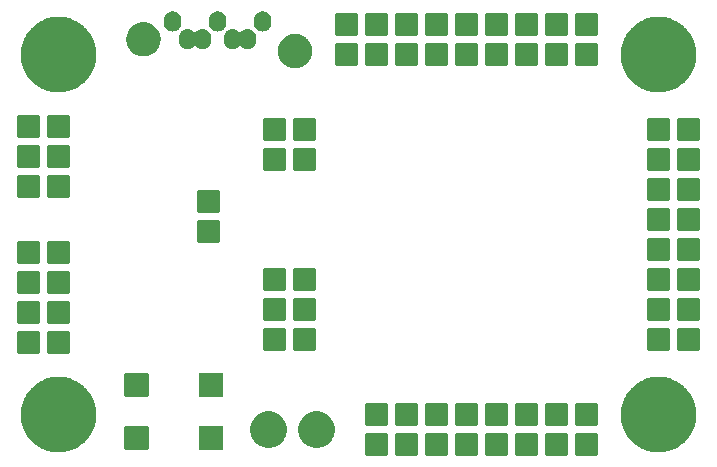
<source format=gbr>
G04 #@! TF.GenerationSoftware,KiCad,Pcbnew,(5.99.0-257-gdf3fabfa2)*
G04 #@! TF.CreationDate,2019-11-06T08:28:15+01:00*
G04 #@! TF.ProjectId,PROGLOG01A,50524f47-4c4f-4473-9031-412e6b696361,REV*
G04 #@! TF.SameCoordinates,Original*
G04 #@! TF.FileFunction,Soldermask,Top*
G04 #@! TF.FilePolarity,Negative*
%FSLAX46Y46*%
G04 Gerber Fmt 4.6, Leading zero omitted, Abs format (unit mm)*
G04 Created by KiCad (PCBNEW (5.99.0-257-gdf3fabfa2)) date 2019-11-06 08:28:15*
%MOMM*%
%LPD*%
G04 APERTURE LIST*
G04 APERTURE END LIST*
G36*
X207767280Y-138480082D02*
G01*
X207772000Y-138480082D01*
X207808854Y-138487413D01*
X207841461Y-138493162D01*
X207843407Y-138494285D01*
X207850036Y-138495604D01*
X207877655Y-138514058D01*
X207902539Y-138528425D01*
X207906856Y-138533570D01*
X207916192Y-138539808D01*
X207932229Y-138563809D01*
X207944232Y-138578114D01*
X207945869Y-138584222D01*
X207960396Y-138605964D01*
X207975918Y-138684000D01*
X207975918Y-138696367D01*
X207977014Y-138700457D01*
X207977014Y-140197064D01*
X207975918Y-140203280D01*
X207975918Y-140208000D01*
X207968587Y-140244854D01*
X207962838Y-140277461D01*
X207961715Y-140279407D01*
X207960396Y-140286036D01*
X207941938Y-140313660D01*
X207927573Y-140338541D01*
X207922429Y-140342857D01*
X207916192Y-140352192D01*
X207892202Y-140368221D01*
X207877889Y-140380232D01*
X207871776Y-140381870D01*
X207850036Y-140396396D01*
X207772000Y-140411918D01*
X207759633Y-140411918D01*
X207755543Y-140413014D01*
X206258936Y-140413014D01*
X206252720Y-140411918D01*
X206248000Y-140411918D01*
X206211146Y-140404587D01*
X206178539Y-140398838D01*
X206176593Y-140397715D01*
X206169964Y-140396396D01*
X206142340Y-140377938D01*
X206117459Y-140363573D01*
X206113143Y-140358429D01*
X206103808Y-140352192D01*
X206087779Y-140328202D01*
X206075768Y-140313889D01*
X206074130Y-140307776D01*
X206059604Y-140286036D01*
X206044082Y-140208000D01*
X206044082Y-140195633D01*
X206042986Y-140191543D01*
X206042986Y-138694936D01*
X206044082Y-138688720D01*
X206044082Y-138684000D01*
X206051413Y-138647146D01*
X206057162Y-138614539D01*
X206058285Y-138612593D01*
X206059604Y-138605964D01*
X206078058Y-138578345D01*
X206092425Y-138553461D01*
X206097570Y-138549144D01*
X206103808Y-138539808D01*
X206127809Y-138523771D01*
X206142114Y-138511768D01*
X206148222Y-138510131D01*
X206169964Y-138495604D01*
X206248000Y-138480082D01*
X206260367Y-138480082D01*
X206264457Y-138478986D01*
X207761064Y-138478986D01*
X207767280Y-138480082D01*
G37*
G36*
X205227280Y-138480082D02*
G01*
X205232000Y-138480082D01*
X205268854Y-138487413D01*
X205301461Y-138493162D01*
X205303407Y-138494285D01*
X205310036Y-138495604D01*
X205337655Y-138514058D01*
X205362539Y-138528425D01*
X205366856Y-138533570D01*
X205376192Y-138539808D01*
X205392229Y-138563809D01*
X205404232Y-138578114D01*
X205405869Y-138584222D01*
X205420396Y-138605964D01*
X205435918Y-138684000D01*
X205435918Y-138696367D01*
X205437014Y-138700457D01*
X205437014Y-140197064D01*
X205435918Y-140203280D01*
X205435918Y-140208000D01*
X205428587Y-140244854D01*
X205422838Y-140277461D01*
X205421715Y-140279407D01*
X205420396Y-140286036D01*
X205401938Y-140313660D01*
X205387573Y-140338541D01*
X205382429Y-140342857D01*
X205376192Y-140352192D01*
X205352202Y-140368221D01*
X205337889Y-140380232D01*
X205331776Y-140381870D01*
X205310036Y-140396396D01*
X205232000Y-140411918D01*
X205219633Y-140411918D01*
X205215543Y-140413014D01*
X203718936Y-140413014D01*
X203712720Y-140411918D01*
X203708000Y-140411918D01*
X203671146Y-140404587D01*
X203638539Y-140398838D01*
X203636593Y-140397715D01*
X203629964Y-140396396D01*
X203602340Y-140377938D01*
X203577459Y-140363573D01*
X203573143Y-140358429D01*
X203563808Y-140352192D01*
X203547779Y-140328202D01*
X203535768Y-140313889D01*
X203534130Y-140307776D01*
X203519604Y-140286036D01*
X203504082Y-140208000D01*
X203504082Y-140195633D01*
X203502986Y-140191543D01*
X203502986Y-138694936D01*
X203504082Y-138688720D01*
X203504082Y-138684000D01*
X203511413Y-138647146D01*
X203517162Y-138614539D01*
X203518285Y-138612593D01*
X203519604Y-138605964D01*
X203538058Y-138578345D01*
X203552425Y-138553461D01*
X203557570Y-138549144D01*
X203563808Y-138539808D01*
X203587809Y-138523771D01*
X203602114Y-138511768D01*
X203608222Y-138510131D01*
X203629964Y-138495604D01*
X203708000Y-138480082D01*
X203720367Y-138480082D01*
X203724457Y-138478986D01*
X205221064Y-138478986D01*
X205227280Y-138480082D01*
G37*
G36*
X197607280Y-138480082D02*
G01*
X197612000Y-138480082D01*
X197648854Y-138487413D01*
X197681461Y-138493162D01*
X197683407Y-138494285D01*
X197690036Y-138495604D01*
X197717655Y-138514058D01*
X197742539Y-138528425D01*
X197746856Y-138533570D01*
X197756192Y-138539808D01*
X197772229Y-138563809D01*
X197784232Y-138578114D01*
X197785869Y-138584222D01*
X197800396Y-138605964D01*
X197815918Y-138684000D01*
X197815918Y-138696367D01*
X197817014Y-138700457D01*
X197817014Y-140197064D01*
X197815918Y-140203280D01*
X197815918Y-140208000D01*
X197808587Y-140244854D01*
X197802838Y-140277461D01*
X197801715Y-140279407D01*
X197800396Y-140286036D01*
X197781938Y-140313660D01*
X197767573Y-140338541D01*
X197762429Y-140342857D01*
X197756192Y-140352192D01*
X197732202Y-140368221D01*
X197717889Y-140380232D01*
X197711776Y-140381870D01*
X197690036Y-140396396D01*
X197612000Y-140411918D01*
X197599633Y-140411918D01*
X197595543Y-140413014D01*
X196098936Y-140413014D01*
X196092720Y-140411918D01*
X196088000Y-140411918D01*
X196051146Y-140404587D01*
X196018539Y-140398838D01*
X196016593Y-140397715D01*
X196009964Y-140396396D01*
X195982340Y-140377938D01*
X195957459Y-140363573D01*
X195953143Y-140358429D01*
X195943808Y-140352192D01*
X195927779Y-140328202D01*
X195915768Y-140313889D01*
X195914130Y-140307776D01*
X195899604Y-140286036D01*
X195884082Y-140208000D01*
X195884082Y-140195633D01*
X195882986Y-140191543D01*
X195882986Y-138694936D01*
X195884082Y-138688720D01*
X195884082Y-138684000D01*
X195891413Y-138647146D01*
X195897162Y-138614539D01*
X195898285Y-138612593D01*
X195899604Y-138605964D01*
X195918058Y-138578345D01*
X195932425Y-138553461D01*
X195937570Y-138549144D01*
X195943808Y-138539808D01*
X195967809Y-138523771D01*
X195982114Y-138511768D01*
X195988222Y-138510131D01*
X196009964Y-138495604D01*
X196088000Y-138480082D01*
X196100367Y-138480082D01*
X196104457Y-138478986D01*
X197601064Y-138478986D01*
X197607280Y-138480082D01*
G37*
G36*
X202687280Y-138480082D02*
G01*
X202692000Y-138480082D01*
X202728854Y-138487413D01*
X202761461Y-138493162D01*
X202763407Y-138494285D01*
X202770036Y-138495604D01*
X202797655Y-138514058D01*
X202822539Y-138528425D01*
X202826856Y-138533570D01*
X202836192Y-138539808D01*
X202852229Y-138563809D01*
X202864232Y-138578114D01*
X202865869Y-138584222D01*
X202880396Y-138605964D01*
X202895918Y-138684000D01*
X202895918Y-138696367D01*
X202897014Y-138700457D01*
X202897014Y-140197064D01*
X202895918Y-140203280D01*
X202895918Y-140208000D01*
X202888587Y-140244854D01*
X202882838Y-140277461D01*
X202881715Y-140279407D01*
X202880396Y-140286036D01*
X202861938Y-140313660D01*
X202847573Y-140338541D01*
X202842429Y-140342857D01*
X202836192Y-140352192D01*
X202812202Y-140368221D01*
X202797889Y-140380232D01*
X202791776Y-140381870D01*
X202770036Y-140396396D01*
X202692000Y-140411918D01*
X202679633Y-140411918D01*
X202675543Y-140413014D01*
X201178936Y-140413014D01*
X201172720Y-140411918D01*
X201168000Y-140411918D01*
X201131146Y-140404587D01*
X201098539Y-140398838D01*
X201096593Y-140397715D01*
X201089964Y-140396396D01*
X201062340Y-140377938D01*
X201037459Y-140363573D01*
X201033143Y-140358429D01*
X201023808Y-140352192D01*
X201007779Y-140328202D01*
X200995768Y-140313889D01*
X200994130Y-140307776D01*
X200979604Y-140286036D01*
X200964082Y-140208000D01*
X200964082Y-140195633D01*
X200962986Y-140191543D01*
X200962986Y-138694936D01*
X200964082Y-138688720D01*
X200964082Y-138684000D01*
X200971413Y-138647146D01*
X200977162Y-138614539D01*
X200978285Y-138612593D01*
X200979604Y-138605964D01*
X200998058Y-138578345D01*
X201012425Y-138553461D01*
X201017570Y-138549144D01*
X201023808Y-138539808D01*
X201047809Y-138523771D01*
X201062114Y-138511768D01*
X201068222Y-138510131D01*
X201089964Y-138495604D01*
X201168000Y-138480082D01*
X201180367Y-138480082D01*
X201184457Y-138478986D01*
X202681064Y-138478986D01*
X202687280Y-138480082D01*
G37*
G36*
X200147280Y-138480082D02*
G01*
X200152000Y-138480082D01*
X200188854Y-138487413D01*
X200221461Y-138493162D01*
X200223407Y-138494285D01*
X200230036Y-138495604D01*
X200257655Y-138514058D01*
X200282539Y-138528425D01*
X200286856Y-138533570D01*
X200296192Y-138539808D01*
X200312229Y-138563809D01*
X200324232Y-138578114D01*
X200325869Y-138584222D01*
X200340396Y-138605964D01*
X200355918Y-138684000D01*
X200355918Y-138696367D01*
X200357014Y-138700457D01*
X200357014Y-140197064D01*
X200355918Y-140203280D01*
X200355918Y-140208000D01*
X200348587Y-140244854D01*
X200342838Y-140277461D01*
X200341715Y-140279407D01*
X200340396Y-140286036D01*
X200321938Y-140313660D01*
X200307573Y-140338541D01*
X200302429Y-140342857D01*
X200296192Y-140352192D01*
X200272202Y-140368221D01*
X200257889Y-140380232D01*
X200251776Y-140381870D01*
X200230036Y-140396396D01*
X200152000Y-140411918D01*
X200139633Y-140411918D01*
X200135543Y-140413014D01*
X198638936Y-140413014D01*
X198632720Y-140411918D01*
X198628000Y-140411918D01*
X198591146Y-140404587D01*
X198558539Y-140398838D01*
X198556593Y-140397715D01*
X198549964Y-140396396D01*
X198522340Y-140377938D01*
X198497459Y-140363573D01*
X198493143Y-140358429D01*
X198483808Y-140352192D01*
X198467779Y-140328202D01*
X198455768Y-140313889D01*
X198454130Y-140307776D01*
X198439604Y-140286036D01*
X198424082Y-140208000D01*
X198424082Y-140195633D01*
X198422986Y-140191543D01*
X198422986Y-138694936D01*
X198424082Y-138688720D01*
X198424082Y-138684000D01*
X198431413Y-138647146D01*
X198437162Y-138614539D01*
X198438285Y-138612593D01*
X198439604Y-138605964D01*
X198458058Y-138578345D01*
X198472425Y-138553461D01*
X198477570Y-138549144D01*
X198483808Y-138539808D01*
X198507809Y-138523771D01*
X198522114Y-138511768D01*
X198528222Y-138510131D01*
X198549964Y-138495604D01*
X198628000Y-138480082D01*
X198640367Y-138480082D01*
X198644457Y-138478986D01*
X200141064Y-138478986D01*
X200147280Y-138480082D01*
G37*
G36*
X192527280Y-138480082D02*
G01*
X192532000Y-138480082D01*
X192568854Y-138487413D01*
X192601461Y-138493162D01*
X192603407Y-138494285D01*
X192610036Y-138495604D01*
X192637655Y-138514058D01*
X192662539Y-138528425D01*
X192666856Y-138533570D01*
X192676192Y-138539808D01*
X192692229Y-138563809D01*
X192704232Y-138578114D01*
X192705869Y-138584222D01*
X192720396Y-138605964D01*
X192735918Y-138684000D01*
X192735918Y-138696367D01*
X192737014Y-138700457D01*
X192737014Y-140197064D01*
X192735918Y-140203280D01*
X192735918Y-140208000D01*
X192728587Y-140244854D01*
X192722838Y-140277461D01*
X192721715Y-140279407D01*
X192720396Y-140286036D01*
X192701938Y-140313660D01*
X192687573Y-140338541D01*
X192682429Y-140342857D01*
X192676192Y-140352192D01*
X192652202Y-140368221D01*
X192637889Y-140380232D01*
X192631776Y-140381870D01*
X192610036Y-140396396D01*
X192532000Y-140411918D01*
X192519633Y-140411918D01*
X192515543Y-140413014D01*
X191018936Y-140413014D01*
X191012720Y-140411918D01*
X191008000Y-140411918D01*
X190971146Y-140404587D01*
X190938539Y-140398838D01*
X190936593Y-140397715D01*
X190929964Y-140396396D01*
X190902340Y-140377938D01*
X190877459Y-140363573D01*
X190873143Y-140358429D01*
X190863808Y-140352192D01*
X190847779Y-140328202D01*
X190835768Y-140313889D01*
X190834130Y-140307776D01*
X190819604Y-140286036D01*
X190804082Y-140208000D01*
X190804082Y-140195633D01*
X190802986Y-140191543D01*
X190802986Y-138694936D01*
X190804082Y-138688720D01*
X190804082Y-138684000D01*
X190811413Y-138647146D01*
X190817162Y-138614539D01*
X190818285Y-138612593D01*
X190819604Y-138605964D01*
X190838058Y-138578345D01*
X190852425Y-138553461D01*
X190857570Y-138549144D01*
X190863808Y-138539808D01*
X190887809Y-138523771D01*
X190902114Y-138511768D01*
X190908222Y-138510131D01*
X190929964Y-138495604D01*
X191008000Y-138480082D01*
X191020367Y-138480082D01*
X191024457Y-138478986D01*
X192521064Y-138478986D01*
X192527280Y-138480082D01*
G37*
G36*
X189987280Y-138480082D02*
G01*
X189992000Y-138480082D01*
X190028854Y-138487413D01*
X190061461Y-138493162D01*
X190063407Y-138494285D01*
X190070036Y-138495604D01*
X190097655Y-138514058D01*
X190122539Y-138528425D01*
X190126856Y-138533570D01*
X190136192Y-138539808D01*
X190152229Y-138563809D01*
X190164232Y-138578114D01*
X190165869Y-138584222D01*
X190180396Y-138605964D01*
X190195918Y-138684000D01*
X190195918Y-138696367D01*
X190197014Y-138700457D01*
X190197014Y-140197064D01*
X190195918Y-140203280D01*
X190195918Y-140208000D01*
X190188587Y-140244854D01*
X190182838Y-140277461D01*
X190181715Y-140279407D01*
X190180396Y-140286036D01*
X190161938Y-140313660D01*
X190147573Y-140338541D01*
X190142429Y-140342857D01*
X190136192Y-140352192D01*
X190112202Y-140368221D01*
X190097889Y-140380232D01*
X190091776Y-140381870D01*
X190070036Y-140396396D01*
X189992000Y-140411918D01*
X189979633Y-140411918D01*
X189975543Y-140413014D01*
X188478936Y-140413014D01*
X188472720Y-140411918D01*
X188468000Y-140411918D01*
X188431146Y-140404587D01*
X188398539Y-140398838D01*
X188396593Y-140397715D01*
X188389964Y-140396396D01*
X188362340Y-140377938D01*
X188337459Y-140363573D01*
X188333143Y-140358429D01*
X188323808Y-140352192D01*
X188307779Y-140328202D01*
X188295768Y-140313889D01*
X188294130Y-140307776D01*
X188279604Y-140286036D01*
X188264082Y-140208000D01*
X188264082Y-140195633D01*
X188262986Y-140191543D01*
X188262986Y-138694936D01*
X188264082Y-138688720D01*
X188264082Y-138684000D01*
X188271413Y-138647146D01*
X188277162Y-138614539D01*
X188278285Y-138612593D01*
X188279604Y-138605964D01*
X188298058Y-138578345D01*
X188312425Y-138553461D01*
X188317570Y-138549144D01*
X188323808Y-138539808D01*
X188347809Y-138523771D01*
X188362114Y-138511768D01*
X188368222Y-138510131D01*
X188389964Y-138495604D01*
X188468000Y-138480082D01*
X188480367Y-138480082D01*
X188484457Y-138478986D01*
X189981064Y-138478986D01*
X189987280Y-138480082D01*
G37*
G36*
X195067280Y-138480082D02*
G01*
X195072000Y-138480082D01*
X195108854Y-138487413D01*
X195141461Y-138493162D01*
X195143407Y-138494285D01*
X195150036Y-138495604D01*
X195177655Y-138514058D01*
X195202539Y-138528425D01*
X195206856Y-138533570D01*
X195216192Y-138539808D01*
X195232229Y-138563809D01*
X195244232Y-138578114D01*
X195245869Y-138584222D01*
X195260396Y-138605964D01*
X195275918Y-138684000D01*
X195275918Y-138696367D01*
X195277014Y-138700457D01*
X195277014Y-140197064D01*
X195275918Y-140203280D01*
X195275918Y-140208000D01*
X195268587Y-140244854D01*
X195262838Y-140277461D01*
X195261715Y-140279407D01*
X195260396Y-140286036D01*
X195241938Y-140313660D01*
X195227573Y-140338541D01*
X195222429Y-140342857D01*
X195216192Y-140352192D01*
X195192202Y-140368221D01*
X195177889Y-140380232D01*
X195171776Y-140381870D01*
X195150036Y-140396396D01*
X195072000Y-140411918D01*
X195059633Y-140411918D01*
X195055543Y-140413014D01*
X193558936Y-140413014D01*
X193552720Y-140411918D01*
X193548000Y-140411918D01*
X193511146Y-140404587D01*
X193478539Y-140398838D01*
X193476593Y-140397715D01*
X193469964Y-140396396D01*
X193442340Y-140377938D01*
X193417459Y-140363573D01*
X193413143Y-140358429D01*
X193403808Y-140352192D01*
X193387779Y-140328202D01*
X193375768Y-140313889D01*
X193374130Y-140307776D01*
X193359604Y-140286036D01*
X193344082Y-140208000D01*
X193344082Y-140195633D01*
X193342986Y-140191543D01*
X193342986Y-138694936D01*
X193344082Y-138688720D01*
X193344082Y-138684000D01*
X193351413Y-138647146D01*
X193357162Y-138614539D01*
X193358285Y-138612593D01*
X193359604Y-138605964D01*
X193378058Y-138578345D01*
X193392425Y-138553461D01*
X193397570Y-138549144D01*
X193403808Y-138539808D01*
X193427809Y-138523771D01*
X193442114Y-138511768D01*
X193448222Y-138510131D01*
X193469964Y-138495604D01*
X193548000Y-138480082D01*
X193560367Y-138480082D01*
X193564457Y-138478986D01*
X195061064Y-138478986D01*
X195067280Y-138480082D01*
G37*
G36*
X162368021Y-133706310D02*
G01*
X162507246Y-133707282D01*
X162547791Y-133712117D01*
X162585320Y-133713329D01*
X162721464Y-133732826D01*
X162862550Y-133749650D01*
X162899571Y-133758333D01*
X162933981Y-133763261D01*
X163069800Y-133798260D01*
X163210916Y-133831358D01*
X163244102Y-133843175D01*
X163275058Y-133851152D01*
X163408764Y-133901809D01*
X163548004Y-133951390D01*
X163577142Y-133965601D01*
X163604430Y-133975940D01*
X163734203Y-134042205D01*
X163869611Y-134108248D01*
X163894610Y-134124113D01*
X163918111Y-134136113D01*
X164042071Y-134217695D01*
X164171729Y-134299978D01*
X164192621Y-134316775D01*
X164212326Y-134329744D01*
X164328610Y-134426114D01*
X164450592Y-134524190D01*
X164467509Y-134541226D01*
X164483518Y-134554493D01*
X164590349Y-134664926D01*
X164702724Y-134778089D01*
X164715892Y-134794703D01*
X164728409Y-134807642D01*
X164824037Y-134931147D01*
X164924984Y-135058510D01*
X164934737Y-135074118D01*
X164944043Y-135086137D01*
X165026825Y-135221490D01*
X165114600Y-135361959D01*
X165121340Y-135376026D01*
X165127813Y-135386610D01*
X165196233Y-135532340D01*
X165269209Y-135684653D01*
X165273418Y-135696739D01*
X165277501Y-135705436D01*
X165330179Y-135859736D01*
X165386884Y-136022571D01*
X165389098Y-136032316D01*
X165391299Y-136038763D01*
X165427064Y-136199424D01*
X165466159Y-136371499D01*
X165466960Y-136378639D01*
X165467833Y-136382561D01*
X165485726Y-136545942D01*
X165506045Y-136727090D01*
X165505991Y-136730980D01*
X165506124Y-136732197D01*
X165502603Y-137135622D01*
X165500061Y-137155608D01*
X165499801Y-137174191D01*
X165477605Y-137332121D01*
X165458215Y-137484543D01*
X165453342Y-137504762D01*
X165450002Y-137528529D01*
X165411090Y-137680080D01*
X165375694Y-137826953D01*
X165367681Y-137849148D01*
X165361016Y-137875108D01*
X165306482Y-138018672D01*
X165256097Y-138158237D01*
X165244471Y-138181916D01*
X165233952Y-138209608D01*
X165165055Y-138343666D01*
X165100865Y-138474406D01*
X165085214Y-138499021D01*
X165070393Y-138527859D01*
X164988589Y-138650985D01*
X164911879Y-138771627D01*
X164891872Y-138796555D01*
X164872378Y-138825896D01*
X164779200Y-138936940D01*
X164691420Y-139046312D01*
X164666822Y-139070867D01*
X164642375Y-139100002D01*
X164539486Y-139197982D01*
X164442141Y-139295158D01*
X164412809Y-139318616D01*
X164383252Y-139346762D01*
X164272384Y-139430915D01*
X164167077Y-139515131D01*
X164132985Y-139536725D01*
X164098237Y-139563100D01*
X163981118Y-139632917D01*
X163869531Y-139703596D01*
X163830767Y-139722544D01*
X163790883Y-139746320D01*
X163669275Y-139801484D01*
X163553085Y-139858279D01*
X163509853Y-139873801D01*
X163465022Y-139894137D01*
X163340723Y-139934524D01*
X163221596Y-139977295D01*
X163174210Y-139988628D01*
X163124714Y-140004710D01*
X162999454Y-140030422D01*
X162879035Y-140059221D01*
X162827913Y-140065634D01*
X162774202Y-140076659D01*
X162649681Y-140087992D01*
X162529558Y-140103060D01*
X162475259Y-140103866D01*
X162417854Y-140109090D01*
X162295659Y-140106530D01*
X162177386Y-140108285D01*
X162120545Y-140102862D01*
X162060112Y-140101596D01*
X161941765Y-140085805D01*
X161826761Y-140074833D01*
X161768127Y-140062637D01*
X161705435Y-140054272D01*
X161592299Y-140026064D01*
X161481917Y-140003104D01*
X161422330Y-139983686D01*
X161358243Y-139967707D01*
X161251628Y-139928057D01*
X161147040Y-139893974D01*
X161087381Y-139866974D01*
X161022865Y-139842981D01*
X160923857Y-139792968D01*
X160826162Y-139748755D01*
X160767431Y-139713953D01*
X160703479Y-139681648D01*
X160613002Y-139622441D01*
X160523145Y-139569194D01*
X160466360Y-139526481D01*
X160404068Y-139485718D01*
X160322921Y-139418588D01*
X160241672Y-139357473D01*
X160187896Y-139306885D01*
X160128362Y-139257635D01*
X160057145Y-139183888D01*
X159985124Y-139116137D01*
X159935415Y-139057832D01*
X159879799Y-139000240D01*
X159818964Y-138921244D01*
X159756618Y-138848117D01*
X159712048Y-138782411D01*
X159661477Y-138716743D01*
X159611270Y-138633841D01*
X159558891Y-138556623D01*
X159520503Y-138483967D01*
X159476116Y-138410676D01*
X159436645Y-138325252D01*
X159394352Y-138245207D01*
X159363143Y-138166181D01*
X159326027Y-138085855D01*
X159297213Y-137999235D01*
X159264978Y-137917612D01*
X159241893Y-137832935D01*
X159213082Y-137746327D01*
X159194689Y-137659794D01*
X159172335Y-137577801D01*
X159158248Y-137488354D01*
X159138687Y-137396326D01*
X159130326Y-137311059D01*
X159117540Y-137229870D01*
X159113226Y-137136656D01*
X159103769Y-137040213D01*
X159104926Y-136957346D01*
X159101255Y-136878031D01*
X159107373Y-136782125D01*
X159108765Y-136682428D01*
X159118799Y-136602998D01*
X159123677Y-136526535D01*
X159140764Y-136429133D01*
X159153612Y-136327429D01*
X159171777Y-136252345D01*
X159184536Y-136179612D01*
X159212989Y-136081997D01*
X159237751Y-135979641D01*
X159263214Y-135909683D01*
X159283097Y-135841467D01*
X159323152Y-135745004D01*
X159360133Y-135643400D01*
X159391990Y-135579223D01*
X159418168Y-135516181D01*
X159469899Y-135422277D01*
X159519232Y-135322896D01*
X159556531Y-135265019D01*
X159588120Y-135207678D01*
X159651443Y-135117746D01*
X159713067Y-135022124D01*
X159754808Y-134970945D01*
X159790895Y-134919693D01*
X159865541Y-134835173D01*
X159939220Y-134744833D01*
X159984404Y-134700585D01*
X160024050Y-134655695D01*
X160109567Y-134578017D01*
X160194873Y-134494479D01*
X160242504Y-134457265D01*
X160284773Y-134418871D01*
X160380535Y-134349424D01*
X160476839Y-134274182D01*
X160525932Y-134243980D01*
X160569894Y-134212098D01*
X160675097Y-134152213D01*
X160781604Y-134086689D01*
X160831222Y-134063340D01*
X160875992Y-134037856D01*
X160989671Y-133988781D01*
X161105370Y-133934337D01*
X161154629Y-133917568D01*
X161199368Y-133898254D01*
X161320395Y-133861137D01*
X161444101Y-133819024D01*
X161492177Y-133808454D01*
X161536104Y-133794982D01*
X161663190Y-133770854D01*
X161793574Y-133742187D01*
X161839741Y-133737335D01*
X161882134Y-133729286D01*
X162013823Y-133719037D01*
X162149434Y-133704784D01*
X162193061Y-133705089D01*
X162233288Y-133701958D01*
X162368021Y-133706310D01*
G37*
G36*
X213168021Y-133706310D02*
G01*
X213307246Y-133707282D01*
X213347791Y-133712117D01*
X213385320Y-133713329D01*
X213521464Y-133732826D01*
X213662550Y-133749650D01*
X213699571Y-133758333D01*
X213733981Y-133763261D01*
X213869800Y-133798260D01*
X214010916Y-133831358D01*
X214044102Y-133843175D01*
X214075058Y-133851152D01*
X214208764Y-133901809D01*
X214348004Y-133951390D01*
X214377142Y-133965601D01*
X214404430Y-133975940D01*
X214534203Y-134042205D01*
X214669611Y-134108248D01*
X214694610Y-134124113D01*
X214718111Y-134136113D01*
X214842071Y-134217695D01*
X214971729Y-134299978D01*
X214992621Y-134316775D01*
X215012326Y-134329744D01*
X215128610Y-134426114D01*
X215250592Y-134524190D01*
X215267509Y-134541226D01*
X215283518Y-134554493D01*
X215390349Y-134664926D01*
X215502724Y-134778089D01*
X215515892Y-134794703D01*
X215528409Y-134807642D01*
X215624037Y-134931147D01*
X215724984Y-135058510D01*
X215734737Y-135074118D01*
X215744043Y-135086137D01*
X215826825Y-135221490D01*
X215914600Y-135361959D01*
X215921340Y-135376026D01*
X215927813Y-135386610D01*
X215996233Y-135532340D01*
X216069209Y-135684653D01*
X216073418Y-135696739D01*
X216077501Y-135705436D01*
X216130179Y-135859736D01*
X216186884Y-136022571D01*
X216189098Y-136032316D01*
X216191299Y-136038763D01*
X216227064Y-136199424D01*
X216266159Y-136371499D01*
X216266960Y-136378639D01*
X216267833Y-136382561D01*
X216285726Y-136545942D01*
X216306045Y-136727090D01*
X216305991Y-136730980D01*
X216306124Y-136732197D01*
X216302603Y-137135622D01*
X216300061Y-137155608D01*
X216299801Y-137174191D01*
X216277605Y-137332121D01*
X216258215Y-137484543D01*
X216253342Y-137504762D01*
X216250002Y-137528529D01*
X216211090Y-137680080D01*
X216175694Y-137826953D01*
X216167681Y-137849148D01*
X216161016Y-137875108D01*
X216106482Y-138018672D01*
X216056097Y-138158237D01*
X216044471Y-138181916D01*
X216033952Y-138209608D01*
X215965055Y-138343666D01*
X215900865Y-138474406D01*
X215885214Y-138499021D01*
X215870393Y-138527859D01*
X215788589Y-138650985D01*
X215711879Y-138771627D01*
X215691872Y-138796555D01*
X215672378Y-138825896D01*
X215579200Y-138936940D01*
X215491420Y-139046312D01*
X215466822Y-139070867D01*
X215442375Y-139100002D01*
X215339486Y-139197982D01*
X215242141Y-139295158D01*
X215212809Y-139318616D01*
X215183252Y-139346762D01*
X215072384Y-139430915D01*
X214967077Y-139515131D01*
X214932985Y-139536725D01*
X214898237Y-139563100D01*
X214781118Y-139632917D01*
X214669531Y-139703596D01*
X214630767Y-139722544D01*
X214590883Y-139746320D01*
X214469275Y-139801484D01*
X214353085Y-139858279D01*
X214309853Y-139873801D01*
X214265022Y-139894137D01*
X214140723Y-139934524D01*
X214021596Y-139977295D01*
X213974210Y-139988628D01*
X213924714Y-140004710D01*
X213799454Y-140030422D01*
X213679035Y-140059221D01*
X213627913Y-140065634D01*
X213574202Y-140076659D01*
X213449681Y-140087992D01*
X213329558Y-140103060D01*
X213275259Y-140103866D01*
X213217854Y-140109090D01*
X213095659Y-140106530D01*
X212977386Y-140108285D01*
X212920545Y-140102862D01*
X212860112Y-140101596D01*
X212741765Y-140085805D01*
X212626761Y-140074833D01*
X212568127Y-140062637D01*
X212505435Y-140054272D01*
X212392299Y-140026064D01*
X212281917Y-140003104D01*
X212222330Y-139983686D01*
X212158243Y-139967707D01*
X212051628Y-139928057D01*
X211947040Y-139893974D01*
X211887381Y-139866974D01*
X211822865Y-139842981D01*
X211723857Y-139792968D01*
X211626162Y-139748755D01*
X211567431Y-139713953D01*
X211503479Y-139681648D01*
X211413002Y-139622441D01*
X211323145Y-139569194D01*
X211266360Y-139526481D01*
X211204068Y-139485718D01*
X211122921Y-139418588D01*
X211041672Y-139357473D01*
X210987896Y-139306885D01*
X210928362Y-139257635D01*
X210857145Y-139183888D01*
X210785124Y-139116137D01*
X210735415Y-139057832D01*
X210679799Y-139000240D01*
X210618964Y-138921244D01*
X210556618Y-138848117D01*
X210512048Y-138782411D01*
X210461477Y-138716743D01*
X210411270Y-138633841D01*
X210358891Y-138556623D01*
X210320503Y-138483967D01*
X210276116Y-138410676D01*
X210236645Y-138325252D01*
X210194352Y-138245207D01*
X210163143Y-138166181D01*
X210126027Y-138085855D01*
X210097213Y-137999235D01*
X210064978Y-137917612D01*
X210041893Y-137832935D01*
X210013082Y-137746327D01*
X209994689Y-137659794D01*
X209972335Y-137577801D01*
X209958248Y-137488354D01*
X209938687Y-137396326D01*
X209930326Y-137311059D01*
X209917540Y-137229870D01*
X209913226Y-137136656D01*
X209903769Y-137040213D01*
X209904926Y-136957346D01*
X209901255Y-136878031D01*
X209907373Y-136782125D01*
X209908765Y-136682428D01*
X209918799Y-136602998D01*
X209923677Y-136526535D01*
X209940764Y-136429133D01*
X209953612Y-136327429D01*
X209971777Y-136252345D01*
X209984536Y-136179612D01*
X210012989Y-136081997D01*
X210037751Y-135979641D01*
X210063214Y-135909683D01*
X210083097Y-135841467D01*
X210123152Y-135745004D01*
X210160133Y-135643400D01*
X210191990Y-135579223D01*
X210218168Y-135516181D01*
X210269899Y-135422277D01*
X210319232Y-135322896D01*
X210356531Y-135265019D01*
X210388120Y-135207678D01*
X210451443Y-135117746D01*
X210513067Y-135022124D01*
X210554808Y-134970945D01*
X210590895Y-134919693D01*
X210665541Y-134835173D01*
X210739220Y-134744833D01*
X210784404Y-134700585D01*
X210824050Y-134655695D01*
X210909567Y-134578017D01*
X210994873Y-134494479D01*
X211042504Y-134457265D01*
X211084773Y-134418871D01*
X211180535Y-134349424D01*
X211276839Y-134274182D01*
X211325932Y-134243980D01*
X211369894Y-134212098D01*
X211475097Y-134152213D01*
X211581604Y-134086689D01*
X211631222Y-134063340D01*
X211675992Y-134037856D01*
X211789671Y-133988781D01*
X211905370Y-133934337D01*
X211954629Y-133917568D01*
X211999368Y-133898254D01*
X212120395Y-133861137D01*
X212244101Y-133819024D01*
X212292177Y-133808454D01*
X212336104Y-133794982D01*
X212463190Y-133770854D01*
X212593574Y-133742187D01*
X212639741Y-133737335D01*
X212682134Y-133729286D01*
X212813823Y-133719037D01*
X212949434Y-133704784D01*
X212993061Y-133705089D01*
X213033288Y-133701958D01*
X213168021Y-133706310D01*
G37*
G36*
X169743080Y-137859882D02*
G01*
X169747800Y-137859882D01*
X169784654Y-137867213D01*
X169817261Y-137872962D01*
X169819207Y-137874085D01*
X169825836Y-137875404D01*
X169853455Y-137893858D01*
X169878339Y-137908225D01*
X169882656Y-137913370D01*
X169891992Y-137919608D01*
X169908029Y-137943609D01*
X169920032Y-137957914D01*
X169921669Y-137964022D01*
X169936196Y-137985764D01*
X169951718Y-138063800D01*
X169951718Y-138076167D01*
X169952814Y-138080257D01*
X169952814Y-139729264D01*
X169951718Y-139735480D01*
X169951718Y-139740200D01*
X169944387Y-139777054D01*
X169938638Y-139809661D01*
X169937515Y-139811607D01*
X169936196Y-139818236D01*
X169917738Y-139845860D01*
X169903373Y-139870741D01*
X169898229Y-139875057D01*
X169891992Y-139884392D01*
X169868002Y-139900421D01*
X169853689Y-139912432D01*
X169847576Y-139914070D01*
X169825836Y-139928596D01*
X169747800Y-139944118D01*
X169735433Y-139944118D01*
X169731343Y-139945214D01*
X168082336Y-139945214D01*
X168076120Y-139944118D01*
X168071400Y-139944118D01*
X168034546Y-139936787D01*
X168001939Y-139931038D01*
X167999993Y-139929915D01*
X167993364Y-139928596D01*
X167965740Y-139910138D01*
X167940859Y-139895773D01*
X167936543Y-139890629D01*
X167927208Y-139884392D01*
X167911179Y-139860402D01*
X167899168Y-139846089D01*
X167897530Y-139839976D01*
X167883004Y-139818236D01*
X167867482Y-139740200D01*
X167867482Y-139727833D01*
X167866386Y-139723743D01*
X167866386Y-138074736D01*
X167867482Y-138068520D01*
X167867482Y-138063800D01*
X167874813Y-138026946D01*
X167880562Y-137994339D01*
X167881685Y-137992393D01*
X167883004Y-137985764D01*
X167901458Y-137958145D01*
X167915825Y-137933261D01*
X167920970Y-137928944D01*
X167927208Y-137919608D01*
X167951209Y-137903571D01*
X167965514Y-137891568D01*
X167971622Y-137889931D01*
X167993364Y-137875404D01*
X168071400Y-137859882D01*
X168083767Y-137859882D01*
X168087857Y-137858786D01*
X169736864Y-137858786D01*
X169743080Y-137859882D01*
G37*
G36*
X176043080Y-137859882D02*
G01*
X176047800Y-137859882D01*
X176084654Y-137867213D01*
X176117261Y-137872962D01*
X176119207Y-137874085D01*
X176125836Y-137875404D01*
X176153455Y-137893858D01*
X176178339Y-137908225D01*
X176182656Y-137913370D01*
X176191992Y-137919608D01*
X176208029Y-137943609D01*
X176220032Y-137957914D01*
X176221669Y-137964022D01*
X176236196Y-137985764D01*
X176251718Y-138063800D01*
X176251718Y-138076167D01*
X176252814Y-138080257D01*
X176252814Y-139729264D01*
X176251718Y-139735480D01*
X176251718Y-139740200D01*
X176244387Y-139777054D01*
X176238638Y-139809661D01*
X176237515Y-139811607D01*
X176236196Y-139818236D01*
X176217738Y-139845860D01*
X176203373Y-139870741D01*
X176198229Y-139875057D01*
X176191992Y-139884392D01*
X176168002Y-139900421D01*
X176153689Y-139912432D01*
X176147576Y-139914070D01*
X176125836Y-139928596D01*
X176047800Y-139944118D01*
X176035433Y-139944118D01*
X176031343Y-139945214D01*
X174382336Y-139945214D01*
X174376120Y-139944118D01*
X174371400Y-139944118D01*
X174334546Y-139936787D01*
X174301939Y-139931038D01*
X174299993Y-139929915D01*
X174293364Y-139928596D01*
X174265740Y-139910138D01*
X174240859Y-139895773D01*
X174236543Y-139890629D01*
X174227208Y-139884392D01*
X174211179Y-139860402D01*
X174199168Y-139846089D01*
X174197530Y-139839976D01*
X174183004Y-139818236D01*
X174167482Y-139740200D01*
X174167482Y-139727833D01*
X174166386Y-139723743D01*
X174166386Y-138074736D01*
X174167482Y-138068520D01*
X174167482Y-138063800D01*
X174174813Y-138026946D01*
X174180562Y-137994339D01*
X174181685Y-137992393D01*
X174183004Y-137985764D01*
X174201458Y-137958145D01*
X174215825Y-137933261D01*
X174220970Y-137928944D01*
X174227208Y-137919608D01*
X174251209Y-137903571D01*
X174265514Y-137891568D01*
X174271622Y-137889931D01*
X174293364Y-137875404D01*
X174371400Y-137859882D01*
X174383767Y-137859882D01*
X174387857Y-137858786D01*
X176036864Y-137858786D01*
X176043080Y-137859882D01*
G37*
G36*
X180100865Y-136624503D02*
G01*
X180156541Y-136622559D01*
X180223776Y-136631053D01*
X180286220Y-136634380D01*
X180342066Y-136645996D01*
X180404000Y-136653820D01*
X180462602Y-136671068D01*
X180517109Y-136682405D01*
X180576985Y-136704732D01*
X180643277Y-136724243D01*
X180692313Y-136747737D01*
X180738066Y-136764798D01*
X180799887Y-136799278D01*
X180868217Y-136832016D01*
X180907347Y-136859212D01*
X180944020Y-136879666D01*
X181005371Y-136927340D01*
X181073033Y-136974367D01*
X181102472Y-137002796D01*
X181130235Y-137024370D01*
X181188465Y-137085838D01*
X181252454Y-137147632D01*
X181272924Y-137174995D01*
X181292418Y-137195573D01*
X181344722Y-137270970D01*
X181401866Y-137347355D01*
X181414568Y-137371652D01*
X181426838Y-137389339D01*
X181470340Y-137478333D01*
X181517424Y-137568397D01*
X181523942Y-137587990D01*
X181530398Y-137601198D01*
X181562246Y-137703137D01*
X181596155Y-137805070D01*
X181598375Y-137818777D01*
X181600726Y-137826302D01*
X181618231Y-137941371D01*
X181636033Y-138051287D01*
X181633081Y-138333147D01*
X181626713Y-138367845D01*
X181626172Y-138386062D01*
X181606185Y-138479690D01*
X181588055Y-138578474D01*
X181580672Y-138599209D01*
X181577318Y-138614919D01*
X181540058Y-138713265D01*
X181504385Y-138813448D01*
X181497043Y-138826803D01*
X181493767Y-138835450D01*
X181437632Y-138934870D01*
X181384223Y-139032021D01*
X181379016Y-139038686D01*
X181377825Y-139040795D01*
X181292911Y-139148895D01*
X181230662Y-139228571D01*
X181149456Y-139303768D01*
X181060099Y-139387533D01*
X181055850Y-139390448D01*
X181047651Y-139398040D01*
X180956546Y-139458570D01*
X180865630Y-139520938D01*
X180854844Y-139526141D01*
X180839899Y-139536070D01*
X180745182Y-139579036D01*
X180653227Y-139623390D01*
X180635251Y-139628903D01*
X180612752Y-139639109D01*
X180518272Y-139664779D01*
X180427768Y-139692535D01*
X180402418Y-139696256D01*
X180372052Y-139704506D01*
X180281018Y-139714074D01*
X180194443Y-139726781D01*
X180162005Y-139726583D01*
X180123993Y-139730578D01*
X180039099Y-139725832D01*
X179958619Y-139725340D01*
X179919850Y-139719165D01*
X179874957Y-139716655D01*
X179798358Y-139699814D01*
X179725735Y-139688246D01*
X179681839Y-139674195D01*
X179631350Y-139663094D01*
X179564610Y-139636670D01*
X179501131Y-139616350D01*
X179453736Y-139592771D01*
X179399440Y-139571274D01*
X179343526Y-139537943D01*
X179289992Y-139511310D01*
X179241105Y-139476888D01*
X179185193Y-139443558D01*
X179140462Y-139406024D01*
X179097175Y-139375545D01*
X179049096Y-139329358D01*
X178994123Y-139283230D01*
X178960354Y-139244109D01*
X178927107Y-139212170D01*
X178882383Y-139153778D01*
X178831143Y-139094417D01*
X178807582Y-139056120D01*
X178783709Y-139024951D01*
X178744998Y-138954391D01*
X178700447Y-138881974D01*
X178685882Y-138846637D01*
X178670280Y-138818198D01*
X178640279Y-138735994D01*
X178605399Y-138651369D01*
X178598214Y-138620736D01*
X178589429Y-138596665D01*
X178570800Y-138503855D01*
X178548442Y-138408534D01*
X178546718Y-138383885D01*
X178543019Y-138365455D01*
X178538300Y-138263495D01*
X178531043Y-138159716D01*
X178532669Y-138141844D01*
X178532116Y-138129886D01*
X178543730Y-138020307D01*
X178553649Y-137911317D01*
X178556430Y-137900487D01*
X178556972Y-137895371D01*
X178588120Y-137777061D01*
X178615679Y-137669728D01*
X178656130Y-137577140D01*
X178710859Y-137450970D01*
X178712148Y-137448920D01*
X178715536Y-137441164D01*
X178775624Y-137347926D01*
X178836351Y-137251306D01*
X178842398Y-137244313D01*
X178850652Y-137231505D01*
X178921789Y-137152499D01*
X178990596Y-137072926D01*
X179002824Y-137062500D01*
X179017550Y-137046146D01*
X179095819Y-136983217D01*
X179170056Y-136919924D01*
X179189517Y-136907881D01*
X179211937Y-136889855D01*
X179293764Y-136843371D01*
X179370585Y-136795832D01*
X179397925Y-136784199D01*
X179428811Y-136766653D01*
X179510954Y-136736104D01*
X179587587Y-136703497D01*
X179622983Y-136694442D01*
X179662593Y-136679711D01*
X179742104Y-136663967D01*
X179816050Y-136645050D01*
X179859207Y-136640780D01*
X179907268Y-136631264D01*
X179981652Y-136628666D01*
X180050733Y-136621832D01*
X180100865Y-136624503D01*
G37*
G36*
X184164865Y-136624503D02*
G01*
X184220541Y-136622559D01*
X184287776Y-136631053D01*
X184350220Y-136634380D01*
X184406066Y-136645996D01*
X184468000Y-136653820D01*
X184526602Y-136671068D01*
X184581109Y-136682405D01*
X184640985Y-136704732D01*
X184707277Y-136724243D01*
X184756313Y-136747737D01*
X184802066Y-136764798D01*
X184863887Y-136799278D01*
X184932217Y-136832016D01*
X184971347Y-136859212D01*
X185008020Y-136879666D01*
X185069371Y-136927340D01*
X185137033Y-136974367D01*
X185166472Y-137002796D01*
X185194235Y-137024370D01*
X185252465Y-137085838D01*
X185316454Y-137147632D01*
X185336924Y-137174995D01*
X185356418Y-137195573D01*
X185408722Y-137270970D01*
X185465866Y-137347355D01*
X185478568Y-137371652D01*
X185490838Y-137389339D01*
X185534340Y-137478333D01*
X185581424Y-137568397D01*
X185587942Y-137587990D01*
X185594398Y-137601198D01*
X185626246Y-137703137D01*
X185660155Y-137805070D01*
X185662375Y-137818777D01*
X185664726Y-137826302D01*
X185682231Y-137941371D01*
X185700033Y-138051287D01*
X185697081Y-138333147D01*
X185690713Y-138367845D01*
X185690172Y-138386062D01*
X185670185Y-138479690D01*
X185652055Y-138578474D01*
X185644672Y-138599209D01*
X185641318Y-138614919D01*
X185604058Y-138713265D01*
X185568385Y-138813448D01*
X185561043Y-138826803D01*
X185557767Y-138835450D01*
X185501632Y-138934870D01*
X185448223Y-139032021D01*
X185443016Y-139038686D01*
X185441825Y-139040795D01*
X185356911Y-139148895D01*
X185294662Y-139228571D01*
X185213456Y-139303768D01*
X185124099Y-139387533D01*
X185119850Y-139390448D01*
X185111651Y-139398040D01*
X185020546Y-139458570D01*
X184929630Y-139520938D01*
X184918844Y-139526141D01*
X184903899Y-139536070D01*
X184809182Y-139579036D01*
X184717227Y-139623390D01*
X184699251Y-139628903D01*
X184676752Y-139639109D01*
X184582272Y-139664779D01*
X184491768Y-139692535D01*
X184466418Y-139696256D01*
X184436052Y-139704506D01*
X184345018Y-139714074D01*
X184258443Y-139726781D01*
X184226005Y-139726583D01*
X184187993Y-139730578D01*
X184103099Y-139725832D01*
X184022619Y-139725340D01*
X183983850Y-139719165D01*
X183938957Y-139716655D01*
X183862358Y-139699814D01*
X183789735Y-139688246D01*
X183745839Y-139674195D01*
X183695350Y-139663094D01*
X183628610Y-139636670D01*
X183565131Y-139616350D01*
X183517736Y-139592771D01*
X183463440Y-139571274D01*
X183407526Y-139537943D01*
X183353992Y-139511310D01*
X183305105Y-139476888D01*
X183249193Y-139443558D01*
X183204462Y-139406024D01*
X183161175Y-139375545D01*
X183113096Y-139329358D01*
X183058123Y-139283230D01*
X183024354Y-139244109D01*
X182991107Y-139212170D01*
X182946383Y-139153778D01*
X182895143Y-139094417D01*
X182871582Y-139056120D01*
X182847709Y-139024951D01*
X182808998Y-138954391D01*
X182764447Y-138881974D01*
X182749882Y-138846637D01*
X182734280Y-138818198D01*
X182704279Y-138735994D01*
X182669399Y-138651369D01*
X182662214Y-138620736D01*
X182653429Y-138596665D01*
X182634800Y-138503855D01*
X182612442Y-138408534D01*
X182610718Y-138383885D01*
X182607019Y-138365455D01*
X182602300Y-138263495D01*
X182595043Y-138159716D01*
X182596669Y-138141844D01*
X182596116Y-138129886D01*
X182607730Y-138020307D01*
X182617649Y-137911317D01*
X182620430Y-137900487D01*
X182620972Y-137895371D01*
X182652120Y-137777061D01*
X182679679Y-137669728D01*
X182720130Y-137577140D01*
X182774859Y-137450970D01*
X182776148Y-137448920D01*
X182779536Y-137441164D01*
X182839624Y-137347926D01*
X182900351Y-137251306D01*
X182906398Y-137244313D01*
X182914652Y-137231505D01*
X182985789Y-137152499D01*
X183054596Y-137072926D01*
X183066824Y-137062500D01*
X183081550Y-137046146D01*
X183159819Y-136983217D01*
X183234056Y-136919924D01*
X183253517Y-136907881D01*
X183275937Y-136889855D01*
X183357764Y-136843371D01*
X183434585Y-136795832D01*
X183461925Y-136784199D01*
X183492811Y-136766653D01*
X183574954Y-136736104D01*
X183651587Y-136703497D01*
X183686983Y-136694442D01*
X183726593Y-136679711D01*
X183806104Y-136663967D01*
X183880050Y-136645050D01*
X183923207Y-136640780D01*
X183971268Y-136631264D01*
X184045652Y-136628666D01*
X184114733Y-136621832D01*
X184164865Y-136624503D01*
G37*
G36*
X202687280Y-135940082D02*
G01*
X202692000Y-135940082D01*
X202728854Y-135947413D01*
X202761461Y-135953162D01*
X202763407Y-135954285D01*
X202770036Y-135955604D01*
X202797655Y-135974058D01*
X202822539Y-135988425D01*
X202826856Y-135993570D01*
X202836192Y-135999808D01*
X202852229Y-136023809D01*
X202864232Y-136038114D01*
X202865869Y-136044222D01*
X202880396Y-136065964D01*
X202895918Y-136144000D01*
X202895918Y-136156367D01*
X202897014Y-136160457D01*
X202897014Y-137657064D01*
X202895918Y-137663280D01*
X202895918Y-137668000D01*
X202888587Y-137704854D01*
X202882838Y-137737461D01*
X202881715Y-137739407D01*
X202880396Y-137746036D01*
X202861938Y-137773660D01*
X202847573Y-137798541D01*
X202842429Y-137802857D01*
X202836192Y-137812192D01*
X202812202Y-137828221D01*
X202797889Y-137840232D01*
X202791776Y-137841870D01*
X202770036Y-137856396D01*
X202692000Y-137871918D01*
X202679633Y-137871918D01*
X202675543Y-137873014D01*
X201178936Y-137873014D01*
X201172720Y-137871918D01*
X201168000Y-137871918D01*
X201131146Y-137864587D01*
X201098539Y-137858838D01*
X201096593Y-137857715D01*
X201089964Y-137856396D01*
X201062340Y-137837938D01*
X201037459Y-137823573D01*
X201033143Y-137818429D01*
X201023808Y-137812192D01*
X201007779Y-137788202D01*
X200995768Y-137773889D01*
X200994130Y-137767776D01*
X200979604Y-137746036D01*
X200964082Y-137668000D01*
X200964082Y-137655633D01*
X200962986Y-137651543D01*
X200962986Y-136154936D01*
X200964082Y-136148720D01*
X200964082Y-136144000D01*
X200971413Y-136107146D01*
X200977162Y-136074539D01*
X200978285Y-136072593D01*
X200979604Y-136065964D01*
X200998058Y-136038345D01*
X201012425Y-136013461D01*
X201017570Y-136009144D01*
X201023808Y-135999808D01*
X201047809Y-135983771D01*
X201062114Y-135971768D01*
X201068222Y-135970131D01*
X201089964Y-135955604D01*
X201168000Y-135940082D01*
X201180367Y-135940082D01*
X201184457Y-135938986D01*
X202681064Y-135938986D01*
X202687280Y-135940082D01*
G37*
G36*
X189987280Y-135940082D02*
G01*
X189992000Y-135940082D01*
X190028854Y-135947413D01*
X190061461Y-135953162D01*
X190063407Y-135954285D01*
X190070036Y-135955604D01*
X190097655Y-135974058D01*
X190122539Y-135988425D01*
X190126856Y-135993570D01*
X190136192Y-135999808D01*
X190152229Y-136023809D01*
X190164232Y-136038114D01*
X190165869Y-136044222D01*
X190180396Y-136065964D01*
X190195918Y-136144000D01*
X190195918Y-136156367D01*
X190197014Y-136160457D01*
X190197014Y-137657064D01*
X190195918Y-137663280D01*
X190195918Y-137668000D01*
X190188587Y-137704854D01*
X190182838Y-137737461D01*
X190181715Y-137739407D01*
X190180396Y-137746036D01*
X190161938Y-137773660D01*
X190147573Y-137798541D01*
X190142429Y-137802857D01*
X190136192Y-137812192D01*
X190112202Y-137828221D01*
X190097889Y-137840232D01*
X190091776Y-137841870D01*
X190070036Y-137856396D01*
X189992000Y-137871918D01*
X189979633Y-137871918D01*
X189975543Y-137873014D01*
X188478936Y-137873014D01*
X188472720Y-137871918D01*
X188468000Y-137871918D01*
X188431146Y-137864587D01*
X188398539Y-137858838D01*
X188396593Y-137857715D01*
X188389964Y-137856396D01*
X188362340Y-137837938D01*
X188337459Y-137823573D01*
X188333143Y-137818429D01*
X188323808Y-137812192D01*
X188307779Y-137788202D01*
X188295768Y-137773889D01*
X188294130Y-137767776D01*
X188279604Y-137746036D01*
X188264082Y-137668000D01*
X188264082Y-137655633D01*
X188262986Y-137651543D01*
X188262986Y-136154936D01*
X188264082Y-136148720D01*
X188264082Y-136144000D01*
X188271413Y-136107146D01*
X188277162Y-136074539D01*
X188278285Y-136072593D01*
X188279604Y-136065964D01*
X188298058Y-136038345D01*
X188312425Y-136013461D01*
X188317570Y-136009144D01*
X188323808Y-135999808D01*
X188347809Y-135983771D01*
X188362114Y-135971768D01*
X188368222Y-135970131D01*
X188389964Y-135955604D01*
X188468000Y-135940082D01*
X188480367Y-135940082D01*
X188484457Y-135938986D01*
X189981064Y-135938986D01*
X189987280Y-135940082D01*
G37*
G36*
X200147280Y-135940082D02*
G01*
X200152000Y-135940082D01*
X200188854Y-135947413D01*
X200221461Y-135953162D01*
X200223407Y-135954285D01*
X200230036Y-135955604D01*
X200257655Y-135974058D01*
X200282539Y-135988425D01*
X200286856Y-135993570D01*
X200296192Y-135999808D01*
X200312229Y-136023809D01*
X200324232Y-136038114D01*
X200325869Y-136044222D01*
X200340396Y-136065964D01*
X200355918Y-136144000D01*
X200355918Y-136156367D01*
X200357014Y-136160457D01*
X200357014Y-137657064D01*
X200355918Y-137663280D01*
X200355918Y-137668000D01*
X200348587Y-137704854D01*
X200342838Y-137737461D01*
X200341715Y-137739407D01*
X200340396Y-137746036D01*
X200321938Y-137773660D01*
X200307573Y-137798541D01*
X200302429Y-137802857D01*
X200296192Y-137812192D01*
X200272202Y-137828221D01*
X200257889Y-137840232D01*
X200251776Y-137841870D01*
X200230036Y-137856396D01*
X200152000Y-137871918D01*
X200139633Y-137871918D01*
X200135543Y-137873014D01*
X198638936Y-137873014D01*
X198632720Y-137871918D01*
X198628000Y-137871918D01*
X198591146Y-137864587D01*
X198558539Y-137858838D01*
X198556593Y-137857715D01*
X198549964Y-137856396D01*
X198522340Y-137837938D01*
X198497459Y-137823573D01*
X198493143Y-137818429D01*
X198483808Y-137812192D01*
X198467779Y-137788202D01*
X198455768Y-137773889D01*
X198454130Y-137767776D01*
X198439604Y-137746036D01*
X198424082Y-137668000D01*
X198424082Y-137655633D01*
X198422986Y-137651543D01*
X198422986Y-136154936D01*
X198424082Y-136148720D01*
X198424082Y-136144000D01*
X198431413Y-136107146D01*
X198437162Y-136074539D01*
X198438285Y-136072593D01*
X198439604Y-136065964D01*
X198458058Y-136038345D01*
X198472425Y-136013461D01*
X198477570Y-136009144D01*
X198483808Y-135999808D01*
X198507809Y-135983771D01*
X198522114Y-135971768D01*
X198528222Y-135970131D01*
X198549964Y-135955604D01*
X198628000Y-135940082D01*
X198640367Y-135940082D01*
X198644457Y-135938986D01*
X200141064Y-135938986D01*
X200147280Y-135940082D01*
G37*
G36*
X192527280Y-135940082D02*
G01*
X192532000Y-135940082D01*
X192568854Y-135947413D01*
X192601461Y-135953162D01*
X192603407Y-135954285D01*
X192610036Y-135955604D01*
X192637655Y-135974058D01*
X192662539Y-135988425D01*
X192666856Y-135993570D01*
X192676192Y-135999808D01*
X192692229Y-136023809D01*
X192704232Y-136038114D01*
X192705869Y-136044222D01*
X192720396Y-136065964D01*
X192735918Y-136144000D01*
X192735918Y-136156367D01*
X192737014Y-136160457D01*
X192737014Y-137657064D01*
X192735918Y-137663280D01*
X192735918Y-137668000D01*
X192728587Y-137704854D01*
X192722838Y-137737461D01*
X192721715Y-137739407D01*
X192720396Y-137746036D01*
X192701938Y-137773660D01*
X192687573Y-137798541D01*
X192682429Y-137802857D01*
X192676192Y-137812192D01*
X192652202Y-137828221D01*
X192637889Y-137840232D01*
X192631776Y-137841870D01*
X192610036Y-137856396D01*
X192532000Y-137871918D01*
X192519633Y-137871918D01*
X192515543Y-137873014D01*
X191018936Y-137873014D01*
X191012720Y-137871918D01*
X191008000Y-137871918D01*
X190971146Y-137864587D01*
X190938539Y-137858838D01*
X190936593Y-137857715D01*
X190929964Y-137856396D01*
X190902340Y-137837938D01*
X190877459Y-137823573D01*
X190873143Y-137818429D01*
X190863808Y-137812192D01*
X190847779Y-137788202D01*
X190835768Y-137773889D01*
X190834130Y-137767776D01*
X190819604Y-137746036D01*
X190804082Y-137668000D01*
X190804082Y-137655633D01*
X190802986Y-137651543D01*
X190802986Y-136154936D01*
X190804082Y-136148720D01*
X190804082Y-136144000D01*
X190811413Y-136107146D01*
X190817162Y-136074539D01*
X190818285Y-136072593D01*
X190819604Y-136065964D01*
X190838058Y-136038345D01*
X190852425Y-136013461D01*
X190857570Y-136009144D01*
X190863808Y-135999808D01*
X190887809Y-135983771D01*
X190902114Y-135971768D01*
X190908222Y-135970131D01*
X190929964Y-135955604D01*
X191008000Y-135940082D01*
X191020367Y-135940082D01*
X191024457Y-135938986D01*
X192521064Y-135938986D01*
X192527280Y-135940082D01*
G37*
G36*
X205227280Y-135940082D02*
G01*
X205232000Y-135940082D01*
X205268854Y-135947413D01*
X205301461Y-135953162D01*
X205303407Y-135954285D01*
X205310036Y-135955604D01*
X205337655Y-135974058D01*
X205362539Y-135988425D01*
X205366856Y-135993570D01*
X205376192Y-135999808D01*
X205392229Y-136023809D01*
X205404232Y-136038114D01*
X205405869Y-136044222D01*
X205420396Y-136065964D01*
X205435918Y-136144000D01*
X205435918Y-136156367D01*
X205437014Y-136160457D01*
X205437014Y-137657064D01*
X205435918Y-137663280D01*
X205435918Y-137668000D01*
X205428587Y-137704854D01*
X205422838Y-137737461D01*
X205421715Y-137739407D01*
X205420396Y-137746036D01*
X205401938Y-137773660D01*
X205387573Y-137798541D01*
X205382429Y-137802857D01*
X205376192Y-137812192D01*
X205352202Y-137828221D01*
X205337889Y-137840232D01*
X205331776Y-137841870D01*
X205310036Y-137856396D01*
X205232000Y-137871918D01*
X205219633Y-137871918D01*
X205215543Y-137873014D01*
X203718936Y-137873014D01*
X203712720Y-137871918D01*
X203708000Y-137871918D01*
X203671146Y-137864587D01*
X203638539Y-137858838D01*
X203636593Y-137857715D01*
X203629964Y-137856396D01*
X203602340Y-137837938D01*
X203577459Y-137823573D01*
X203573143Y-137818429D01*
X203563808Y-137812192D01*
X203547779Y-137788202D01*
X203535768Y-137773889D01*
X203534130Y-137767776D01*
X203519604Y-137746036D01*
X203504082Y-137668000D01*
X203504082Y-137655633D01*
X203502986Y-137651543D01*
X203502986Y-136154936D01*
X203504082Y-136148720D01*
X203504082Y-136144000D01*
X203511413Y-136107146D01*
X203517162Y-136074539D01*
X203518285Y-136072593D01*
X203519604Y-136065964D01*
X203538058Y-136038345D01*
X203552425Y-136013461D01*
X203557570Y-136009144D01*
X203563808Y-135999808D01*
X203587809Y-135983771D01*
X203602114Y-135971768D01*
X203608222Y-135970131D01*
X203629964Y-135955604D01*
X203708000Y-135940082D01*
X203720367Y-135940082D01*
X203724457Y-135938986D01*
X205221064Y-135938986D01*
X205227280Y-135940082D01*
G37*
G36*
X207767280Y-135940082D02*
G01*
X207772000Y-135940082D01*
X207808854Y-135947413D01*
X207841461Y-135953162D01*
X207843407Y-135954285D01*
X207850036Y-135955604D01*
X207877655Y-135974058D01*
X207902539Y-135988425D01*
X207906856Y-135993570D01*
X207916192Y-135999808D01*
X207932229Y-136023809D01*
X207944232Y-136038114D01*
X207945869Y-136044222D01*
X207960396Y-136065964D01*
X207975918Y-136144000D01*
X207975918Y-136156367D01*
X207977014Y-136160457D01*
X207977014Y-137657064D01*
X207975918Y-137663280D01*
X207975918Y-137668000D01*
X207968587Y-137704854D01*
X207962838Y-137737461D01*
X207961715Y-137739407D01*
X207960396Y-137746036D01*
X207941938Y-137773660D01*
X207927573Y-137798541D01*
X207922429Y-137802857D01*
X207916192Y-137812192D01*
X207892202Y-137828221D01*
X207877889Y-137840232D01*
X207871776Y-137841870D01*
X207850036Y-137856396D01*
X207772000Y-137871918D01*
X207759633Y-137871918D01*
X207755543Y-137873014D01*
X206258936Y-137873014D01*
X206252720Y-137871918D01*
X206248000Y-137871918D01*
X206211146Y-137864587D01*
X206178539Y-137858838D01*
X206176593Y-137857715D01*
X206169964Y-137856396D01*
X206142340Y-137837938D01*
X206117459Y-137823573D01*
X206113143Y-137818429D01*
X206103808Y-137812192D01*
X206087779Y-137788202D01*
X206075768Y-137773889D01*
X206074130Y-137767776D01*
X206059604Y-137746036D01*
X206044082Y-137668000D01*
X206044082Y-137655633D01*
X206042986Y-137651543D01*
X206042986Y-136154936D01*
X206044082Y-136148720D01*
X206044082Y-136144000D01*
X206051413Y-136107146D01*
X206057162Y-136074539D01*
X206058285Y-136072593D01*
X206059604Y-136065964D01*
X206078058Y-136038345D01*
X206092425Y-136013461D01*
X206097570Y-136009144D01*
X206103808Y-135999808D01*
X206127809Y-135983771D01*
X206142114Y-135971768D01*
X206148222Y-135970131D01*
X206169964Y-135955604D01*
X206248000Y-135940082D01*
X206260367Y-135940082D01*
X206264457Y-135938986D01*
X207761064Y-135938986D01*
X207767280Y-135940082D01*
G37*
G36*
X197607280Y-135940082D02*
G01*
X197612000Y-135940082D01*
X197648854Y-135947413D01*
X197681461Y-135953162D01*
X197683407Y-135954285D01*
X197690036Y-135955604D01*
X197717655Y-135974058D01*
X197742539Y-135988425D01*
X197746856Y-135993570D01*
X197756192Y-135999808D01*
X197772229Y-136023809D01*
X197784232Y-136038114D01*
X197785869Y-136044222D01*
X197800396Y-136065964D01*
X197815918Y-136144000D01*
X197815918Y-136156367D01*
X197817014Y-136160457D01*
X197817014Y-137657064D01*
X197815918Y-137663280D01*
X197815918Y-137668000D01*
X197808587Y-137704854D01*
X197802838Y-137737461D01*
X197801715Y-137739407D01*
X197800396Y-137746036D01*
X197781938Y-137773660D01*
X197767573Y-137798541D01*
X197762429Y-137802857D01*
X197756192Y-137812192D01*
X197732202Y-137828221D01*
X197717889Y-137840232D01*
X197711776Y-137841870D01*
X197690036Y-137856396D01*
X197612000Y-137871918D01*
X197599633Y-137871918D01*
X197595543Y-137873014D01*
X196098936Y-137873014D01*
X196092720Y-137871918D01*
X196088000Y-137871918D01*
X196051146Y-137864587D01*
X196018539Y-137858838D01*
X196016593Y-137857715D01*
X196009964Y-137856396D01*
X195982340Y-137837938D01*
X195957459Y-137823573D01*
X195953143Y-137818429D01*
X195943808Y-137812192D01*
X195927779Y-137788202D01*
X195915768Y-137773889D01*
X195914130Y-137767776D01*
X195899604Y-137746036D01*
X195884082Y-137668000D01*
X195884082Y-137655633D01*
X195882986Y-137651543D01*
X195882986Y-136154936D01*
X195884082Y-136148720D01*
X195884082Y-136144000D01*
X195891413Y-136107146D01*
X195897162Y-136074539D01*
X195898285Y-136072593D01*
X195899604Y-136065964D01*
X195918058Y-136038345D01*
X195932425Y-136013461D01*
X195937570Y-136009144D01*
X195943808Y-135999808D01*
X195967809Y-135983771D01*
X195982114Y-135971768D01*
X195988222Y-135970131D01*
X196009964Y-135955604D01*
X196088000Y-135940082D01*
X196100367Y-135940082D01*
X196104457Y-135938986D01*
X197601064Y-135938986D01*
X197607280Y-135940082D01*
G37*
G36*
X195067280Y-135940082D02*
G01*
X195072000Y-135940082D01*
X195108854Y-135947413D01*
X195141461Y-135953162D01*
X195143407Y-135954285D01*
X195150036Y-135955604D01*
X195177655Y-135974058D01*
X195202539Y-135988425D01*
X195206856Y-135993570D01*
X195216192Y-135999808D01*
X195232229Y-136023809D01*
X195244232Y-136038114D01*
X195245869Y-136044222D01*
X195260396Y-136065964D01*
X195275918Y-136144000D01*
X195275918Y-136156367D01*
X195277014Y-136160457D01*
X195277014Y-137657064D01*
X195275918Y-137663280D01*
X195275918Y-137668000D01*
X195268587Y-137704854D01*
X195262838Y-137737461D01*
X195261715Y-137739407D01*
X195260396Y-137746036D01*
X195241938Y-137773660D01*
X195227573Y-137798541D01*
X195222429Y-137802857D01*
X195216192Y-137812192D01*
X195192202Y-137828221D01*
X195177889Y-137840232D01*
X195171776Y-137841870D01*
X195150036Y-137856396D01*
X195072000Y-137871918D01*
X195059633Y-137871918D01*
X195055543Y-137873014D01*
X193558936Y-137873014D01*
X193552720Y-137871918D01*
X193548000Y-137871918D01*
X193511146Y-137864587D01*
X193478539Y-137858838D01*
X193476593Y-137857715D01*
X193469964Y-137856396D01*
X193442340Y-137837938D01*
X193417459Y-137823573D01*
X193413143Y-137818429D01*
X193403808Y-137812192D01*
X193387779Y-137788202D01*
X193375768Y-137773889D01*
X193374130Y-137767776D01*
X193359604Y-137746036D01*
X193344082Y-137668000D01*
X193344082Y-137655633D01*
X193342986Y-137651543D01*
X193342986Y-136154936D01*
X193344082Y-136148720D01*
X193344082Y-136144000D01*
X193351413Y-136107146D01*
X193357162Y-136074539D01*
X193358285Y-136072593D01*
X193359604Y-136065964D01*
X193378058Y-136038345D01*
X193392425Y-136013461D01*
X193397570Y-136009144D01*
X193403808Y-135999808D01*
X193427809Y-135983771D01*
X193442114Y-135971768D01*
X193448222Y-135970131D01*
X193469964Y-135955604D01*
X193548000Y-135940082D01*
X193560367Y-135940082D01*
X193564457Y-135938986D01*
X195061064Y-135938986D01*
X195067280Y-135940082D01*
G37*
G36*
X169743080Y-133359882D02*
G01*
X169747800Y-133359882D01*
X169784654Y-133367213D01*
X169817261Y-133372962D01*
X169819207Y-133374085D01*
X169825836Y-133375404D01*
X169853455Y-133393858D01*
X169878339Y-133408225D01*
X169882656Y-133413370D01*
X169891992Y-133419608D01*
X169908029Y-133443609D01*
X169920032Y-133457914D01*
X169921669Y-133464022D01*
X169936196Y-133485764D01*
X169951718Y-133563800D01*
X169951718Y-133576167D01*
X169952814Y-133580257D01*
X169952814Y-135229264D01*
X169951718Y-135235480D01*
X169951718Y-135240200D01*
X169944387Y-135277054D01*
X169938638Y-135309661D01*
X169937515Y-135311607D01*
X169936196Y-135318236D01*
X169917738Y-135345860D01*
X169903373Y-135370741D01*
X169898229Y-135375057D01*
X169891992Y-135384392D01*
X169868002Y-135400421D01*
X169853689Y-135412432D01*
X169847576Y-135414070D01*
X169825836Y-135428596D01*
X169747800Y-135444118D01*
X169735433Y-135444118D01*
X169731343Y-135445214D01*
X168082336Y-135445214D01*
X168076120Y-135444118D01*
X168071400Y-135444118D01*
X168034546Y-135436787D01*
X168001939Y-135431038D01*
X167999993Y-135429915D01*
X167993364Y-135428596D01*
X167965740Y-135410138D01*
X167940859Y-135395773D01*
X167936543Y-135390629D01*
X167927208Y-135384392D01*
X167911179Y-135360402D01*
X167899168Y-135346089D01*
X167897530Y-135339976D01*
X167883004Y-135318236D01*
X167867482Y-135240200D01*
X167867482Y-135227833D01*
X167866386Y-135223743D01*
X167866386Y-133574736D01*
X167867482Y-133568520D01*
X167867482Y-133563800D01*
X167874813Y-133526946D01*
X167880562Y-133494339D01*
X167881685Y-133492393D01*
X167883004Y-133485764D01*
X167901458Y-133458145D01*
X167915825Y-133433261D01*
X167920970Y-133428944D01*
X167927208Y-133419608D01*
X167951209Y-133403571D01*
X167965514Y-133391568D01*
X167971622Y-133389931D01*
X167993364Y-133375404D01*
X168071400Y-133359882D01*
X168083767Y-133359882D01*
X168087857Y-133358786D01*
X169736864Y-133358786D01*
X169743080Y-133359882D01*
G37*
G36*
X176043080Y-133359882D02*
G01*
X176047800Y-133359882D01*
X176084654Y-133367213D01*
X176117261Y-133372962D01*
X176119207Y-133374085D01*
X176125836Y-133375404D01*
X176153455Y-133393858D01*
X176178339Y-133408225D01*
X176182656Y-133413370D01*
X176191992Y-133419608D01*
X176208029Y-133443609D01*
X176220032Y-133457914D01*
X176221669Y-133464022D01*
X176236196Y-133485764D01*
X176251718Y-133563800D01*
X176251718Y-133576167D01*
X176252814Y-133580257D01*
X176252814Y-135229264D01*
X176251718Y-135235480D01*
X176251718Y-135240200D01*
X176244387Y-135277054D01*
X176238638Y-135309661D01*
X176237515Y-135311607D01*
X176236196Y-135318236D01*
X176217738Y-135345860D01*
X176203373Y-135370741D01*
X176198229Y-135375057D01*
X176191992Y-135384392D01*
X176168002Y-135400421D01*
X176153689Y-135412432D01*
X176147576Y-135414070D01*
X176125836Y-135428596D01*
X176047800Y-135444118D01*
X176035433Y-135444118D01*
X176031343Y-135445214D01*
X174382336Y-135445214D01*
X174376120Y-135444118D01*
X174371400Y-135444118D01*
X174334546Y-135436787D01*
X174301939Y-135431038D01*
X174299993Y-135429915D01*
X174293364Y-135428596D01*
X174265740Y-135410138D01*
X174240859Y-135395773D01*
X174236543Y-135390629D01*
X174227208Y-135384392D01*
X174211179Y-135360402D01*
X174199168Y-135346089D01*
X174197530Y-135339976D01*
X174183004Y-135318236D01*
X174167482Y-135240200D01*
X174167482Y-135227833D01*
X174166386Y-135223743D01*
X174166386Y-133574736D01*
X174167482Y-133568520D01*
X174167482Y-133563800D01*
X174174813Y-133526946D01*
X174180562Y-133494339D01*
X174181685Y-133492393D01*
X174183004Y-133485764D01*
X174201458Y-133458145D01*
X174215825Y-133433261D01*
X174220970Y-133428944D01*
X174227208Y-133419608D01*
X174251209Y-133403571D01*
X174265514Y-133391568D01*
X174271622Y-133389931D01*
X174293364Y-133375404D01*
X174371400Y-133359882D01*
X174383767Y-133359882D01*
X174387857Y-133358786D01*
X176036864Y-133358786D01*
X176043080Y-133359882D01*
G37*
G36*
X160523280Y-129844082D02*
G01*
X160528000Y-129844082D01*
X160564854Y-129851413D01*
X160597461Y-129857162D01*
X160599407Y-129858285D01*
X160606036Y-129859604D01*
X160633655Y-129878058D01*
X160658539Y-129892425D01*
X160662856Y-129897570D01*
X160672192Y-129903808D01*
X160688229Y-129927809D01*
X160700232Y-129942114D01*
X160701869Y-129948222D01*
X160716396Y-129969964D01*
X160731918Y-130048000D01*
X160731918Y-130060367D01*
X160733014Y-130064457D01*
X160733014Y-131561064D01*
X160731918Y-131567280D01*
X160731918Y-131572000D01*
X160724587Y-131608854D01*
X160718838Y-131641461D01*
X160717715Y-131643407D01*
X160716396Y-131650036D01*
X160697938Y-131677660D01*
X160683573Y-131702541D01*
X160678429Y-131706857D01*
X160672192Y-131716192D01*
X160648202Y-131732221D01*
X160633889Y-131744232D01*
X160627776Y-131745870D01*
X160606036Y-131760396D01*
X160528000Y-131775918D01*
X160515633Y-131775918D01*
X160511543Y-131777014D01*
X159014936Y-131777014D01*
X159008720Y-131775918D01*
X159004000Y-131775918D01*
X158967146Y-131768587D01*
X158934539Y-131762838D01*
X158932593Y-131761715D01*
X158925964Y-131760396D01*
X158898340Y-131741938D01*
X158873459Y-131727573D01*
X158869143Y-131722429D01*
X158859808Y-131716192D01*
X158843779Y-131692202D01*
X158831768Y-131677889D01*
X158830130Y-131671776D01*
X158815604Y-131650036D01*
X158800082Y-131572000D01*
X158800082Y-131559633D01*
X158798986Y-131555543D01*
X158798986Y-130058936D01*
X158800082Y-130052720D01*
X158800082Y-130048000D01*
X158807413Y-130011146D01*
X158813162Y-129978539D01*
X158814285Y-129976593D01*
X158815604Y-129969964D01*
X158834058Y-129942345D01*
X158848425Y-129917461D01*
X158853570Y-129913144D01*
X158859808Y-129903808D01*
X158883809Y-129887771D01*
X158898114Y-129875768D01*
X158904222Y-129874131D01*
X158925964Y-129859604D01*
X159004000Y-129844082D01*
X159016367Y-129844082D01*
X159020457Y-129842986D01*
X160517064Y-129842986D01*
X160523280Y-129844082D01*
G37*
G36*
X163063280Y-129844082D02*
G01*
X163068000Y-129844082D01*
X163104854Y-129851413D01*
X163137461Y-129857162D01*
X163139407Y-129858285D01*
X163146036Y-129859604D01*
X163173655Y-129878058D01*
X163198539Y-129892425D01*
X163202856Y-129897570D01*
X163212192Y-129903808D01*
X163228229Y-129927809D01*
X163240232Y-129942114D01*
X163241869Y-129948222D01*
X163256396Y-129969964D01*
X163271918Y-130048000D01*
X163271918Y-130060367D01*
X163273014Y-130064457D01*
X163273014Y-131561064D01*
X163271918Y-131567280D01*
X163271918Y-131572000D01*
X163264587Y-131608854D01*
X163258838Y-131641461D01*
X163257715Y-131643407D01*
X163256396Y-131650036D01*
X163237938Y-131677660D01*
X163223573Y-131702541D01*
X163218429Y-131706857D01*
X163212192Y-131716192D01*
X163188202Y-131732221D01*
X163173889Y-131744232D01*
X163167776Y-131745870D01*
X163146036Y-131760396D01*
X163068000Y-131775918D01*
X163055633Y-131775918D01*
X163051543Y-131777014D01*
X161554936Y-131777014D01*
X161548720Y-131775918D01*
X161544000Y-131775918D01*
X161507146Y-131768587D01*
X161474539Y-131762838D01*
X161472593Y-131761715D01*
X161465964Y-131760396D01*
X161438340Y-131741938D01*
X161413459Y-131727573D01*
X161409143Y-131722429D01*
X161399808Y-131716192D01*
X161383779Y-131692202D01*
X161371768Y-131677889D01*
X161370130Y-131671776D01*
X161355604Y-131650036D01*
X161340082Y-131572000D01*
X161340082Y-131559633D01*
X161338986Y-131555543D01*
X161338986Y-130058936D01*
X161340082Y-130052720D01*
X161340082Y-130048000D01*
X161347413Y-130011146D01*
X161353162Y-129978539D01*
X161354285Y-129976593D01*
X161355604Y-129969964D01*
X161374058Y-129942345D01*
X161388425Y-129917461D01*
X161393570Y-129913144D01*
X161399808Y-129903808D01*
X161423809Y-129887771D01*
X161438114Y-129875768D01*
X161444222Y-129874131D01*
X161465964Y-129859604D01*
X161544000Y-129844082D01*
X161556367Y-129844082D01*
X161560457Y-129842986D01*
X163057064Y-129842986D01*
X163063280Y-129844082D01*
G37*
G36*
X216403280Y-129590082D02*
G01*
X216408000Y-129590082D01*
X216444854Y-129597413D01*
X216477461Y-129603162D01*
X216479407Y-129604285D01*
X216486036Y-129605604D01*
X216513655Y-129624058D01*
X216538539Y-129638425D01*
X216542856Y-129643570D01*
X216552192Y-129649808D01*
X216568229Y-129673809D01*
X216580232Y-129688114D01*
X216581869Y-129694222D01*
X216596396Y-129715964D01*
X216611918Y-129794000D01*
X216611918Y-129806367D01*
X216613014Y-129810457D01*
X216613014Y-131307064D01*
X216611918Y-131313280D01*
X216611918Y-131318000D01*
X216604587Y-131354854D01*
X216598838Y-131387461D01*
X216597715Y-131389407D01*
X216596396Y-131396036D01*
X216577938Y-131423660D01*
X216563573Y-131448541D01*
X216558429Y-131452857D01*
X216552192Y-131462192D01*
X216528202Y-131478221D01*
X216513889Y-131490232D01*
X216507776Y-131491870D01*
X216486036Y-131506396D01*
X216408000Y-131521918D01*
X216395633Y-131521918D01*
X216391543Y-131523014D01*
X214894936Y-131523014D01*
X214888720Y-131521918D01*
X214884000Y-131521918D01*
X214847146Y-131514587D01*
X214814539Y-131508838D01*
X214812593Y-131507715D01*
X214805964Y-131506396D01*
X214778340Y-131487938D01*
X214753459Y-131473573D01*
X214749143Y-131468429D01*
X214739808Y-131462192D01*
X214723779Y-131438202D01*
X214711768Y-131423889D01*
X214710130Y-131417776D01*
X214695604Y-131396036D01*
X214680082Y-131318000D01*
X214680082Y-131305633D01*
X214678986Y-131301543D01*
X214678986Y-129804936D01*
X214680082Y-129798720D01*
X214680082Y-129794000D01*
X214687413Y-129757146D01*
X214693162Y-129724539D01*
X214694285Y-129722593D01*
X214695604Y-129715964D01*
X214714058Y-129688345D01*
X214728425Y-129663461D01*
X214733570Y-129659144D01*
X214739808Y-129649808D01*
X214763809Y-129633771D01*
X214778114Y-129621768D01*
X214784222Y-129620131D01*
X214805964Y-129605604D01*
X214884000Y-129590082D01*
X214896367Y-129590082D01*
X214900457Y-129588986D01*
X216397064Y-129588986D01*
X216403280Y-129590082D01*
G37*
G36*
X181351280Y-129590082D02*
G01*
X181356000Y-129590082D01*
X181392854Y-129597413D01*
X181425461Y-129603162D01*
X181427407Y-129604285D01*
X181434036Y-129605604D01*
X181461655Y-129624058D01*
X181486539Y-129638425D01*
X181490856Y-129643570D01*
X181500192Y-129649808D01*
X181516229Y-129673809D01*
X181528232Y-129688114D01*
X181529869Y-129694222D01*
X181544396Y-129715964D01*
X181559918Y-129794000D01*
X181559918Y-129806367D01*
X181561014Y-129810457D01*
X181561014Y-131307064D01*
X181559918Y-131313280D01*
X181559918Y-131318000D01*
X181552587Y-131354854D01*
X181546838Y-131387461D01*
X181545715Y-131389407D01*
X181544396Y-131396036D01*
X181525938Y-131423660D01*
X181511573Y-131448541D01*
X181506429Y-131452857D01*
X181500192Y-131462192D01*
X181476202Y-131478221D01*
X181461889Y-131490232D01*
X181455776Y-131491870D01*
X181434036Y-131506396D01*
X181356000Y-131521918D01*
X181343633Y-131521918D01*
X181339543Y-131523014D01*
X179842936Y-131523014D01*
X179836720Y-131521918D01*
X179832000Y-131521918D01*
X179795146Y-131514587D01*
X179762539Y-131508838D01*
X179760593Y-131507715D01*
X179753964Y-131506396D01*
X179726340Y-131487938D01*
X179701459Y-131473573D01*
X179697143Y-131468429D01*
X179687808Y-131462192D01*
X179671779Y-131438202D01*
X179659768Y-131423889D01*
X179658130Y-131417776D01*
X179643604Y-131396036D01*
X179628082Y-131318000D01*
X179628082Y-131305633D01*
X179626986Y-131301543D01*
X179626986Y-129804936D01*
X179628082Y-129798720D01*
X179628082Y-129794000D01*
X179635413Y-129757146D01*
X179641162Y-129724539D01*
X179642285Y-129722593D01*
X179643604Y-129715964D01*
X179662058Y-129688345D01*
X179676425Y-129663461D01*
X179681570Y-129659144D01*
X179687808Y-129649808D01*
X179711809Y-129633771D01*
X179726114Y-129621768D01*
X179732222Y-129620131D01*
X179753964Y-129605604D01*
X179832000Y-129590082D01*
X179844367Y-129590082D01*
X179848457Y-129588986D01*
X181345064Y-129588986D01*
X181351280Y-129590082D01*
G37*
G36*
X213863280Y-129590082D02*
G01*
X213868000Y-129590082D01*
X213904854Y-129597413D01*
X213937461Y-129603162D01*
X213939407Y-129604285D01*
X213946036Y-129605604D01*
X213973655Y-129624058D01*
X213998539Y-129638425D01*
X214002856Y-129643570D01*
X214012192Y-129649808D01*
X214028229Y-129673809D01*
X214040232Y-129688114D01*
X214041869Y-129694222D01*
X214056396Y-129715964D01*
X214071918Y-129794000D01*
X214071918Y-129806367D01*
X214073014Y-129810457D01*
X214073014Y-131307064D01*
X214071918Y-131313280D01*
X214071918Y-131318000D01*
X214064587Y-131354854D01*
X214058838Y-131387461D01*
X214057715Y-131389407D01*
X214056396Y-131396036D01*
X214037938Y-131423660D01*
X214023573Y-131448541D01*
X214018429Y-131452857D01*
X214012192Y-131462192D01*
X213988202Y-131478221D01*
X213973889Y-131490232D01*
X213967776Y-131491870D01*
X213946036Y-131506396D01*
X213868000Y-131521918D01*
X213855633Y-131521918D01*
X213851543Y-131523014D01*
X212354936Y-131523014D01*
X212348720Y-131521918D01*
X212344000Y-131521918D01*
X212307146Y-131514587D01*
X212274539Y-131508838D01*
X212272593Y-131507715D01*
X212265964Y-131506396D01*
X212238340Y-131487938D01*
X212213459Y-131473573D01*
X212209143Y-131468429D01*
X212199808Y-131462192D01*
X212183779Y-131438202D01*
X212171768Y-131423889D01*
X212170130Y-131417776D01*
X212155604Y-131396036D01*
X212140082Y-131318000D01*
X212140082Y-131305633D01*
X212138986Y-131301543D01*
X212138986Y-129804936D01*
X212140082Y-129798720D01*
X212140082Y-129794000D01*
X212147413Y-129757146D01*
X212153162Y-129724539D01*
X212154285Y-129722593D01*
X212155604Y-129715964D01*
X212174058Y-129688345D01*
X212188425Y-129663461D01*
X212193570Y-129659144D01*
X212199808Y-129649808D01*
X212223809Y-129633771D01*
X212238114Y-129621768D01*
X212244222Y-129620131D01*
X212265964Y-129605604D01*
X212344000Y-129590082D01*
X212356367Y-129590082D01*
X212360457Y-129588986D01*
X213857064Y-129588986D01*
X213863280Y-129590082D01*
G37*
G36*
X183891280Y-129590082D02*
G01*
X183896000Y-129590082D01*
X183932854Y-129597413D01*
X183965461Y-129603162D01*
X183967407Y-129604285D01*
X183974036Y-129605604D01*
X184001655Y-129624058D01*
X184026539Y-129638425D01*
X184030856Y-129643570D01*
X184040192Y-129649808D01*
X184056229Y-129673809D01*
X184068232Y-129688114D01*
X184069869Y-129694222D01*
X184084396Y-129715964D01*
X184099918Y-129794000D01*
X184099918Y-129806367D01*
X184101014Y-129810457D01*
X184101014Y-131307064D01*
X184099918Y-131313280D01*
X184099918Y-131318000D01*
X184092587Y-131354854D01*
X184086838Y-131387461D01*
X184085715Y-131389407D01*
X184084396Y-131396036D01*
X184065938Y-131423660D01*
X184051573Y-131448541D01*
X184046429Y-131452857D01*
X184040192Y-131462192D01*
X184016202Y-131478221D01*
X184001889Y-131490232D01*
X183995776Y-131491870D01*
X183974036Y-131506396D01*
X183896000Y-131521918D01*
X183883633Y-131521918D01*
X183879543Y-131523014D01*
X182382936Y-131523014D01*
X182376720Y-131521918D01*
X182372000Y-131521918D01*
X182335146Y-131514587D01*
X182302539Y-131508838D01*
X182300593Y-131507715D01*
X182293964Y-131506396D01*
X182266340Y-131487938D01*
X182241459Y-131473573D01*
X182237143Y-131468429D01*
X182227808Y-131462192D01*
X182211779Y-131438202D01*
X182199768Y-131423889D01*
X182198130Y-131417776D01*
X182183604Y-131396036D01*
X182168082Y-131318000D01*
X182168082Y-131305633D01*
X182166986Y-131301543D01*
X182166986Y-129804936D01*
X182168082Y-129798720D01*
X182168082Y-129794000D01*
X182175413Y-129757146D01*
X182181162Y-129724539D01*
X182182285Y-129722593D01*
X182183604Y-129715964D01*
X182202058Y-129688345D01*
X182216425Y-129663461D01*
X182221570Y-129659144D01*
X182227808Y-129649808D01*
X182251809Y-129633771D01*
X182266114Y-129621768D01*
X182272222Y-129620131D01*
X182293964Y-129605604D01*
X182372000Y-129590082D01*
X182384367Y-129590082D01*
X182388457Y-129588986D01*
X183885064Y-129588986D01*
X183891280Y-129590082D01*
G37*
G36*
X160523280Y-127304082D02*
G01*
X160528000Y-127304082D01*
X160564854Y-127311413D01*
X160597461Y-127317162D01*
X160599407Y-127318285D01*
X160606036Y-127319604D01*
X160633655Y-127338058D01*
X160658539Y-127352425D01*
X160662856Y-127357570D01*
X160672192Y-127363808D01*
X160688229Y-127387809D01*
X160700232Y-127402114D01*
X160701869Y-127408222D01*
X160716396Y-127429964D01*
X160731918Y-127508000D01*
X160731918Y-127520367D01*
X160733014Y-127524457D01*
X160733014Y-129021064D01*
X160731918Y-129027280D01*
X160731918Y-129032000D01*
X160724587Y-129068854D01*
X160718838Y-129101461D01*
X160717715Y-129103407D01*
X160716396Y-129110036D01*
X160697938Y-129137660D01*
X160683573Y-129162541D01*
X160678429Y-129166857D01*
X160672192Y-129176192D01*
X160648202Y-129192221D01*
X160633889Y-129204232D01*
X160627776Y-129205870D01*
X160606036Y-129220396D01*
X160528000Y-129235918D01*
X160515633Y-129235918D01*
X160511543Y-129237014D01*
X159014936Y-129237014D01*
X159008720Y-129235918D01*
X159004000Y-129235918D01*
X158967146Y-129228587D01*
X158934539Y-129222838D01*
X158932593Y-129221715D01*
X158925964Y-129220396D01*
X158898340Y-129201938D01*
X158873459Y-129187573D01*
X158869143Y-129182429D01*
X158859808Y-129176192D01*
X158843779Y-129152202D01*
X158831768Y-129137889D01*
X158830130Y-129131776D01*
X158815604Y-129110036D01*
X158800082Y-129032000D01*
X158800082Y-129019633D01*
X158798986Y-129015543D01*
X158798986Y-127518936D01*
X158800082Y-127512720D01*
X158800082Y-127508000D01*
X158807413Y-127471146D01*
X158813162Y-127438539D01*
X158814285Y-127436593D01*
X158815604Y-127429964D01*
X158834058Y-127402345D01*
X158848425Y-127377461D01*
X158853570Y-127373144D01*
X158859808Y-127363808D01*
X158883809Y-127347771D01*
X158898114Y-127335768D01*
X158904222Y-127334131D01*
X158925964Y-127319604D01*
X159004000Y-127304082D01*
X159016367Y-127304082D01*
X159020457Y-127302986D01*
X160517064Y-127302986D01*
X160523280Y-127304082D01*
G37*
G36*
X163063280Y-127304082D02*
G01*
X163068000Y-127304082D01*
X163104854Y-127311413D01*
X163137461Y-127317162D01*
X163139407Y-127318285D01*
X163146036Y-127319604D01*
X163173655Y-127338058D01*
X163198539Y-127352425D01*
X163202856Y-127357570D01*
X163212192Y-127363808D01*
X163228229Y-127387809D01*
X163240232Y-127402114D01*
X163241869Y-127408222D01*
X163256396Y-127429964D01*
X163271918Y-127508000D01*
X163271918Y-127520367D01*
X163273014Y-127524457D01*
X163273014Y-129021064D01*
X163271918Y-129027280D01*
X163271918Y-129032000D01*
X163264587Y-129068854D01*
X163258838Y-129101461D01*
X163257715Y-129103407D01*
X163256396Y-129110036D01*
X163237938Y-129137660D01*
X163223573Y-129162541D01*
X163218429Y-129166857D01*
X163212192Y-129176192D01*
X163188202Y-129192221D01*
X163173889Y-129204232D01*
X163167776Y-129205870D01*
X163146036Y-129220396D01*
X163068000Y-129235918D01*
X163055633Y-129235918D01*
X163051543Y-129237014D01*
X161554936Y-129237014D01*
X161548720Y-129235918D01*
X161544000Y-129235918D01*
X161507146Y-129228587D01*
X161474539Y-129222838D01*
X161472593Y-129221715D01*
X161465964Y-129220396D01*
X161438340Y-129201938D01*
X161413459Y-129187573D01*
X161409143Y-129182429D01*
X161399808Y-129176192D01*
X161383779Y-129152202D01*
X161371768Y-129137889D01*
X161370130Y-129131776D01*
X161355604Y-129110036D01*
X161340082Y-129032000D01*
X161340082Y-129019633D01*
X161338986Y-129015543D01*
X161338986Y-127518936D01*
X161340082Y-127512720D01*
X161340082Y-127508000D01*
X161347413Y-127471146D01*
X161353162Y-127438539D01*
X161354285Y-127436593D01*
X161355604Y-127429964D01*
X161374058Y-127402345D01*
X161388425Y-127377461D01*
X161393570Y-127373144D01*
X161399808Y-127363808D01*
X161423809Y-127347771D01*
X161438114Y-127335768D01*
X161444222Y-127334131D01*
X161465964Y-127319604D01*
X161544000Y-127304082D01*
X161556367Y-127304082D01*
X161560457Y-127302986D01*
X163057064Y-127302986D01*
X163063280Y-127304082D01*
G37*
G36*
X181351280Y-127050082D02*
G01*
X181356000Y-127050082D01*
X181392854Y-127057413D01*
X181425461Y-127063162D01*
X181427407Y-127064285D01*
X181434036Y-127065604D01*
X181461655Y-127084058D01*
X181486539Y-127098425D01*
X181490856Y-127103570D01*
X181500192Y-127109808D01*
X181516229Y-127133809D01*
X181528232Y-127148114D01*
X181529869Y-127154222D01*
X181544396Y-127175964D01*
X181559918Y-127254000D01*
X181559918Y-127266367D01*
X181561014Y-127270457D01*
X181561014Y-128767064D01*
X181559918Y-128773280D01*
X181559918Y-128778000D01*
X181552587Y-128814854D01*
X181546838Y-128847461D01*
X181545715Y-128849407D01*
X181544396Y-128856036D01*
X181525938Y-128883660D01*
X181511573Y-128908541D01*
X181506429Y-128912857D01*
X181500192Y-128922192D01*
X181476202Y-128938221D01*
X181461889Y-128950232D01*
X181455776Y-128951870D01*
X181434036Y-128966396D01*
X181356000Y-128981918D01*
X181343633Y-128981918D01*
X181339543Y-128983014D01*
X179842936Y-128983014D01*
X179836720Y-128981918D01*
X179832000Y-128981918D01*
X179795146Y-128974587D01*
X179762539Y-128968838D01*
X179760593Y-128967715D01*
X179753964Y-128966396D01*
X179726340Y-128947938D01*
X179701459Y-128933573D01*
X179697143Y-128928429D01*
X179687808Y-128922192D01*
X179671779Y-128898202D01*
X179659768Y-128883889D01*
X179658130Y-128877776D01*
X179643604Y-128856036D01*
X179628082Y-128778000D01*
X179628082Y-128765633D01*
X179626986Y-128761543D01*
X179626986Y-127264936D01*
X179628082Y-127258720D01*
X179628082Y-127254000D01*
X179635413Y-127217146D01*
X179641162Y-127184539D01*
X179642285Y-127182593D01*
X179643604Y-127175964D01*
X179662058Y-127148345D01*
X179676425Y-127123461D01*
X179681570Y-127119144D01*
X179687808Y-127109808D01*
X179711809Y-127093771D01*
X179726114Y-127081768D01*
X179732222Y-127080131D01*
X179753964Y-127065604D01*
X179832000Y-127050082D01*
X179844367Y-127050082D01*
X179848457Y-127048986D01*
X181345064Y-127048986D01*
X181351280Y-127050082D01*
G37*
G36*
X216403280Y-127050082D02*
G01*
X216408000Y-127050082D01*
X216444854Y-127057413D01*
X216477461Y-127063162D01*
X216479407Y-127064285D01*
X216486036Y-127065604D01*
X216513655Y-127084058D01*
X216538539Y-127098425D01*
X216542856Y-127103570D01*
X216552192Y-127109808D01*
X216568229Y-127133809D01*
X216580232Y-127148114D01*
X216581869Y-127154222D01*
X216596396Y-127175964D01*
X216611918Y-127254000D01*
X216611918Y-127266367D01*
X216613014Y-127270457D01*
X216613014Y-128767064D01*
X216611918Y-128773280D01*
X216611918Y-128778000D01*
X216604587Y-128814854D01*
X216598838Y-128847461D01*
X216597715Y-128849407D01*
X216596396Y-128856036D01*
X216577938Y-128883660D01*
X216563573Y-128908541D01*
X216558429Y-128912857D01*
X216552192Y-128922192D01*
X216528202Y-128938221D01*
X216513889Y-128950232D01*
X216507776Y-128951870D01*
X216486036Y-128966396D01*
X216408000Y-128981918D01*
X216395633Y-128981918D01*
X216391543Y-128983014D01*
X214894936Y-128983014D01*
X214888720Y-128981918D01*
X214884000Y-128981918D01*
X214847146Y-128974587D01*
X214814539Y-128968838D01*
X214812593Y-128967715D01*
X214805964Y-128966396D01*
X214778340Y-128947938D01*
X214753459Y-128933573D01*
X214749143Y-128928429D01*
X214739808Y-128922192D01*
X214723779Y-128898202D01*
X214711768Y-128883889D01*
X214710130Y-128877776D01*
X214695604Y-128856036D01*
X214680082Y-128778000D01*
X214680082Y-128765633D01*
X214678986Y-128761543D01*
X214678986Y-127264936D01*
X214680082Y-127258720D01*
X214680082Y-127254000D01*
X214687413Y-127217146D01*
X214693162Y-127184539D01*
X214694285Y-127182593D01*
X214695604Y-127175964D01*
X214714058Y-127148345D01*
X214728425Y-127123461D01*
X214733570Y-127119144D01*
X214739808Y-127109808D01*
X214763809Y-127093771D01*
X214778114Y-127081768D01*
X214784222Y-127080131D01*
X214805964Y-127065604D01*
X214884000Y-127050082D01*
X214896367Y-127050082D01*
X214900457Y-127048986D01*
X216397064Y-127048986D01*
X216403280Y-127050082D01*
G37*
G36*
X183891280Y-127050082D02*
G01*
X183896000Y-127050082D01*
X183932854Y-127057413D01*
X183965461Y-127063162D01*
X183967407Y-127064285D01*
X183974036Y-127065604D01*
X184001655Y-127084058D01*
X184026539Y-127098425D01*
X184030856Y-127103570D01*
X184040192Y-127109808D01*
X184056229Y-127133809D01*
X184068232Y-127148114D01*
X184069869Y-127154222D01*
X184084396Y-127175964D01*
X184099918Y-127254000D01*
X184099918Y-127266367D01*
X184101014Y-127270457D01*
X184101014Y-128767064D01*
X184099918Y-128773280D01*
X184099918Y-128778000D01*
X184092587Y-128814854D01*
X184086838Y-128847461D01*
X184085715Y-128849407D01*
X184084396Y-128856036D01*
X184065938Y-128883660D01*
X184051573Y-128908541D01*
X184046429Y-128912857D01*
X184040192Y-128922192D01*
X184016202Y-128938221D01*
X184001889Y-128950232D01*
X183995776Y-128951870D01*
X183974036Y-128966396D01*
X183896000Y-128981918D01*
X183883633Y-128981918D01*
X183879543Y-128983014D01*
X182382936Y-128983014D01*
X182376720Y-128981918D01*
X182372000Y-128981918D01*
X182335146Y-128974587D01*
X182302539Y-128968838D01*
X182300593Y-128967715D01*
X182293964Y-128966396D01*
X182266340Y-128947938D01*
X182241459Y-128933573D01*
X182237143Y-128928429D01*
X182227808Y-128922192D01*
X182211779Y-128898202D01*
X182199768Y-128883889D01*
X182198130Y-128877776D01*
X182183604Y-128856036D01*
X182168082Y-128778000D01*
X182168082Y-128765633D01*
X182166986Y-128761543D01*
X182166986Y-127264936D01*
X182168082Y-127258720D01*
X182168082Y-127254000D01*
X182175413Y-127217146D01*
X182181162Y-127184539D01*
X182182285Y-127182593D01*
X182183604Y-127175964D01*
X182202058Y-127148345D01*
X182216425Y-127123461D01*
X182221570Y-127119144D01*
X182227808Y-127109808D01*
X182251809Y-127093771D01*
X182266114Y-127081768D01*
X182272222Y-127080131D01*
X182293964Y-127065604D01*
X182372000Y-127050082D01*
X182384367Y-127050082D01*
X182388457Y-127048986D01*
X183885064Y-127048986D01*
X183891280Y-127050082D01*
G37*
G36*
X213863280Y-127050082D02*
G01*
X213868000Y-127050082D01*
X213904854Y-127057413D01*
X213937461Y-127063162D01*
X213939407Y-127064285D01*
X213946036Y-127065604D01*
X213973655Y-127084058D01*
X213998539Y-127098425D01*
X214002856Y-127103570D01*
X214012192Y-127109808D01*
X214028229Y-127133809D01*
X214040232Y-127148114D01*
X214041869Y-127154222D01*
X214056396Y-127175964D01*
X214071918Y-127254000D01*
X214071918Y-127266367D01*
X214073014Y-127270457D01*
X214073014Y-128767064D01*
X214071918Y-128773280D01*
X214071918Y-128778000D01*
X214064587Y-128814854D01*
X214058838Y-128847461D01*
X214057715Y-128849407D01*
X214056396Y-128856036D01*
X214037938Y-128883660D01*
X214023573Y-128908541D01*
X214018429Y-128912857D01*
X214012192Y-128922192D01*
X213988202Y-128938221D01*
X213973889Y-128950232D01*
X213967776Y-128951870D01*
X213946036Y-128966396D01*
X213868000Y-128981918D01*
X213855633Y-128981918D01*
X213851543Y-128983014D01*
X212354936Y-128983014D01*
X212348720Y-128981918D01*
X212344000Y-128981918D01*
X212307146Y-128974587D01*
X212274539Y-128968838D01*
X212272593Y-128967715D01*
X212265964Y-128966396D01*
X212238340Y-128947938D01*
X212213459Y-128933573D01*
X212209143Y-128928429D01*
X212199808Y-128922192D01*
X212183779Y-128898202D01*
X212171768Y-128883889D01*
X212170130Y-128877776D01*
X212155604Y-128856036D01*
X212140082Y-128778000D01*
X212140082Y-128765633D01*
X212138986Y-128761543D01*
X212138986Y-127264936D01*
X212140082Y-127258720D01*
X212140082Y-127254000D01*
X212147413Y-127217146D01*
X212153162Y-127184539D01*
X212154285Y-127182593D01*
X212155604Y-127175964D01*
X212174058Y-127148345D01*
X212188425Y-127123461D01*
X212193570Y-127119144D01*
X212199808Y-127109808D01*
X212223809Y-127093771D01*
X212238114Y-127081768D01*
X212244222Y-127080131D01*
X212265964Y-127065604D01*
X212344000Y-127050082D01*
X212356367Y-127050082D01*
X212360457Y-127048986D01*
X213857064Y-127048986D01*
X213863280Y-127050082D01*
G37*
G36*
X163063280Y-124764082D02*
G01*
X163068000Y-124764082D01*
X163104854Y-124771413D01*
X163137461Y-124777162D01*
X163139407Y-124778285D01*
X163146036Y-124779604D01*
X163173655Y-124798058D01*
X163198539Y-124812425D01*
X163202856Y-124817570D01*
X163212192Y-124823808D01*
X163228229Y-124847809D01*
X163240232Y-124862114D01*
X163241869Y-124868222D01*
X163256396Y-124889964D01*
X163271918Y-124968000D01*
X163271918Y-124980367D01*
X163273014Y-124984457D01*
X163273014Y-126481064D01*
X163271918Y-126487280D01*
X163271918Y-126492000D01*
X163264587Y-126528854D01*
X163258838Y-126561461D01*
X163257715Y-126563407D01*
X163256396Y-126570036D01*
X163237938Y-126597660D01*
X163223573Y-126622541D01*
X163218429Y-126626857D01*
X163212192Y-126636192D01*
X163188202Y-126652221D01*
X163173889Y-126664232D01*
X163167776Y-126665870D01*
X163146036Y-126680396D01*
X163068000Y-126695918D01*
X163055633Y-126695918D01*
X163051543Y-126697014D01*
X161554936Y-126697014D01*
X161548720Y-126695918D01*
X161544000Y-126695918D01*
X161507146Y-126688587D01*
X161474539Y-126682838D01*
X161472593Y-126681715D01*
X161465964Y-126680396D01*
X161438340Y-126661938D01*
X161413459Y-126647573D01*
X161409143Y-126642429D01*
X161399808Y-126636192D01*
X161383779Y-126612202D01*
X161371768Y-126597889D01*
X161370130Y-126591776D01*
X161355604Y-126570036D01*
X161340082Y-126492000D01*
X161340082Y-126479633D01*
X161338986Y-126475543D01*
X161338986Y-124978936D01*
X161340082Y-124972720D01*
X161340082Y-124968000D01*
X161347413Y-124931146D01*
X161353162Y-124898539D01*
X161354285Y-124896593D01*
X161355604Y-124889964D01*
X161374058Y-124862345D01*
X161388425Y-124837461D01*
X161393570Y-124833144D01*
X161399808Y-124823808D01*
X161423809Y-124807771D01*
X161438114Y-124795768D01*
X161444222Y-124794131D01*
X161465964Y-124779604D01*
X161544000Y-124764082D01*
X161556367Y-124764082D01*
X161560457Y-124762986D01*
X163057064Y-124762986D01*
X163063280Y-124764082D01*
G37*
G36*
X160523280Y-124764082D02*
G01*
X160528000Y-124764082D01*
X160564854Y-124771413D01*
X160597461Y-124777162D01*
X160599407Y-124778285D01*
X160606036Y-124779604D01*
X160633655Y-124798058D01*
X160658539Y-124812425D01*
X160662856Y-124817570D01*
X160672192Y-124823808D01*
X160688229Y-124847809D01*
X160700232Y-124862114D01*
X160701869Y-124868222D01*
X160716396Y-124889964D01*
X160731918Y-124968000D01*
X160731918Y-124980367D01*
X160733014Y-124984457D01*
X160733014Y-126481064D01*
X160731918Y-126487280D01*
X160731918Y-126492000D01*
X160724587Y-126528854D01*
X160718838Y-126561461D01*
X160717715Y-126563407D01*
X160716396Y-126570036D01*
X160697938Y-126597660D01*
X160683573Y-126622541D01*
X160678429Y-126626857D01*
X160672192Y-126636192D01*
X160648202Y-126652221D01*
X160633889Y-126664232D01*
X160627776Y-126665870D01*
X160606036Y-126680396D01*
X160528000Y-126695918D01*
X160515633Y-126695918D01*
X160511543Y-126697014D01*
X159014936Y-126697014D01*
X159008720Y-126695918D01*
X159004000Y-126695918D01*
X158967146Y-126688587D01*
X158934539Y-126682838D01*
X158932593Y-126681715D01*
X158925964Y-126680396D01*
X158898340Y-126661938D01*
X158873459Y-126647573D01*
X158869143Y-126642429D01*
X158859808Y-126636192D01*
X158843779Y-126612202D01*
X158831768Y-126597889D01*
X158830130Y-126591776D01*
X158815604Y-126570036D01*
X158800082Y-126492000D01*
X158800082Y-126479633D01*
X158798986Y-126475543D01*
X158798986Y-124978936D01*
X158800082Y-124972720D01*
X158800082Y-124968000D01*
X158807413Y-124931146D01*
X158813162Y-124898539D01*
X158814285Y-124896593D01*
X158815604Y-124889964D01*
X158834058Y-124862345D01*
X158848425Y-124837461D01*
X158853570Y-124833144D01*
X158859808Y-124823808D01*
X158883809Y-124807771D01*
X158898114Y-124795768D01*
X158904222Y-124794131D01*
X158925964Y-124779604D01*
X159004000Y-124764082D01*
X159016367Y-124764082D01*
X159020457Y-124762986D01*
X160517064Y-124762986D01*
X160523280Y-124764082D01*
G37*
G36*
X181351280Y-124510082D02*
G01*
X181356000Y-124510082D01*
X181392854Y-124517413D01*
X181425461Y-124523162D01*
X181427407Y-124524285D01*
X181434036Y-124525604D01*
X181461655Y-124544058D01*
X181486539Y-124558425D01*
X181490856Y-124563570D01*
X181500192Y-124569808D01*
X181516229Y-124593809D01*
X181528232Y-124608114D01*
X181529869Y-124614222D01*
X181544396Y-124635964D01*
X181559918Y-124714000D01*
X181559918Y-124726367D01*
X181561014Y-124730457D01*
X181561014Y-126227064D01*
X181559918Y-126233280D01*
X181559918Y-126238000D01*
X181552587Y-126274854D01*
X181546838Y-126307461D01*
X181545715Y-126309407D01*
X181544396Y-126316036D01*
X181525938Y-126343660D01*
X181511573Y-126368541D01*
X181506429Y-126372857D01*
X181500192Y-126382192D01*
X181476202Y-126398221D01*
X181461889Y-126410232D01*
X181455776Y-126411870D01*
X181434036Y-126426396D01*
X181356000Y-126441918D01*
X181343633Y-126441918D01*
X181339543Y-126443014D01*
X179842936Y-126443014D01*
X179836720Y-126441918D01*
X179832000Y-126441918D01*
X179795146Y-126434587D01*
X179762539Y-126428838D01*
X179760593Y-126427715D01*
X179753964Y-126426396D01*
X179726340Y-126407938D01*
X179701459Y-126393573D01*
X179697143Y-126388429D01*
X179687808Y-126382192D01*
X179671779Y-126358202D01*
X179659768Y-126343889D01*
X179658130Y-126337776D01*
X179643604Y-126316036D01*
X179628082Y-126238000D01*
X179628082Y-126225633D01*
X179626986Y-126221543D01*
X179626986Y-124724936D01*
X179628082Y-124718720D01*
X179628082Y-124714000D01*
X179635413Y-124677146D01*
X179641162Y-124644539D01*
X179642285Y-124642593D01*
X179643604Y-124635964D01*
X179662058Y-124608345D01*
X179676425Y-124583461D01*
X179681570Y-124579144D01*
X179687808Y-124569808D01*
X179711809Y-124553771D01*
X179726114Y-124541768D01*
X179732222Y-124540131D01*
X179753964Y-124525604D01*
X179832000Y-124510082D01*
X179844367Y-124510082D01*
X179848457Y-124508986D01*
X181345064Y-124508986D01*
X181351280Y-124510082D01*
G37*
G36*
X216403280Y-124510082D02*
G01*
X216408000Y-124510082D01*
X216444854Y-124517413D01*
X216477461Y-124523162D01*
X216479407Y-124524285D01*
X216486036Y-124525604D01*
X216513655Y-124544058D01*
X216538539Y-124558425D01*
X216542856Y-124563570D01*
X216552192Y-124569808D01*
X216568229Y-124593809D01*
X216580232Y-124608114D01*
X216581869Y-124614222D01*
X216596396Y-124635964D01*
X216611918Y-124714000D01*
X216611918Y-124726367D01*
X216613014Y-124730457D01*
X216613014Y-126227064D01*
X216611918Y-126233280D01*
X216611918Y-126238000D01*
X216604587Y-126274854D01*
X216598838Y-126307461D01*
X216597715Y-126309407D01*
X216596396Y-126316036D01*
X216577938Y-126343660D01*
X216563573Y-126368541D01*
X216558429Y-126372857D01*
X216552192Y-126382192D01*
X216528202Y-126398221D01*
X216513889Y-126410232D01*
X216507776Y-126411870D01*
X216486036Y-126426396D01*
X216408000Y-126441918D01*
X216395633Y-126441918D01*
X216391543Y-126443014D01*
X214894936Y-126443014D01*
X214888720Y-126441918D01*
X214884000Y-126441918D01*
X214847146Y-126434587D01*
X214814539Y-126428838D01*
X214812593Y-126427715D01*
X214805964Y-126426396D01*
X214778340Y-126407938D01*
X214753459Y-126393573D01*
X214749143Y-126388429D01*
X214739808Y-126382192D01*
X214723779Y-126358202D01*
X214711768Y-126343889D01*
X214710130Y-126337776D01*
X214695604Y-126316036D01*
X214680082Y-126238000D01*
X214680082Y-126225633D01*
X214678986Y-126221543D01*
X214678986Y-124724936D01*
X214680082Y-124718720D01*
X214680082Y-124714000D01*
X214687413Y-124677146D01*
X214693162Y-124644539D01*
X214694285Y-124642593D01*
X214695604Y-124635964D01*
X214714058Y-124608345D01*
X214728425Y-124583461D01*
X214733570Y-124579144D01*
X214739808Y-124569808D01*
X214763809Y-124553771D01*
X214778114Y-124541768D01*
X214784222Y-124540131D01*
X214805964Y-124525604D01*
X214884000Y-124510082D01*
X214896367Y-124510082D01*
X214900457Y-124508986D01*
X216397064Y-124508986D01*
X216403280Y-124510082D01*
G37*
G36*
X183891280Y-124510082D02*
G01*
X183896000Y-124510082D01*
X183932854Y-124517413D01*
X183965461Y-124523162D01*
X183967407Y-124524285D01*
X183974036Y-124525604D01*
X184001655Y-124544058D01*
X184026539Y-124558425D01*
X184030856Y-124563570D01*
X184040192Y-124569808D01*
X184056229Y-124593809D01*
X184068232Y-124608114D01*
X184069869Y-124614222D01*
X184084396Y-124635964D01*
X184099918Y-124714000D01*
X184099918Y-124726367D01*
X184101014Y-124730457D01*
X184101014Y-126227064D01*
X184099918Y-126233280D01*
X184099918Y-126238000D01*
X184092587Y-126274854D01*
X184086838Y-126307461D01*
X184085715Y-126309407D01*
X184084396Y-126316036D01*
X184065938Y-126343660D01*
X184051573Y-126368541D01*
X184046429Y-126372857D01*
X184040192Y-126382192D01*
X184016202Y-126398221D01*
X184001889Y-126410232D01*
X183995776Y-126411870D01*
X183974036Y-126426396D01*
X183896000Y-126441918D01*
X183883633Y-126441918D01*
X183879543Y-126443014D01*
X182382936Y-126443014D01*
X182376720Y-126441918D01*
X182372000Y-126441918D01*
X182335146Y-126434587D01*
X182302539Y-126428838D01*
X182300593Y-126427715D01*
X182293964Y-126426396D01*
X182266340Y-126407938D01*
X182241459Y-126393573D01*
X182237143Y-126388429D01*
X182227808Y-126382192D01*
X182211779Y-126358202D01*
X182199768Y-126343889D01*
X182198130Y-126337776D01*
X182183604Y-126316036D01*
X182168082Y-126238000D01*
X182168082Y-126225633D01*
X182166986Y-126221543D01*
X182166986Y-124724936D01*
X182168082Y-124718720D01*
X182168082Y-124714000D01*
X182175413Y-124677146D01*
X182181162Y-124644539D01*
X182182285Y-124642593D01*
X182183604Y-124635964D01*
X182202058Y-124608345D01*
X182216425Y-124583461D01*
X182221570Y-124579144D01*
X182227808Y-124569808D01*
X182251809Y-124553771D01*
X182266114Y-124541768D01*
X182272222Y-124540131D01*
X182293964Y-124525604D01*
X182372000Y-124510082D01*
X182384367Y-124510082D01*
X182388457Y-124508986D01*
X183885064Y-124508986D01*
X183891280Y-124510082D01*
G37*
G36*
X213863280Y-124510082D02*
G01*
X213868000Y-124510082D01*
X213904854Y-124517413D01*
X213937461Y-124523162D01*
X213939407Y-124524285D01*
X213946036Y-124525604D01*
X213973655Y-124544058D01*
X213998539Y-124558425D01*
X214002856Y-124563570D01*
X214012192Y-124569808D01*
X214028229Y-124593809D01*
X214040232Y-124608114D01*
X214041869Y-124614222D01*
X214056396Y-124635964D01*
X214071918Y-124714000D01*
X214071918Y-124726367D01*
X214073014Y-124730457D01*
X214073014Y-126227064D01*
X214071918Y-126233280D01*
X214071918Y-126238000D01*
X214064587Y-126274854D01*
X214058838Y-126307461D01*
X214057715Y-126309407D01*
X214056396Y-126316036D01*
X214037938Y-126343660D01*
X214023573Y-126368541D01*
X214018429Y-126372857D01*
X214012192Y-126382192D01*
X213988202Y-126398221D01*
X213973889Y-126410232D01*
X213967776Y-126411870D01*
X213946036Y-126426396D01*
X213868000Y-126441918D01*
X213855633Y-126441918D01*
X213851543Y-126443014D01*
X212354936Y-126443014D01*
X212348720Y-126441918D01*
X212344000Y-126441918D01*
X212307146Y-126434587D01*
X212274539Y-126428838D01*
X212272593Y-126427715D01*
X212265964Y-126426396D01*
X212238340Y-126407938D01*
X212213459Y-126393573D01*
X212209143Y-126388429D01*
X212199808Y-126382192D01*
X212183779Y-126358202D01*
X212171768Y-126343889D01*
X212170130Y-126337776D01*
X212155604Y-126316036D01*
X212140082Y-126238000D01*
X212140082Y-126225633D01*
X212138986Y-126221543D01*
X212138986Y-124724936D01*
X212140082Y-124718720D01*
X212140082Y-124714000D01*
X212147413Y-124677146D01*
X212153162Y-124644539D01*
X212154285Y-124642593D01*
X212155604Y-124635964D01*
X212174058Y-124608345D01*
X212188425Y-124583461D01*
X212193570Y-124579144D01*
X212199808Y-124569808D01*
X212223809Y-124553771D01*
X212238114Y-124541768D01*
X212244222Y-124540131D01*
X212265964Y-124525604D01*
X212344000Y-124510082D01*
X212356367Y-124510082D01*
X212360457Y-124508986D01*
X213857064Y-124508986D01*
X213863280Y-124510082D01*
G37*
G36*
X163063280Y-122224082D02*
G01*
X163068000Y-122224082D01*
X163104854Y-122231413D01*
X163137461Y-122237162D01*
X163139407Y-122238285D01*
X163146036Y-122239604D01*
X163173655Y-122258058D01*
X163198539Y-122272425D01*
X163202856Y-122277570D01*
X163212192Y-122283808D01*
X163228229Y-122307809D01*
X163240232Y-122322114D01*
X163241869Y-122328222D01*
X163256396Y-122349964D01*
X163271918Y-122428000D01*
X163271918Y-122440367D01*
X163273014Y-122444457D01*
X163273014Y-123941064D01*
X163271918Y-123947280D01*
X163271918Y-123952000D01*
X163264587Y-123988854D01*
X163258838Y-124021461D01*
X163257715Y-124023407D01*
X163256396Y-124030036D01*
X163237938Y-124057660D01*
X163223573Y-124082541D01*
X163218429Y-124086857D01*
X163212192Y-124096192D01*
X163188202Y-124112221D01*
X163173889Y-124124232D01*
X163167776Y-124125870D01*
X163146036Y-124140396D01*
X163068000Y-124155918D01*
X163055633Y-124155918D01*
X163051543Y-124157014D01*
X161554936Y-124157014D01*
X161548720Y-124155918D01*
X161544000Y-124155918D01*
X161507146Y-124148587D01*
X161474539Y-124142838D01*
X161472593Y-124141715D01*
X161465964Y-124140396D01*
X161438340Y-124121938D01*
X161413459Y-124107573D01*
X161409143Y-124102429D01*
X161399808Y-124096192D01*
X161383779Y-124072202D01*
X161371768Y-124057889D01*
X161370130Y-124051776D01*
X161355604Y-124030036D01*
X161340082Y-123952000D01*
X161340082Y-123939633D01*
X161338986Y-123935543D01*
X161338986Y-122438936D01*
X161340082Y-122432720D01*
X161340082Y-122428000D01*
X161347413Y-122391146D01*
X161353162Y-122358539D01*
X161354285Y-122356593D01*
X161355604Y-122349964D01*
X161374058Y-122322345D01*
X161388425Y-122297461D01*
X161393570Y-122293144D01*
X161399808Y-122283808D01*
X161423809Y-122267771D01*
X161438114Y-122255768D01*
X161444222Y-122254131D01*
X161465964Y-122239604D01*
X161544000Y-122224082D01*
X161556367Y-122224082D01*
X161560457Y-122222986D01*
X163057064Y-122222986D01*
X163063280Y-122224082D01*
G37*
G36*
X160523280Y-122224082D02*
G01*
X160528000Y-122224082D01*
X160564854Y-122231413D01*
X160597461Y-122237162D01*
X160599407Y-122238285D01*
X160606036Y-122239604D01*
X160633655Y-122258058D01*
X160658539Y-122272425D01*
X160662856Y-122277570D01*
X160672192Y-122283808D01*
X160688229Y-122307809D01*
X160700232Y-122322114D01*
X160701869Y-122328222D01*
X160716396Y-122349964D01*
X160731918Y-122428000D01*
X160731918Y-122440367D01*
X160733014Y-122444457D01*
X160733014Y-123941064D01*
X160731918Y-123947280D01*
X160731918Y-123952000D01*
X160724587Y-123988854D01*
X160718838Y-124021461D01*
X160717715Y-124023407D01*
X160716396Y-124030036D01*
X160697938Y-124057660D01*
X160683573Y-124082541D01*
X160678429Y-124086857D01*
X160672192Y-124096192D01*
X160648202Y-124112221D01*
X160633889Y-124124232D01*
X160627776Y-124125870D01*
X160606036Y-124140396D01*
X160528000Y-124155918D01*
X160515633Y-124155918D01*
X160511543Y-124157014D01*
X159014936Y-124157014D01*
X159008720Y-124155918D01*
X159004000Y-124155918D01*
X158967146Y-124148587D01*
X158934539Y-124142838D01*
X158932593Y-124141715D01*
X158925964Y-124140396D01*
X158898340Y-124121938D01*
X158873459Y-124107573D01*
X158869143Y-124102429D01*
X158859808Y-124096192D01*
X158843779Y-124072202D01*
X158831768Y-124057889D01*
X158830130Y-124051776D01*
X158815604Y-124030036D01*
X158800082Y-123952000D01*
X158800082Y-123939633D01*
X158798986Y-123935543D01*
X158798986Y-122438936D01*
X158800082Y-122432720D01*
X158800082Y-122428000D01*
X158807413Y-122391146D01*
X158813162Y-122358539D01*
X158814285Y-122356593D01*
X158815604Y-122349964D01*
X158834058Y-122322345D01*
X158848425Y-122297461D01*
X158853570Y-122293144D01*
X158859808Y-122283808D01*
X158883809Y-122267771D01*
X158898114Y-122255768D01*
X158904222Y-122254131D01*
X158925964Y-122239604D01*
X159004000Y-122224082D01*
X159016367Y-122224082D01*
X159020457Y-122222986D01*
X160517064Y-122222986D01*
X160523280Y-122224082D01*
G37*
G36*
X213863280Y-121970082D02*
G01*
X213868000Y-121970082D01*
X213904854Y-121977413D01*
X213937461Y-121983162D01*
X213939407Y-121984285D01*
X213946036Y-121985604D01*
X213973655Y-122004058D01*
X213998539Y-122018425D01*
X214002856Y-122023570D01*
X214012192Y-122029808D01*
X214028229Y-122053809D01*
X214040232Y-122068114D01*
X214041869Y-122074222D01*
X214056396Y-122095964D01*
X214071918Y-122174000D01*
X214071918Y-122186367D01*
X214073014Y-122190457D01*
X214073014Y-123687064D01*
X214071918Y-123693280D01*
X214071918Y-123698000D01*
X214064587Y-123734854D01*
X214058838Y-123767461D01*
X214057715Y-123769407D01*
X214056396Y-123776036D01*
X214037938Y-123803660D01*
X214023573Y-123828541D01*
X214018429Y-123832857D01*
X214012192Y-123842192D01*
X213988202Y-123858221D01*
X213973889Y-123870232D01*
X213967776Y-123871870D01*
X213946036Y-123886396D01*
X213868000Y-123901918D01*
X213855633Y-123901918D01*
X213851543Y-123903014D01*
X212354936Y-123903014D01*
X212348720Y-123901918D01*
X212344000Y-123901918D01*
X212307146Y-123894587D01*
X212274539Y-123888838D01*
X212272593Y-123887715D01*
X212265964Y-123886396D01*
X212238340Y-123867938D01*
X212213459Y-123853573D01*
X212209143Y-123848429D01*
X212199808Y-123842192D01*
X212183779Y-123818202D01*
X212171768Y-123803889D01*
X212170130Y-123797776D01*
X212155604Y-123776036D01*
X212140082Y-123698000D01*
X212140082Y-123685633D01*
X212138986Y-123681543D01*
X212138986Y-122184936D01*
X212140082Y-122178720D01*
X212140082Y-122174000D01*
X212147413Y-122137146D01*
X212153162Y-122104539D01*
X212154285Y-122102593D01*
X212155604Y-122095964D01*
X212174058Y-122068345D01*
X212188425Y-122043461D01*
X212193570Y-122039144D01*
X212199808Y-122029808D01*
X212223809Y-122013771D01*
X212238114Y-122001768D01*
X212244222Y-122000131D01*
X212265964Y-121985604D01*
X212344000Y-121970082D01*
X212356367Y-121970082D01*
X212360457Y-121968986D01*
X213857064Y-121968986D01*
X213863280Y-121970082D01*
G37*
G36*
X216403280Y-121970082D02*
G01*
X216408000Y-121970082D01*
X216444854Y-121977413D01*
X216477461Y-121983162D01*
X216479407Y-121984285D01*
X216486036Y-121985604D01*
X216513655Y-122004058D01*
X216538539Y-122018425D01*
X216542856Y-122023570D01*
X216552192Y-122029808D01*
X216568229Y-122053809D01*
X216580232Y-122068114D01*
X216581869Y-122074222D01*
X216596396Y-122095964D01*
X216611918Y-122174000D01*
X216611918Y-122186367D01*
X216613014Y-122190457D01*
X216613014Y-123687064D01*
X216611918Y-123693280D01*
X216611918Y-123698000D01*
X216604587Y-123734854D01*
X216598838Y-123767461D01*
X216597715Y-123769407D01*
X216596396Y-123776036D01*
X216577938Y-123803660D01*
X216563573Y-123828541D01*
X216558429Y-123832857D01*
X216552192Y-123842192D01*
X216528202Y-123858221D01*
X216513889Y-123870232D01*
X216507776Y-123871870D01*
X216486036Y-123886396D01*
X216408000Y-123901918D01*
X216395633Y-123901918D01*
X216391543Y-123903014D01*
X214894936Y-123903014D01*
X214888720Y-123901918D01*
X214884000Y-123901918D01*
X214847146Y-123894587D01*
X214814539Y-123888838D01*
X214812593Y-123887715D01*
X214805964Y-123886396D01*
X214778340Y-123867938D01*
X214753459Y-123853573D01*
X214749143Y-123848429D01*
X214739808Y-123842192D01*
X214723779Y-123818202D01*
X214711768Y-123803889D01*
X214710130Y-123797776D01*
X214695604Y-123776036D01*
X214680082Y-123698000D01*
X214680082Y-123685633D01*
X214678986Y-123681543D01*
X214678986Y-122184936D01*
X214680082Y-122178720D01*
X214680082Y-122174000D01*
X214687413Y-122137146D01*
X214693162Y-122104539D01*
X214694285Y-122102593D01*
X214695604Y-122095964D01*
X214714058Y-122068345D01*
X214728425Y-122043461D01*
X214733570Y-122039144D01*
X214739808Y-122029808D01*
X214763809Y-122013771D01*
X214778114Y-122001768D01*
X214784222Y-122000131D01*
X214805964Y-121985604D01*
X214884000Y-121970082D01*
X214896367Y-121970082D01*
X214900457Y-121968986D01*
X216397064Y-121968986D01*
X216403280Y-121970082D01*
G37*
G36*
X175763280Y-120446082D02*
G01*
X175768000Y-120446082D01*
X175804854Y-120453413D01*
X175837461Y-120459162D01*
X175839407Y-120460285D01*
X175846036Y-120461604D01*
X175873655Y-120480058D01*
X175898539Y-120494425D01*
X175902856Y-120499570D01*
X175912192Y-120505808D01*
X175928229Y-120529809D01*
X175940232Y-120544114D01*
X175941869Y-120550222D01*
X175956396Y-120571964D01*
X175971918Y-120650000D01*
X175971918Y-120662367D01*
X175973014Y-120666457D01*
X175973014Y-122163064D01*
X175971918Y-122169280D01*
X175971918Y-122174000D01*
X175964587Y-122210854D01*
X175958838Y-122243461D01*
X175957715Y-122245407D01*
X175956396Y-122252036D01*
X175937938Y-122279660D01*
X175923573Y-122304541D01*
X175918429Y-122308857D01*
X175912192Y-122318192D01*
X175888202Y-122334221D01*
X175873889Y-122346232D01*
X175867776Y-122347870D01*
X175846036Y-122362396D01*
X175768000Y-122377918D01*
X175755633Y-122377918D01*
X175751543Y-122379014D01*
X174254936Y-122379014D01*
X174248720Y-122377918D01*
X174244000Y-122377918D01*
X174207146Y-122370587D01*
X174174539Y-122364838D01*
X174172593Y-122363715D01*
X174165964Y-122362396D01*
X174138340Y-122343938D01*
X174113459Y-122329573D01*
X174109143Y-122324429D01*
X174099808Y-122318192D01*
X174083779Y-122294202D01*
X174071768Y-122279889D01*
X174070130Y-122273776D01*
X174055604Y-122252036D01*
X174040082Y-122174000D01*
X174040082Y-122161633D01*
X174038986Y-122157543D01*
X174038986Y-120660936D01*
X174040082Y-120654720D01*
X174040082Y-120650000D01*
X174047413Y-120613146D01*
X174053162Y-120580539D01*
X174054285Y-120578593D01*
X174055604Y-120571964D01*
X174074058Y-120544345D01*
X174088425Y-120519461D01*
X174093570Y-120515144D01*
X174099808Y-120505808D01*
X174123809Y-120489771D01*
X174138114Y-120477768D01*
X174144222Y-120476131D01*
X174165964Y-120461604D01*
X174244000Y-120446082D01*
X174256367Y-120446082D01*
X174260457Y-120444986D01*
X175757064Y-120444986D01*
X175763280Y-120446082D01*
G37*
G36*
X216403280Y-119430082D02*
G01*
X216408000Y-119430082D01*
X216444854Y-119437413D01*
X216477461Y-119443162D01*
X216479407Y-119444285D01*
X216486036Y-119445604D01*
X216513655Y-119464058D01*
X216538539Y-119478425D01*
X216542856Y-119483570D01*
X216552192Y-119489808D01*
X216568229Y-119513809D01*
X216580232Y-119528114D01*
X216581869Y-119534222D01*
X216596396Y-119555964D01*
X216611918Y-119634000D01*
X216611918Y-119646367D01*
X216613014Y-119650457D01*
X216613014Y-121147064D01*
X216611918Y-121153280D01*
X216611918Y-121158000D01*
X216604587Y-121194854D01*
X216598838Y-121227461D01*
X216597715Y-121229407D01*
X216596396Y-121236036D01*
X216577938Y-121263660D01*
X216563573Y-121288541D01*
X216558429Y-121292857D01*
X216552192Y-121302192D01*
X216528202Y-121318221D01*
X216513889Y-121330232D01*
X216507776Y-121331870D01*
X216486036Y-121346396D01*
X216408000Y-121361918D01*
X216395633Y-121361918D01*
X216391543Y-121363014D01*
X214894936Y-121363014D01*
X214888720Y-121361918D01*
X214884000Y-121361918D01*
X214847146Y-121354587D01*
X214814539Y-121348838D01*
X214812593Y-121347715D01*
X214805964Y-121346396D01*
X214778340Y-121327938D01*
X214753459Y-121313573D01*
X214749143Y-121308429D01*
X214739808Y-121302192D01*
X214723779Y-121278202D01*
X214711768Y-121263889D01*
X214710130Y-121257776D01*
X214695604Y-121236036D01*
X214680082Y-121158000D01*
X214680082Y-121145633D01*
X214678986Y-121141543D01*
X214678986Y-119644936D01*
X214680082Y-119638720D01*
X214680082Y-119634000D01*
X214687413Y-119597146D01*
X214693162Y-119564539D01*
X214694285Y-119562593D01*
X214695604Y-119555964D01*
X214714058Y-119528345D01*
X214728425Y-119503461D01*
X214733570Y-119499144D01*
X214739808Y-119489808D01*
X214763809Y-119473771D01*
X214778114Y-119461768D01*
X214784222Y-119460131D01*
X214805964Y-119445604D01*
X214884000Y-119430082D01*
X214896367Y-119430082D01*
X214900457Y-119428986D01*
X216397064Y-119428986D01*
X216403280Y-119430082D01*
G37*
G36*
X213863280Y-119430082D02*
G01*
X213868000Y-119430082D01*
X213904854Y-119437413D01*
X213937461Y-119443162D01*
X213939407Y-119444285D01*
X213946036Y-119445604D01*
X213973655Y-119464058D01*
X213998539Y-119478425D01*
X214002856Y-119483570D01*
X214012192Y-119489808D01*
X214028229Y-119513809D01*
X214040232Y-119528114D01*
X214041869Y-119534222D01*
X214056396Y-119555964D01*
X214071918Y-119634000D01*
X214071918Y-119646367D01*
X214073014Y-119650457D01*
X214073014Y-121147064D01*
X214071918Y-121153280D01*
X214071918Y-121158000D01*
X214064587Y-121194854D01*
X214058838Y-121227461D01*
X214057715Y-121229407D01*
X214056396Y-121236036D01*
X214037938Y-121263660D01*
X214023573Y-121288541D01*
X214018429Y-121292857D01*
X214012192Y-121302192D01*
X213988202Y-121318221D01*
X213973889Y-121330232D01*
X213967776Y-121331870D01*
X213946036Y-121346396D01*
X213868000Y-121361918D01*
X213855633Y-121361918D01*
X213851543Y-121363014D01*
X212354936Y-121363014D01*
X212348720Y-121361918D01*
X212344000Y-121361918D01*
X212307146Y-121354587D01*
X212274539Y-121348838D01*
X212272593Y-121347715D01*
X212265964Y-121346396D01*
X212238340Y-121327938D01*
X212213459Y-121313573D01*
X212209143Y-121308429D01*
X212199808Y-121302192D01*
X212183779Y-121278202D01*
X212171768Y-121263889D01*
X212170130Y-121257776D01*
X212155604Y-121236036D01*
X212140082Y-121158000D01*
X212140082Y-121145633D01*
X212138986Y-121141543D01*
X212138986Y-119644936D01*
X212140082Y-119638720D01*
X212140082Y-119634000D01*
X212147413Y-119597146D01*
X212153162Y-119564539D01*
X212154285Y-119562593D01*
X212155604Y-119555964D01*
X212174058Y-119528345D01*
X212188425Y-119503461D01*
X212193570Y-119499144D01*
X212199808Y-119489808D01*
X212223809Y-119473771D01*
X212238114Y-119461768D01*
X212244222Y-119460131D01*
X212265964Y-119445604D01*
X212344000Y-119430082D01*
X212356367Y-119430082D01*
X212360457Y-119428986D01*
X213857064Y-119428986D01*
X213863280Y-119430082D01*
G37*
G36*
X175763280Y-117906082D02*
G01*
X175768000Y-117906082D01*
X175804854Y-117913413D01*
X175837461Y-117919162D01*
X175839407Y-117920285D01*
X175846036Y-117921604D01*
X175873655Y-117940058D01*
X175898539Y-117954425D01*
X175902856Y-117959570D01*
X175912192Y-117965808D01*
X175928229Y-117989809D01*
X175940232Y-118004114D01*
X175941869Y-118010222D01*
X175956396Y-118031964D01*
X175971918Y-118110000D01*
X175971918Y-118122367D01*
X175973014Y-118126457D01*
X175973014Y-119623064D01*
X175971918Y-119629280D01*
X175971918Y-119634000D01*
X175964587Y-119670854D01*
X175958838Y-119703461D01*
X175957715Y-119705407D01*
X175956396Y-119712036D01*
X175937938Y-119739660D01*
X175923573Y-119764541D01*
X175918429Y-119768857D01*
X175912192Y-119778192D01*
X175888202Y-119794221D01*
X175873889Y-119806232D01*
X175867776Y-119807870D01*
X175846036Y-119822396D01*
X175768000Y-119837918D01*
X175755633Y-119837918D01*
X175751543Y-119839014D01*
X174254936Y-119839014D01*
X174248720Y-119837918D01*
X174244000Y-119837918D01*
X174207146Y-119830587D01*
X174174539Y-119824838D01*
X174172593Y-119823715D01*
X174165964Y-119822396D01*
X174138340Y-119803938D01*
X174113459Y-119789573D01*
X174109143Y-119784429D01*
X174099808Y-119778192D01*
X174083779Y-119754202D01*
X174071768Y-119739889D01*
X174070130Y-119733776D01*
X174055604Y-119712036D01*
X174040082Y-119634000D01*
X174040082Y-119621633D01*
X174038986Y-119617543D01*
X174038986Y-118120936D01*
X174040082Y-118114720D01*
X174040082Y-118110000D01*
X174047413Y-118073146D01*
X174053162Y-118040539D01*
X174054285Y-118038593D01*
X174055604Y-118031964D01*
X174074058Y-118004345D01*
X174088425Y-117979461D01*
X174093570Y-117975144D01*
X174099808Y-117965808D01*
X174123809Y-117949771D01*
X174138114Y-117937768D01*
X174144222Y-117936131D01*
X174165964Y-117921604D01*
X174244000Y-117906082D01*
X174256367Y-117906082D01*
X174260457Y-117904986D01*
X175757064Y-117904986D01*
X175763280Y-117906082D01*
G37*
G36*
X216403280Y-116890082D02*
G01*
X216408000Y-116890082D01*
X216444854Y-116897413D01*
X216477461Y-116903162D01*
X216479407Y-116904285D01*
X216486036Y-116905604D01*
X216513655Y-116924058D01*
X216538539Y-116938425D01*
X216542856Y-116943570D01*
X216552192Y-116949808D01*
X216568229Y-116973809D01*
X216580232Y-116988114D01*
X216581869Y-116994222D01*
X216596396Y-117015964D01*
X216611918Y-117094000D01*
X216611918Y-117106367D01*
X216613014Y-117110457D01*
X216613014Y-118607064D01*
X216611918Y-118613280D01*
X216611918Y-118618000D01*
X216604587Y-118654854D01*
X216598838Y-118687461D01*
X216597715Y-118689407D01*
X216596396Y-118696036D01*
X216577938Y-118723660D01*
X216563573Y-118748541D01*
X216558429Y-118752857D01*
X216552192Y-118762192D01*
X216528202Y-118778221D01*
X216513889Y-118790232D01*
X216507776Y-118791870D01*
X216486036Y-118806396D01*
X216408000Y-118821918D01*
X216395633Y-118821918D01*
X216391543Y-118823014D01*
X214894936Y-118823014D01*
X214888720Y-118821918D01*
X214884000Y-118821918D01*
X214847146Y-118814587D01*
X214814539Y-118808838D01*
X214812593Y-118807715D01*
X214805964Y-118806396D01*
X214778340Y-118787938D01*
X214753459Y-118773573D01*
X214749143Y-118768429D01*
X214739808Y-118762192D01*
X214723779Y-118738202D01*
X214711768Y-118723889D01*
X214710130Y-118717776D01*
X214695604Y-118696036D01*
X214680082Y-118618000D01*
X214680082Y-118605633D01*
X214678986Y-118601543D01*
X214678986Y-117104936D01*
X214680082Y-117098720D01*
X214680082Y-117094000D01*
X214687413Y-117057146D01*
X214693162Y-117024539D01*
X214694285Y-117022593D01*
X214695604Y-117015964D01*
X214714058Y-116988345D01*
X214728425Y-116963461D01*
X214733570Y-116959144D01*
X214739808Y-116949808D01*
X214763809Y-116933771D01*
X214778114Y-116921768D01*
X214784222Y-116920131D01*
X214805964Y-116905604D01*
X214884000Y-116890082D01*
X214896367Y-116890082D01*
X214900457Y-116888986D01*
X216397064Y-116888986D01*
X216403280Y-116890082D01*
G37*
G36*
X213863280Y-116890082D02*
G01*
X213868000Y-116890082D01*
X213904854Y-116897413D01*
X213937461Y-116903162D01*
X213939407Y-116904285D01*
X213946036Y-116905604D01*
X213973655Y-116924058D01*
X213998539Y-116938425D01*
X214002856Y-116943570D01*
X214012192Y-116949808D01*
X214028229Y-116973809D01*
X214040232Y-116988114D01*
X214041869Y-116994222D01*
X214056396Y-117015964D01*
X214071918Y-117094000D01*
X214071918Y-117106367D01*
X214073014Y-117110457D01*
X214073014Y-118607064D01*
X214071918Y-118613280D01*
X214071918Y-118618000D01*
X214064587Y-118654854D01*
X214058838Y-118687461D01*
X214057715Y-118689407D01*
X214056396Y-118696036D01*
X214037938Y-118723660D01*
X214023573Y-118748541D01*
X214018429Y-118752857D01*
X214012192Y-118762192D01*
X213988202Y-118778221D01*
X213973889Y-118790232D01*
X213967776Y-118791870D01*
X213946036Y-118806396D01*
X213868000Y-118821918D01*
X213855633Y-118821918D01*
X213851543Y-118823014D01*
X212354936Y-118823014D01*
X212348720Y-118821918D01*
X212344000Y-118821918D01*
X212307146Y-118814587D01*
X212274539Y-118808838D01*
X212272593Y-118807715D01*
X212265964Y-118806396D01*
X212238340Y-118787938D01*
X212213459Y-118773573D01*
X212209143Y-118768429D01*
X212199808Y-118762192D01*
X212183779Y-118738202D01*
X212171768Y-118723889D01*
X212170130Y-118717776D01*
X212155604Y-118696036D01*
X212140082Y-118618000D01*
X212140082Y-118605633D01*
X212138986Y-118601543D01*
X212138986Y-117104936D01*
X212140082Y-117098720D01*
X212140082Y-117094000D01*
X212147413Y-117057146D01*
X212153162Y-117024539D01*
X212154285Y-117022593D01*
X212155604Y-117015964D01*
X212174058Y-116988345D01*
X212188425Y-116963461D01*
X212193570Y-116959144D01*
X212199808Y-116949808D01*
X212223809Y-116933771D01*
X212238114Y-116921768D01*
X212244222Y-116920131D01*
X212265964Y-116905604D01*
X212344000Y-116890082D01*
X212356367Y-116890082D01*
X212360457Y-116888986D01*
X213857064Y-116888986D01*
X213863280Y-116890082D01*
G37*
G36*
X160523280Y-116636082D02*
G01*
X160528000Y-116636082D01*
X160564854Y-116643413D01*
X160597461Y-116649162D01*
X160599407Y-116650285D01*
X160606036Y-116651604D01*
X160633655Y-116670058D01*
X160658539Y-116684425D01*
X160662856Y-116689570D01*
X160672192Y-116695808D01*
X160688229Y-116719809D01*
X160700232Y-116734114D01*
X160701869Y-116740222D01*
X160716396Y-116761964D01*
X160731918Y-116840000D01*
X160731918Y-116852367D01*
X160733014Y-116856457D01*
X160733014Y-118353064D01*
X160731918Y-118359280D01*
X160731918Y-118364000D01*
X160724587Y-118400854D01*
X160718838Y-118433461D01*
X160717715Y-118435407D01*
X160716396Y-118442036D01*
X160697938Y-118469660D01*
X160683573Y-118494541D01*
X160678429Y-118498857D01*
X160672192Y-118508192D01*
X160648202Y-118524221D01*
X160633889Y-118536232D01*
X160627776Y-118537870D01*
X160606036Y-118552396D01*
X160528000Y-118567918D01*
X160515633Y-118567918D01*
X160511543Y-118569014D01*
X159014936Y-118569014D01*
X159008720Y-118567918D01*
X159004000Y-118567918D01*
X158967146Y-118560587D01*
X158934539Y-118554838D01*
X158932593Y-118553715D01*
X158925964Y-118552396D01*
X158898340Y-118533938D01*
X158873459Y-118519573D01*
X158869143Y-118514429D01*
X158859808Y-118508192D01*
X158843779Y-118484202D01*
X158831768Y-118469889D01*
X158830130Y-118463776D01*
X158815604Y-118442036D01*
X158800082Y-118364000D01*
X158800082Y-118351633D01*
X158798986Y-118347543D01*
X158798986Y-116850936D01*
X158800082Y-116844720D01*
X158800082Y-116840000D01*
X158807413Y-116803146D01*
X158813162Y-116770539D01*
X158814285Y-116768593D01*
X158815604Y-116761964D01*
X158834058Y-116734345D01*
X158848425Y-116709461D01*
X158853570Y-116705144D01*
X158859808Y-116695808D01*
X158883809Y-116679771D01*
X158898114Y-116667768D01*
X158904222Y-116666131D01*
X158925964Y-116651604D01*
X159004000Y-116636082D01*
X159016367Y-116636082D01*
X159020457Y-116634986D01*
X160517064Y-116634986D01*
X160523280Y-116636082D01*
G37*
G36*
X163063280Y-116636082D02*
G01*
X163068000Y-116636082D01*
X163104854Y-116643413D01*
X163137461Y-116649162D01*
X163139407Y-116650285D01*
X163146036Y-116651604D01*
X163173655Y-116670058D01*
X163198539Y-116684425D01*
X163202856Y-116689570D01*
X163212192Y-116695808D01*
X163228229Y-116719809D01*
X163240232Y-116734114D01*
X163241869Y-116740222D01*
X163256396Y-116761964D01*
X163271918Y-116840000D01*
X163271918Y-116852367D01*
X163273014Y-116856457D01*
X163273014Y-118353064D01*
X163271918Y-118359280D01*
X163271918Y-118364000D01*
X163264587Y-118400854D01*
X163258838Y-118433461D01*
X163257715Y-118435407D01*
X163256396Y-118442036D01*
X163237938Y-118469660D01*
X163223573Y-118494541D01*
X163218429Y-118498857D01*
X163212192Y-118508192D01*
X163188202Y-118524221D01*
X163173889Y-118536232D01*
X163167776Y-118537870D01*
X163146036Y-118552396D01*
X163068000Y-118567918D01*
X163055633Y-118567918D01*
X163051543Y-118569014D01*
X161554936Y-118569014D01*
X161548720Y-118567918D01*
X161544000Y-118567918D01*
X161507146Y-118560587D01*
X161474539Y-118554838D01*
X161472593Y-118553715D01*
X161465964Y-118552396D01*
X161438340Y-118533938D01*
X161413459Y-118519573D01*
X161409143Y-118514429D01*
X161399808Y-118508192D01*
X161383779Y-118484202D01*
X161371768Y-118469889D01*
X161370130Y-118463776D01*
X161355604Y-118442036D01*
X161340082Y-118364000D01*
X161340082Y-118351633D01*
X161338986Y-118347543D01*
X161338986Y-116850936D01*
X161340082Y-116844720D01*
X161340082Y-116840000D01*
X161347413Y-116803146D01*
X161353162Y-116770539D01*
X161354285Y-116768593D01*
X161355604Y-116761964D01*
X161374058Y-116734345D01*
X161388425Y-116709461D01*
X161393570Y-116705144D01*
X161399808Y-116695808D01*
X161423809Y-116679771D01*
X161438114Y-116667768D01*
X161444222Y-116666131D01*
X161465964Y-116651604D01*
X161544000Y-116636082D01*
X161556367Y-116636082D01*
X161560457Y-116634986D01*
X163057064Y-116634986D01*
X163063280Y-116636082D01*
G37*
G36*
X216403280Y-114350082D02*
G01*
X216408000Y-114350082D01*
X216444854Y-114357413D01*
X216477461Y-114363162D01*
X216479407Y-114364285D01*
X216486036Y-114365604D01*
X216513655Y-114384058D01*
X216538539Y-114398425D01*
X216542856Y-114403570D01*
X216552192Y-114409808D01*
X216568229Y-114433809D01*
X216580232Y-114448114D01*
X216581869Y-114454222D01*
X216596396Y-114475964D01*
X216611918Y-114554000D01*
X216611918Y-114566367D01*
X216613014Y-114570457D01*
X216613014Y-116067064D01*
X216611918Y-116073280D01*
X216611918Y-116078000D01*
X216604587Y-116114854D01*
X216598838Y-116147461D01*
X216597715Y-116149407D01*
X216596396Y-116156036D01*
X216577938Y-116183660D01*
X216563573Y-116208541D01*
X216558429Y-116212857D01*
X216552192Y-116222192D01*
X216528202Y-116238221D01*
X216513889Y-116250232D01*
X216507776Y-116251870D01*
X216486036Y-116266396D01*
X216408000Y-116281918D01*
X216395633Y-116281918D01*
X216391543Y-116283014D01*
X214894936Y-116283014D01*
X214888720Y-116281918D01*
X214884000Y-116281918D01*
X214847146Y-116274587D01*
X214814539Y-116268838D01*
X214812593Y-116267715D01*
X214805964Y-116266396D01*
X214778340Y-116247938D01*
X214753459Y-116233573D01*
X214749143Y-116228429D01*
X214739808Y-116222192D01*
X214723779Y-116198202D01*
X214711768Y-116183889D01*
X214710130Y-116177776D01*
X214695604Y-116156036D01*
X214680082Y-116078000D01*
X214680082Y-116065633D01*
X214678986Y-116061543D01*
X214678986Y-114564936D01*
X214680082Y-114558720D01*
X214680082Y-114554000D01*
X214687413Y-114517146D01*
X214693162Y-114484539D01*
X214694285Y-114482593D01*
X214695604Y-114475964D01*
X214714058Y-114448345D01*
X214728425Y-114423461D01*
X214733570Y-114419144D01*
X214739808Y-114409808D01*
X214763809Y-114393771D01*
X214778114Y-114381768D01*
X214784222Y-114380131D01*
X214805964Y-114365604D01*
X214884000Y-114350082D01*
X214896367Y-114350082D01*
X214900457Y-114348986D01*
X216397064Y-114348986D01*
X216403280Y-114350082D01*
G37*
G36*
X213863280Y-114350082D02*
G01*
X213868000Y-114350082D01*
X213904854Y-114357413D01*
X213937461Y-114363162D01*
X213939407Y-114364285D01*
X213946036Y-114365604D01*
X213973655Y-114384058D01*
X213998539Y-114398425D01*
X214002856Y-114403570D01*
X214012192Y-114409808D01*
X214028229Y-114433809D01*
X214040232Y-114448114D01*
X214041869Y-114454222D01*
X214056396Y-114475964D01*
X214071918Y-114554000D01*
X214071918Y-114566367D01*
X214073014Y-114570457D01*
X214073014Y-116067064D01*
X214071918Y-116073280D01*
X214071918Y-116078000D01*
X214064587Y-116114854D01*
X214058838Y-116147461D01*
X214057715Y-116149407D01*
X214056396Y-116156036D01*
X214037938Y-116183660D01*
X214023573Y-116208541D01*
X214018429Y-116212857D01*
X214012192Y-116222192D01*
X213988202Y-116238221D01*
X213973889Y-116250232D01*
X213967776Y-116251870D01*
X213946036Y-116266396D01*
X213868000Y-116281918D01*
X213855633Y-116281918D01*
X213851543Y-116283014D01*
X212354936Y-116283014D01*
X212348720Y-116281918D01*
X212344000Y-116281918D01*
X212307146Y-116274587D01*
X212274539Y-116268838D01*
X212272593Y-116267715D01*
X212265964Y-116266396D01*
X212238340Y-116247938D01*
X212213459Y-116233573D01*
X212209143Y-116228429D01*
X212199808Y-116222192D01*
X212183779Y-116198202D01*
X212171768Y-116183889D01*
X212170130Y-116177776D01*
X212155604Y-116156036D01*
X212140082Y-116078000D01*
X212140082Y-116065633D01*
X212138986Y-116061543D01*
X212138986Y-114564936D01*
X212140082Y-114558720D01*
X212140082Y-114554000D01*
X212147413Y-114517146D01*
X212153162Y-114484539D01*
X212154285Y-114482593D01*
X212155604Y-114475964D01*
X212174058Y-114448345D01*
X212188425Y-114423461D01*
X212193570Y-114419144D01*
X212199808Y-114409808D01*
X212223809Y-114393771D01*
X212238114Y-114381768D01*
X212244222Y-114380131D01*
X212265964Y-114365604D01*
X212344000Y-114350082D01*
X212356367Y-114350082D01*
X212360457Y-114348986D01*
X213857064Y-114348986D01*
X213863280Y-114350082D01*
G37*
G36*
X181351280Y-114350082D02*
G01*
X181356000Y-114350082D01*
X181392854Y-114357413D01*
X181425461Y-114363162D01*
X181427407Y-114364285D01*
X181434036Y-114365604D01*
X181461655Y-114384058D01*
X181486539Y-114398425D01*
X181490856Y-114403570D01*
X181500192Y-114409808D01*
X181516229Y-114433809D01*
X181528232Y-114448114D01*
X181529869Y-114454222D01*
X181544396Y-114475964D01*
X181559918Y-114554000D01*
X181559918Y-114566367D01*
X181561014Y-114570457D01*
X181561014Y-116067064D01*
X181559918Y-116073280D01*
X181559918Y-116078000D01*
X181552587Y-116114854D01*
X181546838Y-116147461D01*
X181545715Y-116149407D01*
X181544396Y-116156036D01*
X181525938Y-116183660D01*
X181511573Y-116208541D01*
X181506429Y-116212857D01*
X181500192Y-116222192D01*
X181476202Y-116238221D01*
X181461889Y-116250232D01*
X181455776Y-116251870D01*
X181434036Y-116266396D01*
X181356000Y-116281918D01*
X181343633Y-116281918D01*
X181339543Y-116283014D01*
X179842936Y-116283014D01*
X179836720Y-116281918D01*
X179832000Y-116281918D01*
X179795146Y-116274587D01*
X179762539Y-116268838D01*
X179760593Y-116267715D01*
X179753964Y-116266396D01*
X179726340Y-116247938D01*
X179701459Y-116233573D01*
X179697143Y-116228429D01*
X179687808Y-116222192D01*
X179671779Y-116198202D01*
X179659768Y-116183889D01*
X179658130Y-116177776D01*
X179643604Y-116156036D01*
X179628082Y-116078000D01*
X179628082Y-116065633D01*
X179626986Y-116061543D01*
X179626986Y-114564936D01*
X179628082Y-114558720D01*
X179628082Y-114554000D01*
X179635413Y-114517146D01*
X179641162Y-114484539D01*
X179642285Y-114482593D01*
X179643604Y-114475964D01*
X179662058Y-114448345D01*
X179676425Y-114423461D01*
X179681570Y-114419144D01*
X179687808Y-114409808D01*
X179711809Y-114393771D01*
X179726114Y-114381768D01*
X179732222Y-114380131D01*
X179753964Y-114365604D01*
X179832000Y-114350082D01*
X179844367Y-114350082D01*
X179848457Y-114348986D01*
X181345064Y-114348986D01*
X181351280Y-114350082D01*
G37*
G36*
X183891280Y-114350082D02*
G01*
X183896000Y-114350082D01*
X183932854Y-114357413D01*
X183965461Y-114363162D01*
X183967407Y-114364285D01*
X183974036Y-114365604D01*
X184001655Y-114384058D01*
X184026539Y-114398425D01*
X184030856Y-114403570D01*
X184040192Y-114409808D01*
X184056229Y-114433809D01*
X184068232Y-114448114D01*
X184069869Y-114454222D01*
X184084396Y-114475964D01*
X184099918Y-114554000D01*
X184099918Y-114566367D01*
X184101014Y-114570457D01*
X184101014Y-116067064D01*
X184099918Y-116073280D01*
X184099918Y-116078000D01*
X184092587Y-116114854D01*
X184086838Y-116147461D01*
X184085715Y-116149407D01*
X184084396Y-116156036D01*
X184065938Y-116183660D01*
X184051573Y-116208541D01*
X184046429Y-116212857D01*
X184040192Y-116222192D01*
X184016202Y-116238221D01*
X184001889Y-116250232D01*
X183995776Y-116251870D01*
X183974036Y-116266396D01*
X183896000Y-116281918D01*
X183883633Y-116281918D01*
X183879543Y-116283014D01*
X182382936Y-116283014D01*
X182376720Y-116281918D01*
X182372000Y-116281918D01*
X182335146Y-116274587D01*
X182302539Y-116268838D01*
X182300593Y-116267715D01*
X182293964Y-116266396D01*
X182266340Y-116247938D01*
X182241459Y-116233573D01*
X182237143Y-116228429D01*
X182227808Y-116222192D01*
X182211779Y-116198202D01*
X182199768Y-116183889D01*
X182198130Y-116177776D01*
X182183604Y-116156036D01*
X182168082Y-116078000D01*
X182168082Y-116065633D01*
X182166986Y-116061543D01*
X182166986Y-114564936D01*
X182168082Y-114558720D01*
X182168082Y-114554000D01*
X182175413Y-114517146D01*
X182181162Y-114484539D01*
X182182285Y-114482593D01*
X182183604Y-114475964D01*
X182202058Y-114448345D01*
X182216425Y-114423461D01*
X182221570Y-114419144D01*
X182227808Y-114409808D01*
X182251809Y-114393771D01*
X182266114Y-114381768D01*
X182272222Y-114380131D01*
X182293964Y-114365604D01*
X182372000Y-114350082D01*
X182384367Y-114350082D01*
X182388457Y-114348986D01*
X183885064Y-114348986D01*
X183891280Y-114350082D01*
G37*
G36*
X160523280Y-114096082D02*
G01*
X160528000Y-114096082D01*
X160564854Y-114103413D01*
X160597461Y-114109162D01*
X160599407Y-114110285D01*
X160606036Y-114111604D01*
X160633655Y-114130058D01*
X160658539Y-114144425D01*
X160662856Y-114149570D01*
X160672192Y-114155808D01*
X160688229Y-114179809D01*
X160700232Y-114194114D01*
X160701869Y-114200222D01*
X160716396Y-114221964D01*
X160731918Y-114300000D01*
X160731918Y-114312367D01*
X160733014Y-114316457D01*
X160733014Y-115813064D01*
X160731918Y-115819280D01*
X160731918Y-115824000D01*
X160724587Y-115860854D01*
X160718838Y-115893461D01*
X160717715Y-115895407D01*
X160716396Y-115902036D01*
X160697938Y-115929660D01*
X160683573Y-115954541D01*
X160678429Y-115958857D01*
X160672192Y-115968192D01*
X160648202Y-115984221D01*
X160633889Y-115996232D01*
X160627776Y-115997870D01*
X160606036Y-116012396D01*
X160528000Y-116027918D01*
X160515633Y-116027918D01*
X160511543Y-116029014D01*
X159014936Y-116029014D01*
X159008720Y-116027918D01*
X159004000Y-116027918D01*
X158967146Y-116020587D01*
X158934539Y-116014838D01*
X158932593Y-116013715D01*
X158925964Y-116012396D01*
X158898340Y-115993938D01*
X158873459Y-115979573D01*
X158869143Y-115974429D01*
X158859808Y-115968192D01*
X158843779Y-115944202D01*
X158831768Y-115929889D01*
X158830130Y-115923776D01*
X158815604Y-115902036D01*
X158800082Y-115824000D01*
X158800082Y-115811633D01*
X158798986Y-115807543D01*
X158798986Y-114310936D01*
X158800082Y-114304720D01*
X158800082Y-114300000D01*
X158807413Y-114263146D01*
X158813162Y-114230539D01*
X158814285Y-114228593D01*
X158815604Y-114221964D01*
X158834058Y-114194345D01*
X158848425Y-114169461D01*
X158853570Y-114165144D01*
X158859808Y-114155808D01*
X158883809Y-114139771D01*
X158898114Y-114127768D01*
X158904222Y-114126131D01*
X158925964Y-114111604D01*
X159004000Y-114096082D01*
X159016367Y-114096082D01*
X159020457Y-114094986D01*
X160517064Y-114094986D01*
X160523280Y-114096082D01*
G37*
G36*
X163063280Y-114096082D02*
G01*
X163068000Y-114096082D01*
X163104854Y-114103413D01*
X163137461Y-114109162D01*
X163139407Y-114110285D01*
X163146036Y-114111604D01*
X163173655Y-114130058D01*
X163198539Y-114144425D01*
X163202856Y-114149570D01*
X163212192Y-114155808D01*
X163228229Y-114179809D01*
X163240232Y-114194114D01*
X163241869Y-114200222D01*
X163256396Y-114221964D01*
X163271918Y-114300000D01*
X163271918Y-114312367D01*
X163273014Y-114316457D01*
X163273014Y-115813064D01*
X163271918Y-115819280D01*
X163271918Y-115824000D01*
X163264587Y-115860854D01*
X163258838Y-115893461D01*
X163257715Y-115895407D01*
X163256396Y-115902036D01*
X163237938Y-115929660D01*
X163223573Y-115954541D01*
X163218429Y-115958857D01*
X163212192Y-115968192D01*
X163188202Y-115984221D01*
X163173889Y-115996232D01*
X163167776Y-115997870D01*
X163146036Y-116012396D01*
X163068000Y-116027918D01*
X163055633Y-116027918D01*
X163051543Y-116029014D01*
X161554936Y-116029014D01*
X161548720Y-116027918D01*
X161544000Y-116027918D01*
X161507146Y-116020587D01*
X161474539Y-116014838D01*
X161472593Y-116013715D01*
X161465964Y-116012396D01*
X161438340Y-115993938D01*
X161413459Y-115979573D01*
X161409143Y-115974429D01*
X161399808Y-115968192D01*
X161383779Y-115944202D01*
X161371768Y-115929889D01*
X161370130Y-115923776D01*
X161355604Y-115902036D01*
X161340082Y-115824000D01*
X161340082Y-115811633D01*
X161338986Y-115807543D01*
X161338986Y-114310936D01*
X161340082Y-114304720D01*
X161340082Y-114300000D01*
X161347413Y-114263146D01*
X161353162Y-114230539D01*
X161354285Y-114228593D01*
X161355604Y-114221964D01*
X161374058Y-114194345D01*
X161388425Y-114169461D01*
X161393570Y-114165144D01*
X161399808Y-114155808D01*
X161423809Y-114139771D01*
X161438114Y-114127768D01*
X161444222Y-114126131D01*
X161465964Y-114111604D01*
X161544000Y-114096082D01*
X161556367Y-114096082D01*
X161560457Y-114094986D01*
X163057064Y-114094986D01*
X163063280Y-114096082D01*
G37*
G36*
X216403280Y-111810082D02*
G01*
X216408000Y-111810082D01*
X216444854Y-111817413D01*
X216477461Y-111823162D01*
X216479407Y-111824285D01*
X216486036Y-111825604D01*
X216513655Y-111844058D01*
X216538539Y-111858425D01*
X216542856Y-111863570D01*
X216552192Y-111869808D01*
X216568229Y-111893809D01*
X216580232Y-111908114D01*
X216581869Y-111914222D01*
X216596396Y-111935964D01*
X216611918Y-112014000D01*
X216611918Y-112026367D01*
X216613014Y-112030457D01*
X216613014Y-113527064D01*
X216611918Y-113533280D01*
X216611918Y-113538000D01*
X216604587Y-113574854D01*
X216598838Y-113607461D01*
X216597715Y-113609407D01*
X216596396Y-113616036D01*
X216577938Y-113643660D01*
X216563573Y-113668541D01*
X216558429Y-113672857D01*
X216552192Y-113682192D01*
X216528202Y-113698221D01*
X216513889Y-113710232D01*
X216507776Y-113711870D01*
X216486036Y-113726396D01*
X216408000Y-113741918D01*
X216395633Y-113741918D01*
X216391543Y-113743014D01*
X214894936Y-113743014D01*
X214888720Y-113741918D01*
X214884000Y-113741918D01*
X214847146Y-113734587D01*
X214814539Y-113728838D01*
X214812593Y-113727715D01*
X214805964Y-113726396D01*
X214778340Y-113707938D01*
X214753459Y-113693573D01*
X214749143Y-113688429D01*
X214739808Y-113682192D01*
X214723779Y-113658202D01*
X214711768Y-113643889D01*
X214710130Y-113637776D01*
X214695604Y-113616036D01*
X214680082Y-113538000D01*
X214680082Y-113525633D01*
X214678986Y-113521543D01*
X214678986Y-112024936D01*
X214680082Y-112018720D01*
X214680082Y-112014000D01*
X214687413Y-111977146D01*
X214693162Y-111944539D01*
X214694285Y-111942593D01*
X214695604Y-111935964D01*
X214714058Y-111908345D01*
X214728425Y-111883461D01*
X214733570Y-111879144D01*
X214739808Y-111869808D01*
X214763809Y-111853771D01*
X214778114Y-111841768D01*
X214784222Y-111840131D01*
X214805964Y-111825604D01*
X214884000Y-111810082D01*
X214896367Y-111810082D01*
X214900457Y-111808986D01*
X216397064Y-111808986D01*
X216403280Y-111810082D01*
G37*
G36*
X181351280Y-111810082D02*
G01*
X181356000Y-111810082D01*
X181392854Y-111817413D01*
X181425461Y-111823162D01*
X181427407Y-111824285D01*
X181434036Y-111825604D01*
X181461655Y-111844058D01*
X181486539Y-111858425D01*
X181490856Y-111863570D01*
X181500192Y-111869808D01*
X181516229Y-111893809D01*
X181528232Y-111908114D01*
X181529869Y-111914222D01*
X181544396Y-111935964D01*
X181559918Y-112014000D01*
X181559918Y-112026367D01*
X181561014Y-112030457D01*
X181561014Y-113527064D01*
X181559918Y-113533280D01*
X181559918Y-113538000D01*
X181552587Y-113574854D01*
X181546838Y-113607461D01*
X181545715Y-113609407D01*
X181544396Y-113616036D01*
X181525938Y-113643660D01*
X181511573Y-113668541D01*
X181506429Y-113672857D01*
X181500192Y-113682192D01*
X181476202Y-113698221D01*
X181461889Y-113710232D01*
X181455776Y-113711870D01*
X181434036Y-113726396D01*
X181356000Y-113741918D01*
X181343633Y-113741918D01*
X181339543Y-113743014D01*
X179842936Y-113743014D01*
X179836720Y-113741918D01*
X179832000Y-113741918D01*
X179795146Y-113734587D01*
X179762539Y-113728838D01*
X179760593Y-113727715D01*
X179753964Y-113726396D01*
X179726340Y-113707938D01*
X179701459Y-113693573D01*
X179697143Y-113688429D01*
X179687808Y-113682192D01*
X179671779Y-113658202D01*
X179659768Y-113643889D01*
X179658130Y-113637776D01*
X179643604Y-113616036D01*
X179628082Y-113538000D01*
X179628082Y-113525633D01*
X179626986Y-113521543D01*
X179626986Y-112024936D01*
X179628082Y-112018720D01*
X179628082Y-112014000D01*
X179635413Y-111977146D01*
X179641162Y-111944539D01*
X179642285Y-111942593D01*
X179643604Y-111935964D01*
X179662058Y-111908345D01*
X179676425Y-111883461D01*
X179681570Y-111879144D01*
X179687808Y-111869808D01*
X179711809Y-111853771D01*
X179726114Y-111841768D01*
X179732222Y-111840131D01*
X179753964Y-111825604D01*
X179832000Y-111810082D01*
X179844367Y-111810082D01*
X179848457Y-111808986D01*
X181345064Y-111808986D01*
X181351280Y-111810082D01*
G37*
G36*
X183891280Y-111810082D02*
G01*
X183896000Y-111810082D01*
X183932854Y-111817413D01*
X183965461Y-111823162D01*
X183967407Y-111824285D01*
X183974036Y-111825604D01*
X184001655Y-111844058D01*
X184026539Y-111858425D01*
X184030856Y-111863570D01*
X184040192Y-111869808D01*
X184056229Y-111893809D01*
X184068232Y-111908114D01*
X184069869Y-111914222D01*
X184084396Y-111935964D01*
X184099918Y-112014000D01*
X184099918Y-112026367D01*
X184101014Y-112030457D01*
X184101014Y-113527064D01*
X184099918Y-113533280D01*
X184099918Y-113538000D01*
X184092587Y-113574854D01*
X184086838Y-113607461D01*
X184085715Y-113609407D01*
X184084396Y-113616036D01*
X184065938Y-113643660D01*
X184051573Y-113668541D01*
X184046429Y-113672857D01*
X184040192Y-113682192D01*
X184016202Y-113698221D01*
X184001889Y-113710232D01*
X183995776Y-113711870D01*
X183974036Y-113726396D01*
X183896000Y-113741918D01*
X183883633Y-113741918D01*
X183879543Y-113743014D01*
X182382936Y-113743014D01*
X182376720Y-113741918D01*
X182372000Y-113741918D01*
X182335146Y-113734587D01*
X182302539Y-113728838D01*
X182300593Y-113727715D01*
X182293964Y-113726396D01*
X182266340Y-113707938D01*
X182241459Y-113693573D01*
X182237143Y-113688429D01*
X182227808Y-113682192D01*
X182211779Y-113658202D01*
X182199768Y-113643889D01*
X182198130Y-113637776D01*
X182183604Y-113616036D01*
X182168082Y-113538000D01*
X182168082Y-113525633D01*
X182166986Y-113521543D01*
X182166986Y-112024936D01*
X182168082Y-112018720D01*
X182168082Y-112014000D01*
X182175413Y-111977146D01*
X182181162Y-111944539D01*
X182182285Y-111942593D01*
X182183604Y-111935964D01*
X182202058Y-111908345D01*
X182216425Y-111883461D01*
X182221570Y-111879144D01*
X182227808Y-111869808D01*
X182251809Y-111853771D01*
X182266114Y-111841768D01*
X182272222Y-111840131D01*
X182293964Y-111825604D01*
X182372000Y-111810082D01*
X182384367Y-111810082D01*
X182388457Y-111808986D01*
X183885064Y-111808986D01*
X183891280Y-111810082D01*
G37*
G36*
X213863280Y-111810082D02*
G01*
X213868000Y-111810082D01*
X213904854Y-111817413D01*
X213937461Y-111823162D01*
X213939407Y-111824285D01*
X213946036Y-111825604D01*
X213973655Y-111844058D01*
X213998539Y-111858425D01*
X214002856Y-111863570D01*
X214012192Y-111869808D01*
X214028229Y-111893809D01*
X214040232Y-111908114D01*
X214041869Y-111914222D01*
X214056396Y-111935964D01*
X214071918Y-112014000D01*
X214071918Y-112026367D01*
X214073014Y-112030457D01*
X214073014Y-113527064D01*
X214071918Y-113533280D01*
X214071918Y-113538000D01*
X214064587Y-113574854D01*
X214058838Y-113607461D01*
X214057715Y-113609407D01*
X214056396Y-113616036D01*
X214037938Y-113643660D01*
X214023573Y-113668541D01*
X214018429Y-113672857D01*
X214012192Y-113682192D01*
X213988202Y-113698221D01*
X213973889Y-113710232D01*
X213967776Y-113711870D01*
X213946036Y-113726396D01*
X213868000Y-113741918D01*
X213855633Y-113741918D01*
X213851543Y-113743014D01*
X212354936Y-113743014D01*
X212348720Y-113741918D01*
X212344000Y-113741918D01*
X212307146Y-113734587D01*
X212274539Y-113728838D01*
X212272593Y-113727715D01*
X212265964Y-113726396D01*
X212238340Y-113707938D01*
X212213459Y-113693573D01*
X212209143Y-113688429D01*
X212199808Y-113682192D01*
X212183779Y-113658202D01*
X212171768Y-113643889D01*
X212170130Y-113637776D01*
X212155604Y-113616036D01*
X212140082Y-113538000D01*
X212140082Y-113525633D01*
X212138986Y-113521543D01*
X212138986Y-112024936D01*
X212140082Y-112018720D01*
X212140082Y-112014000D01*
X212147413Y-111977146D01*
X212153162Y-111944539D01*
X212154285Y-111942593D01*
X212155604Y-111935964D01*
X212174058Y-111908345D01*
X212188425Y-111883461D01*
X212193570Y-111879144D01*
X212199808Y-111869808D01*
X212223809Y-111853771D01*
X212238114Y-111841768D01*
X212244222Y-111840131D01*
X212265964Y-111825604D01*
X212344000Y-111810082D01*
X212356367Y-111810082D01*
X212360457Y-111808986D01*
X213857064Y-111808986D01*
X213863280Y-111810082D01*
G37*
G36*
X160523280Y-111556082D02*
G01*
X160528000Y-111556082D01*
X160564854Y-111563413D01*
X160597461Y-111569162D01*
X160599407Y-111570285D01*
X160606036Y-111571604D01*
X160633655Y-111590058D01*
X160658539Y-111604425D01*
X160662856Y-111609570D01*
X160672192Y-111615808D01*
X160688229Y-111639809D01*
X160700232Y-111654114D01*
X160701869Y-111660222D01*
X160716396Y-111681964D01*
X160731918Y-111760000D01*
X160731918Y-111772367D01*
X160733014Y-111776457D01*
X160733014Y-113273064D01*
X160731918Y-113279280D01*
X160731918Y-113284000D01*
X160724587Y-113320854D01*
X160718838Y-113353461D01*
X160717715Y-113355407D01*
X160716396Y-113362036D01*
X160697938Y-113389660D01*
X160683573Y-113414541D01*
X160678429Y-113418857D01*
X160672192Y-113428192D01*
X160648202Y-113444221D01*
X160633889Y-113456232D01*
X160627776Y-113457870D01*
X160606036Y-113472396D01*
X160528000Y-113487918D01*
X160515633Y-113487918D01*
X160511543Y-113489014D01*
X159014936Y-113489014D01*
X159008720Y-113487918D01*
X159004000Y-113487918D01*
X158967146Y-113480587D01*
X158934539Y-113474838D01*
X158932593Y-113473715D01*
X158925964Y-113472396D01*
X158898340Y-113453938D01*
X158873459Y-113439573D01*
X158869143Y-113434429D01*
X158859808Y-113428192D01*
X158843779Y-113404202D01*
X158831768Y-113389889D01*
X158830130Y-113383776D01*
X158815604Y-113362036D01*
X158800082Y-113284000D01*
X158800082Y-113271633D01*
X158798986Y-113267543D01*
X158798986Y-111770936D01*
X158800082Y-111764720D01*
X158800082Y-111760000D01*
X158807413Y-111723146D01*
X158813162Y-111690539D01*
X158814285Y-111688593D01*
X158815604Y-111681964D01*
X158834058Y-111654345D01*
X158848425Y-111629461D01*
X158853570Y-111625144D01*
X158859808Y-111615808D01*
X158883809Y-111599771D01*
X158898114Y-111587768D01*
X158904222Y-111586131D01*
X158925964Y-111571604D01*
X159004000Y-111556082D01*
X159016367Y-111556082D01*
X159020457Y-111554986D01*
X160517064Y-111554986D01*
X160523280Y-111556082D01*
G37*
G36*
X163063280Y-111556082D02*
G01*
X163068000Y-111556082D01*
X163104854Y-111563413D01*
X163137461Y-111569162D01*
X163139407Y-111570285D01*
X163146036Y-111571604D01*
X163173655Y-111590058D01*
X163198539Y-111604425D01*
X163202856Y-111609570D01*
X163212192Y-111615808D01*
X163228229Y-111639809D01*
X163240232Y-111654114D01*
X163241869Y-111660222D01*
X163256396Y-111681964D01*
X163271918Y-111760000D01*
X163271918Y-111772367D01*
X163273014Y-111776457D01*
X163273014Y-113273064D01*
X163271918Y-113279280D01*
X163271918Y-113284000D01*
X163264587Y-113320854D01*
X163258838Y-113353461D01*
X163257715Y-113355407D01*
X163256396Y-113362036D01*
X163237938Y-113389660D01*
X163223573Y-113414541D01*
X163218429Y-113418857D01*
X163212192Y-113428192D01*
X163188202Y-113444221D01*
X163173889Y-113456232D01*
X163167776Y-113457870D01*
X163146036Y-113472396D01*
X163068000Y-113487918D01*
X163055633Y-113487918D01*
X163051543Y-113489014D01*
X161554936Y-113489014D01*
X161548720Y-113487918D01*
X161544000Y-113487918D01*
X161507146Y-113480587D01*
X161474539Y-113474838D01*
X161472593Y-113473715D01*
X161465964Y-113472396D01*
X161438340Y-113453938D01*
X161413459Y-113439573D01*
X161409143Y-113434429D01*
X161399808Y-113428192D01*
X161383779Y-113404202D01*
X161371768Y-113389889D01*
X161370130Y-113383776D01*
X161355604Y-113362036D01*
X161340082Y-113284000D01*
X161340082Y-113271633D01*
X161338986Y-113267543D01*
X161338986Y-111770936D01*
X161340082Y-111764720D01*
X161340082Y-111760000D01*
X161347413Y-111723146D01*
X161353162Y-111690539D01*
X161354285Y-111688593D01*
X161355604Y-111681964D01*
X161374058Y-111654345D01*
X161388425Y-111629461D01*
X161393570Y-111625144D01*
X161399808Y-111615808D01*
X161423809Y-111599771D01*
X161438114Y-111587768D01*
X161444222Y-111586131D01*
X161465964Y-111571604D01*
X161544000Y-111556082D01*
X161556367Y-111556082D01*
X161560457Y-111554986D01*
X163057064Y-111554986D01*
X163063280Y-111556082D01*
G37*
G36*
X213168021Y-103226310D02*
G01*
X213307246Y-103227282D01*
X213347791Y-103232117D01*
X213385320Y-103233329D01*
X213521464Y-103252826D01*
X213662550Y-103269650D01*
X213699571Y-103278333D01*
X213733981Y-103283261D01*
X213869800Y-103318260D01*
X214010916Y-103351358D01*
X214044102Y-103363175D01*
X214075058Y-103371152D01*
X214208764Y-103421809D01*
X214348004Y-103471390D01*
X214377142Y-103485601D01*
X214404430Y-103495940D01*
X214534203Y-103562205D01*
X214669611Y-103628248D01*
X214694610Y-103644113D01*
X214718111Y-103656113D01*
X214842071Y-103737695D01*
X214971729Y-103819978D01*
X214992621Y-103836775D01*
X215012326Y-103849744D01*
X215128610Y-103946114D01*
X215250592Y-104044190D01*
X215267509Y-104061226D01*
X215283518Y-104074493D01*
X215390349Y-104184926D01*
X215502724Y-104298089D01*
X215515892Y-104314703D01*
X215528409Y-104327642D01*
X215624037Y-104451147D01*
X215724984Y-104578510D01*
X215734737Y-104594118D01*
X215744043Y-104606137D01*
X215826825Y-104741490D01*
X215914600Y-104881959D01*
X215921340Y-104896026D01*
X215927813Y-104906610D01*
X215996233Y-105052340D01*
X216069209Y-105204653D01*
X216073418Y-105216739D01*
X216077501Y-105225436D01*
X216130179Y-105379736D01*
X216186884Y-105542571D01*
X216189098Y-105552316D01*
X216191299Y-105558763D01*
X216227044Y-105719334D01*
X216266159Y-105891499D01*
X216266960Y-105898639D01*
X216267833Y-105902561D01*
X216285726Y-106065942D01*
X216306045Y-106247090D01*
X216305991Y-106250980D01*
X216306124Y-106252197D01*
X216302603Y-106655622D01*
X216300061Y-106675608D01*
X216299801Y-106694191D01*
X216277605Y-106852121D01*
X216258215Y-107004543D01*
X216253342Y-107024762D01*
X216250002Y-107048529D01*
X216211090Y-107200080D01*
X216175694Y-107346953D01*
X216167681Y-107369148D01*
X216161016Y-107395108D01*
X216106482Y-107538672D01*
X216056097Y-107678237D01*
X216044471Y-107701916D01*
X216033952Y-107729608D01*
X215965055Y-107863666D01*
X215900865Y-107994406D01*
X215885214Y-108019021D01*
X215870393Y-108047859D01*
X215788589Y-108170985D01*
X215711879Y-108291627D01*
X215691872Y-108316555D01*
X215672378Y-108345896D01*
X215579200Y-108456940D01*
X215491420Y-108566312D01*
X215466822Y-108590867D01*
X215442375Y-108620002D01*
X215339486Y-108717982D01*
X215242141Y-108815158D01*
X215212809Y-108838616D01*
X215183252Y-108866762D01*
X215072384Y-108950915D01*
X214967077Y-109035131D01*
X214932985Y-109056725D01*
X214898237Y-109083100D01*
X214781118Y-109152917D01*
X214669531Y-109223596D01*
X214630767Y-109242544D01*
X214590883Y-109266320D01*
X214469275Y-109321484D01*
X214353085Y-109378279D01*
X214309853Y-109393801D01*
X214265022Y-109414137D01*
X214140723Y-109454524D01*
X214021596Y-109497295D01*
X213974210Y-109508628D01*
X213924714Y-109524710D01*
X213799454Y-109550422D01*
X213679035Y-109579221D01*
X213627913Y-109585634D01*
X213574202Y-109596659D01*
X213449681Y-109607992D01*
X213329558Y-109623060D01*
X213275259Y-109623866D01*
X213217854Y-109629090D01*
X213095659Y-109626530D01*
X212977386Y-109628285D01*
X212920545Y-109622862D01*
X212860112Y-109621596D01*
X212741765Y-109605805D01*
X212626761Y-109594833D01*
X212568127Y-109582637D01*
X212505435Y-109574272D01*
X212392299Y-109546064D01*
X212281917Y-109523104D01*
X212222330Y-109503686D01*
X212158243Y-109487707D01*
X212051628Y-109448057D01*
X211947040Y-109413974D01*
X211887381Y-109386974D01*
X211822865Y-109362981D01*
X211723857Y-109312968D01*
X211626162Y-109268755D01*
X211567431Y-109233953D01*
X211503479Y-109201648D01*
X211413002Y-109142441D01*
X211323145Y-109089194D01*
X211266360Y-109046481D01*
X211204068Y-109005718D01*
X211122921Y-108938588D01*
X211041672Y-108877473D01*
X210987896Y-108826885D01*
X210928362Y-108777635D01*
X210857145Y-108703888D01*
X210785124Y-108636137D01*
X210735415Y-108577832D01*
X210679799Y-108520240D01*
X210618964Y-108441244D01*
X210556618Y-108368117D01*
X210512048Y-108302411D01*
X210461477Y-108236743D01*
X210411270Y-108153841D01*
X210358891Y-108076623D01*
X210320503Y-108003967D01*
X210276116Y-107930676D01*
X210236645Y-107845252D01*
X210194352Y-107765207D01*
X210163143Y-107686181D01*
X210126027Y-107605855D01*
X210097213Y-107519235D01*
X210064978Y-107437612D01*
X210041893Y-107352935D01*
X210013082Y-107266327D01*
X209994689Y-107179794D01*
X209972335Y-107097801D01*
X209958248Y-107008354D01*
X209938687Y-106916326D01*
X209930326Y-106831059D01*
X209917540Y-106749870D01*
X209913226Y-106656656D01*
X209903769Y-106560213D01*
X209904926Y-106477346D01*
X209901255Y-106398031D01*
X209907373Y-106302125D01*
X209908765Y-106202428D01*
X209918799Y-106122998D01*
X209923677Y-106046535D01*
X209940764Y-105949133D01*
X209953612Y-105847429D01*
X209971777Y-105772345D01*
X209984536Y-105699612D01*
X210012989Y-105601997D01*
X210037751Y-105499641D01*
X210063214Y-105429683D01*
X210083097Y-105361467D01*
X210123152Y-105265004D01*
X210160133Y-105163400D01*
X210191990Y-105099223D01*
X210218168Y-105036181D01*
X210269899Y-104942277D01*
X210319232Y-104842896D01*
X210356531Y-104785019D01*
X210388120Y-104727678D01*
X210451443Y-104637746D01*
X210513067Y-104542124D01*
X210554808Y-104490945D01*
X210590895Y-104439693D01*
X210665541Y-104355173D01*
X210739220Y-104264833D01*
X210784404Y-104220585D01*
X210824050Y-104175695D01*
X210909567Y-104098017D01*
X210994873Y-104014479D01*
X211042504Y-103977265D01*
X211084773Y-103938871D01*
X211180535Y-103869424D01*
X211276839Y-103794182D01*
X211325932Y-103763980D01*
X211369894Y-103732098D01*
X211475097Y-103672213D01*
X211581604Y-103606689D01*
X211631222Y-103583340D01*
X211675992Y-103557856D01*
X211789671Y-103508781D01*
X211905370Y-103454337D01*
X211954629Y-103437568D01*
X211999368Y-103418254D01*
X212120395Y-103381137D01*
X212244101Y-103339024D01*
X212292177Y-103328454D01*
X212336104Y-103314982D01*
X212463190Y-103290854D01*
X212593574Y-103262187D01*
X212639741Y-103257335D01*
X212682134Y-103249286D01*
X212813823Y-103239037D01*
X212949434Y-103224784D01*
X212993061Y-103225089D01*
X213033288Y-103221958D01*
X213168021Y-103226310D01*
G37*
G36*
X162368021Y-103226310D02*
G01*
X162507246Y-103227282D01*
X162547791Y-103232117D01*
X162585320Y-103233329D01*
X162721464Y-103252826D01*
X162862550Y-103269650D01*
X162899571Y-103278333D01*
X162933981Y-103283261D01*
X163069800Y-103318260D01*
X163210916Y-103351358D01*
X163244102Y-103363175D01*
X163275058Y-103371152D01*
X163408764Y-103421809D01*
X163548004Y-103471390D01*
X163577142Y-103485601D01*
X163604430Y-103495940D01*
X163734203Y-103562205D01*
X163869611Y-103628248D01*
X163894610Y-103644113D01*
X163918111Y-103656113D01*
X164042071Y-103737695D01*
X164171729Y-103819978D01*
X164192621Y-103836775D01*
X164212326Y-103849744D01*
X164328610Y-103946114D01*
X164450592Y-104044190D01*
X164467509Y-104061226D01*
X164483518Y-104074493D01*
X164590349Y-104184926D01*
X164702724Y-104298089D01*
X164715892Y-104314703D01*
X164728409Y-104327642D01*
X164824037Y-104451147D01*
X164924984Y-104578510D01*
X164934737Y-104594118D01*
X164944043Y-104606137D01*
X165026825Y-104741490D01*
X165114600Y-104881959D01*
X165121340Y-104896026D01*
X165127813Y-104906610D01*
X165196233Y-105052340D01*
X165269209Y-105204653D01*
X165273418Y-105216739D01*
X165277501Y-105225436D01*
X165330179Y-105379736D01*
X165386884Y-105542571D01*
X165389098Y-105552316D01*
X165391299Y-105558763D01*
X165427044Y-105719334D01*
X165466159Y-105891499D01*
X165466960Y-105898639D01*
X165467833Y-105902561D01*
X165485726Y-106065942D01*
X165506045Y-106247090D01*
X165505991Y-106250980D01*
X165506124Y-106252197D01*
X165502603Y-106655622D01*
X165500061Y-106675608D01*
X165499801Y-106694191D01*
X165477605Y-106852121D01*
X165458215Y-107004543D01*
X165453342Y-107024762D01*
X165450002Y-107048529D01*
X165411090Y-107200080D01*
X165375694Y-107346953D01*
X165367681Y-107369148D01*
X165361016Y-107395108D01*
X165306482Y-107538672D01*
X165256097Y-107678237D01*
X165244471Y-107701916D01*
X165233952Y-107729608D01*
X165165055Y-107863666D01*
X165100865Y-107994406D01*
X165085214Y-108019021D01*
X165070393Y-108047859D01*
X164988589Y-108170985D01*
X164911879Y-108291627D01*
X164891872Y-108316555D01*
X164872378Y-108345896D01*
X164779200Y-108456940D01*
X164691420Y-108566312D01*
X164666822Y-108590867D01*
X164642375Y-108620002D01*
X164539486Y-108717982D01*
X164442141Y-108815158D01*
X164412809Y-108838616D01*
X164383252Y-108866762D01*
X164272384Y-108950915D01*
X164167077Y-109035131D01*
X164132985Y-109056725D01*
X164098237Y-109083100D01*
X163981118Y-109152917D01*
X163869531Y-109223596D01*
X163830767Y-109242544D01*
X163790883Y-109266320D01*
X163669275Y-109321484D01*
X163553085Y-109378279D01*
X163509853Y-109393801D01*
X163465022Y-109414137D01*
X163340723Y-109454524D01*
X163221596Y-109497295D01*
X163174210Y-109508628D01*
X163124714Y-109524710D01*
X162999454Y-109550422D01*
X162879035Y-109579221D01*
X162827913Y-109585634D01*
X162774202Y-109596659D01*
X162649681Y-109607992D01*
X162529558Y-109623060D01*
X162475259Y-109623866D01*
X162417854Y-109629090D01*
X162295659Y-109626530D01*
X162177386Y-109628285D01*
X162120545Y-109622862D01*
X162060112Y-109621596D01*
X161941765Y-109605805D01*
X161826761Y-109594833D01*
X161768127Y-109582637D01*
X161705435Y-109574272D01*
X161592299Y-109546064D01*
X161481917Y-109523104D01*
X161422330Y-109503686D01*
X161358243Y-109487707D01*
X161251628Y-109448057D01*
X161147040Y-109413974D01*
X161087381Y-109386974D01*
X161022865Y-109362981D01*
X160923857Y-109312968D01*
X160826162Y-109268755D01*
X160767431Y-109233953D01*
X160703479Y-109201648D01*
X160613002Y-109142441D01*
X160523145Y-109089194D01*
X160466360Y-109046481D01*
X160404068Y-109005718D01*
X160322921Y-108938588D01*
X160241672Y-108877473D01*
X160187896Y-108826885D01*
X160128362Y-108777635D01*
X160057145Y-108703888D01*
X159985124Y-108636137D01*
X159935415Y-108577832D01*
X159879799Y-108520240D01*
X159818964Y-108441244D01*
X159756618Y-108368117D01*
X159712048Y-108302411D01*
X159661477Y-108236743D01*
X159611270Y-108153841D01*
X159558891Y-108076623D01*
X159520503Y-108003967D01*
X159476116Y-107930676D01*
X159436645Y-107845252D01*
X159394352Y-107765207D01*
X159363143Y-107686181D01*
X159326027Y-107605855D01*
X159297213Y-107519235D01*
X159264978Y-107437612D01*
X159241893Y-107352935D01*
X159213082Y-107266327D01*
X159194689Y-107179794D01*
X159172335Y-107097801D01*
X159158248Y-107008354D01*
X159138687Y-106916326D01*
X159130326Y-106831059D01*
X159117540Y-106749870D01*
X159113226Y-106656656D01*
X159103769Y-106560213D01*
X159104926Y-106477346D01*
X159101255Y-106398031D01*
X159107373Y-106302125D01*
X159108765Y-106202428D01*
X159118799Y-106122998D01*
X159123677Y-106046535D01*
X159140764Y-105949133D01*
X159153612Y-105847429D01*
X159171777Y-105772345D01*
X159184536Y-105699612D01*
X159212989Y-105601997D01*
X159237751Y-105499641D01*
X159263214Y-105429683D01*
X159283097Y-105361467D01*
X159323152Y-105265004D01*
X159360133Y-105163400D01*
X159391990Y-105099223D01*
X159418168Y-105036181D01*
X159469899Y-104942277D01*
X159519232Y-104842896D01*
X159556531Y-104785019D01*
X159588120Y-104727678D01*
X159651443Y-104637746D01*
X159713067Y-104542124D01*
X159754808Y-104490945D01*
X159790895Y-104439693D01*
X159865541Y-104355173D01*
X159939220Y-104264833D01*
X159984404Y-104220585D01*
X160024050Y-104175695D01*
X160109567Y-104098017D01*
X160194873Y-104014479D01*
X160242504Y-103977265D01*
X160284773Y-103938871D01*
X160380535Y-103869424D01*
X160476839Y-103794182D01*
X160525932Y-103763980D01*
X160569894Y-103732098D01*
X160675097Y-103672213D01*
X160781604Y-103606689D01*
X160831222Y-103583340D01*
X160875992Y-103557856D01*
X160989671Y-103508781D01*
X161105370Y-103454337D01*
X161154629Y-103437568D01*
X161199368Y-103418254D01*
X161320395Y-103381137D01*
X161444101Y-103339024D01*
X161492177Y-103328454D01*
X161536104Y-103314982D01*
X161663190Y-103290854D01*
X161793574Y-103262187D01*
X161839741Y-103257335D01*
X161882134Y-103249286D01*
X162013823Y-103239037D01*
X162149434Y-103224784D01*
X162193061Y-103225089D01*
X162233288Y-103221958D01*
X162368021Y-103226310D01*
G37*
G36*
X182371445Y-104679566D02*
G01*
X182393994Y-104678779D01*
X182485782Y-104690374D01*
X182583153Y-104699578D01*
X182605609Y-104705511D01*
X182625485Y-104708022D01*
X182716520Y-104734815D01*
X182813679Y-104760486D01*
X182832538Y-104768962D01*
X182849324Y-104773902D01*
X182936970Y-104815895D01*
X183031161Y-104858226D01*
X183046262Y-104868259D01*
X183059749Y-104874721D01*
X183141371Y-104931450D01*
X183229759Y-104990175D01*
X183241153Y-105000800D01*
X183251354Y-105007890D01*
X183324384Y-105078414D01*
X183404140Y-105152788D01*
X183412089Y-105163110D01*
X183419202Y-105169979D01*
X183481162Y-105252803D01*
X183549621Y-105341698D01*
X183554572Y-105350932D01*
X183558971Y-105356812D01*
X183607556Y-105449747D01*
X183662294Y-105551832D01*
X183664849Y-105559337D01*
X183667076Y-105563597D01*
X183700321Y-105663535D01*
X183739134Y-105777548D01*
X183740012Y-105782852D01*
X183740728Y-105785004D01*
X183756977Y-105885331D01*
X183778077Y-106012782D01*
X183777851Y-106022025D01*
X183775153Y-106279658D01*
X183771002Y-106302276D01*
X183770522Y-106321912D01*
X183749855Y-106417501D01*
X183733152Y-106508509D01*
X183725581Y-106529771D01*
X183720134Y-106554963D01*
X183685114Y-106643414D01*
X183654879Y-106728322D01*
X183642790Y-106750312D01*
X183632360Y-106776655D01*
X183584722Y-106855938D01*
X183542471Y-106932792D01*
X183525461Y-106954564D01*
X183509556Y-106981034D01*
X183451307Y-107049477D01*
X183398813Y-107116666D01*
X183376689Y-107137153D01*
X183355021Y-107162613D01*
X183288371Y-107218937D01*
X183227609Y-107275203D01*
X183200386Y-107293290D01*
X183172905Y-107316513D01*
X183100186Y-107359862D01*
X183033265Y-107404324D01*
X183001200Y-107418869D01*
X182968098Y-107438602D01*
X182891678Y-107468551D01*
X182820768Y-107500717D01*
X182784356Y-107510610D01*
X182746101Y-107525602D01*
X182668343Y-107542130D01*
X182595596Y-107561895D01*
X182555560Y-107566103D01*
X182512875Y-107575176D01*
X182436043Y-107578665D01*
X182363543Y-107586285D01*
X182320828Y-107583897D01*
X182274685Y-107585992D01*
X182200862Y-107577189D01*
X182130573Y-107573259D01*
X182086332Y-107563532D01*
X182037926Y-107557760D01*
X181968999Y-107537735D01*
X181902680Y-107523154D01*
X181858218Y-107505551D01*
X181808957Y-107491239D01*
X181746550Y-107461339D01*
X181685734Y-107437260D01*
X181642488Y-107411480D01*
X181593928Y-107388214D01*
X181539343Y-107349993D01*
X181485310Y-107317783D01*
X181444818Y-107283806D01*
X181398613Y-107251453D01*
X181352828Y-107206617D01*
X181306562Y-107167795D01*
X181270380Y-107125878D01*
X181228257Y-107084628D01*
X181191929Y-107034992D01*
X181154101Y-106991168D01*
X181123766Y-106941859D01*
X181087435Y-106892219D01*
X181060852Y-106839594D01*
X181031835Y-106792427D01*
X181008817Y-106736582D01*
X180979930Y-106679395D01*
X180963066Y-106625582D01*
X180942918Y-106576700D01*
X180928552Y-106515448D01*
X180908627Y-106451869D01*
X180901134Y-106398549D01*
X180889638Y-106349537D01*
X180885075Y-106284284D01*
X180875444Y-106215754D01*
X180876697Y-106164475D01*
X180873361Y-106116766D01*
X180879516Y-106049138D01*
X180881269Y-105977389D01*
X180890403Y-105929508D01*
X180894509Y-105884390D01*
X180912019Y-105816193D01*
X180925948Y-105743176D01*
X180941896Y-105699830D01*
X180952537Y-105658387D01*
X180981725Y-105591577D01*
X181008279Y-105519406D01*
X181029829Y-105481471D01*
X181045949Y-105444574D01*
X181086795Y-105381194D01*
X181126053Y-105312087D01*
X181151905Y-105280162D01*
X181172350Y-105248438D01*
X181224464Y-105190560D01*
X181276105Y-105126788D01*
X181304916Y-105101209D01*
X181328478Y-105075040D01*
X181391097Y-105024693D01*
X181454407Y-104968484D01*
X181484858Y-104949308D01*
X181510330Y-104928828D01*
X181582331Y-104887926D01*
X181656170Y-104841427D01*
X181686991Y-104828471D01*
X181713211Y-104813576D01*
X181793129Y-104783854D01*
X181875975Y-104749029D01*
X181906011Y-104741873D01*
X181931909Y-104732242D01*
X182017954Y-104715205D01*
X182107920Y-104693772D01*
X182136179Y-104691796D01*
X182160795Y-104686922D01*
X182250856Y-104683777D01*
X182345775Y-104677140D01*
X182371445Y-104679566D01*
G37*
G36*
X187447280Y-105460082D02*
G01*
X187452000Y-105460082D01*
X187488854Y-105467413D01*
X187521461Y-105473162D01*
X187523407Y-105474285D01*
X187530036Y-105475604D01*
X187557655Y-105494058D01*
X187582539Y-105508425D01*
X187586856Y-105513570D01*
X187596192Y-105519808D01*
X187612229Y-105543809D01*
X187624232Y-105558114D01*
X187625869Y-105564222D01*
X187640396Y-105585964D01*
X187655918Y-105664000D01*
X187655918Y-105676367D01*
X187657014Y-105680457D01*
X187657014Y-107177064D01*
X187655918Y-107183280D01*
X187655918Y-107188000D01*
X187648587Y-107224854D01*
X187642838Y-107257461D01*
X187641715Y-107259407D01*
X187640396Y-107266036D01*
X187621938Y-107293660D01*
X187607573Y-107318541D01*
X187602429Y-107322857D01*
X187596192Y-107332192D01*
X187572202Y-107348221D01*
X187557889Y-107360232D01*
X187551776Y-107361870D01*
X187530036Y-107376396D01*
X187452000Y-107391918D01*
X187439633Y-107391918D01*
X187435543Y-107393014D01*
X185938936Y-107393014D01*
X185932720Y-107391918D01*
X185928000Y-107391918D01*
X185891146Y-107384587D01*
X185858539Y-107378838D01*
X185856593Y-107377715D01*
X185849964Y-107376396D01*
X185822340Y-107357938D01*
X185797459Y-107343573D01*
X185793143Y-107338429D01*
X185783808Y-107332192D01*
X185767779Y-107308202D01*
X185755768Y-107293889D01*
X185754130Y-107287776D01*
X185739604Y-107266036D01*
X185724082Y-107188000D01*
X185724082Y-107175633D01*
X185722986Y-107171543D01*
X185722986Y-105674936D01*
X185724082Y-105668720D01*
X185724082Y-105664000D01*
X185731413Y-105627146D01*
X185737162Y-105594539D01*
X185738285Y-105592593D01*
X185739604Y-105585964D01*
X185758058Y-105558345D01*
X185772425Y-105533461D01*
X185777570Y-105529144D01*
X185783808Y-105519808D01*
X185807809Y-105503771D01*
X185822114Y-105491768D01*
X185828222Y-105490131D01*
X185849964Y-105475604D01*
X185928000Y-105460082D01*
X185940367Y-105460082D01*
X185944457Y-105458986D01*
X187441064Y-105458986D01*
X187447280Y-105460082D01*
G37*
G36*
X189987280Y-105460082D02*
G01*
X189992000Y-105460082D01*
X190028854Y-105467413D01*
X190061461Y-105473162D01*
X190063407Y-105474285D01*
X190070036Y-105475604D01*
X190097655Y-105494058D01*
X190122539Y-105508425D01*
X190126856Y-105513570D01*
X190136192Y-105519808D01*
X190152229Y-105543809D01*
X190164232Y-105558114D01*
X190165869Y-105564222D01*
X190180396Y-105585964D01*
X190195918Y-105664000D01*
X190195918Y-105676367D01*
X190197014Y-105680457D01*
X190197014Y-107177064D01*
X190195918Y-107183280D01*
X190195918Y-107188000D01*
X190188587Y-107224854D01*
X190182838Y-107257461D01*
X190181715Y-107259407D01*
X190180396Y-107266036D01*
X190161938Y-107293660D01*
X190147573Y-107318541D01*
X190142429Y-107322857D01*
X190136192Y-107332192D01*
X190112202Y-107348221D01*
X190097889Y-107360232D01*
X190091776Y-107361870D01*
X190070036Y-107376396D01*
X189992000Y-107391918D01*
X189979633Y-107391918D01*
X189975543Y-107393014D01*
X188478936Y-107393014D01*
X188472720Y-107391918D01*
X188468000Y-107391918D01*
X188431146Y-107384587D01*
X188398539Y-107378838D01*
X188396593Y-107377715D01*
X188389964Y-107376396D01*
X188362340Y-107357938D01*
X188337459Y-107343573D01*
X188333143Y-107338429D01*
X188323808Y-107332192D01*
X188307779Y-107308202D01*
X188295768Y-107293889D01*
X188294130Y-107287776D01*
X188279604Y-107266036D01*
X188264082Y-107188000D01*
X188264082Y-107175633D01*
X188262986Y-107171543D01*
X188262986Y-105674936D01*
X188264082Y-105668720D01*
X188264082Y-105664000D01*
X188271413Y-105627146D01*
X188277162Y-105594539D01*
X188278285Y-105592593D01*
X188279604Y-105585964D01*
X188298058Y-105558345D01*
X188312425Y-105533461D01*
X188317570Y-105529144D01*
X188323808Y-105519808D01*
X188347809Y-105503771D01*
X188362114Y-105491768D01*
X188368222Y-105490131D01*
X188389964Y-105475604D01*
X188468000Y-105460082D01*
X188480367Y-105460082D01*
X188484457Y-105458986D01*
X189981064Y-105458986D01*
X189987280Y-105460082D01*
G37*
G36*
X192527280Y-105460082D02*
G01*
X192532000Y-105460082D01*
X192568854Y-105467413D01*
X192601461Y-105473162D01*
X192603407Y-105474285D01*
X192610036Y-105475604D01*
X192637655Y-105494058D01*
X192662539Y-105508425D01*
X192666856Y-105513570D01*
X192676192Y-105519808D01*
X192692229Y-105543809D01*
X192704232Y-105558114D01*
X192705869Y-105564222D01*
X192720396Y-105585964D01*
X192735918Y-105664000D01*
X192735918Y-105676367D01*
X192737014Y-105680457D01*
X192737014Y-107177064D01*
X192735918Y-107183280D01*
X192735918Y-107188000D01*
X192728587Y-107224854D01*
X192722838Y-107257461D01*
X192721715Y-107259407D01*
X192720396Y-107266036D01*
X192701938Y-107293660D01*
X192687573Y-107318541D01*
X192682429Y-107322857D01*
X192676192Y-107332192D01*
X192652202Y-107348221D01*
X192637889Y-107360232D01*
X192631776Y-107361870D01*
X192610036Y-107376396D01*
X192532000Y-107391918D01*
X192519633Y-107391918D01*
X192515543Y-107393014D01*
X191018936Y-107393014D01*
X191012720Y-107391918D01*
X191008000Y-107391918D01*
X190971146Y-107384587D01*
X190938539Y-107378838D01*
X190936593Y-107377715D01*
X190929964Y-107376396D01*
X190902340Y-107357938D01*
X190877459Y-107343573D01*
X190873143Y-107338429D01*
X190863808Y-107332192D01*
X190847779Y-107308202D01*
X190835768Y-107293889D01*
X190834130Y-107287776D01*
X190819604Y-107266036D01*
X190804082Y-107188000D01*
X190804082Y-107175633D01*
X190802986Y-107171543D01*
X190802986Y-105674936D01*
X190804082Y-105668720D01*
X190804082Y-105664000D01*
X190811413Y-105627146D01*
X190817162Y-105594539D01*
X190818285Y-105592593D01*
X190819604Y-105585964D01*
X190838058Y-105558345D01*
X190852425Y-105533461D01*
X190857570Y-105529144D01*
X190863808Y-105519808D01*
X190887809Y-105503771D01*
X190902114Y-105491768D01*
X190908222Y-105490131D01*
X190929964Y-105475604D01*
X191008000Y-105460082D01*
X191020367Y-105460082D01*
X191024457Y-105458986D01*
X192521064Y-105458986D01*
X192527280Y-105460082D01*
G37*
G36*
X197607280Y-105460082D02*
G01*
X197612000Y-105460082D01*
X197648854Y-105467413D01*
X197681461Y-105473162D01*
X197683407Y-105474285D01*
X197690036Y-105475604D01*
X197717655Y-105494058D01*
X197742539Y-105508425D01*
X197746856Y-105513570D01*
X197756192Y-105519808D01*
X197772229Y-105543809D01*
X197784232Y-105558114D01*
X197785869Y-105564222D01*
X197800396Y-105585964D01*
X197815918Y-105664000D01*
X197815918Y-105676367D01*
X197817014Y-105680457D01*
X197817014Y-107177064D01*
X197815918Y-107183280D01*
X197815918Y-107188000D01*
X197808587Y-107224854D01*
X197802838Y-107257461D01*
X197801715Y-107259407D01*
X197800396Y-107266036D01*
X197781938Y-107293660D01*
X197767573Y-107318541D01*
X197762429Y-107322857D01*
X197756192Y-107332192D01*
X197732202Y-107348221D01*
X197717889Y-107360232D01*
X197711776Y-107361870D01*
X197690036Y-107376396D01*
X197612000Y-107391918D01*
X197599633Y-107391918D01*
X197595543Y-107393014D01*
X196098936Y-107393014D01*
X196092720Y-107391918D01*
X196088000Y-107391918D01*
X196051146Y-107384587D01*
X196018539Y-107378838D01*
X196016593Y-107377715D01*
X196009964Y-107376396D01*
X195982340Y-107357938D01*
X195957459Y-107343573D01*
X195953143Y-107338429D01*
X195943808Y-107332192D01*
X195927779Y-107308202D01*
X195915768Y-107293889D01*
X195914130Y-107287776D01*
X195899604Y-107266036D01*
X195884082Y-107188000D01*
X195884082Y-107175633D01*
X195882986Y-107171543D01*
X195882986Y-105674936D01*
X195884082Y-105668720D01*
X195884082Y-105664000D01*
X195891413Y-105627146D01*
X195897162Y-105594539D01*
X195898285Y-105592593D01*
X195899604Y-105585964D01*
X195918058Y-105558345D01*
X195932425Y-105533461D01*
X195937570Y-105529144D01*
X195943808Y-105519808D01*
X195967809Y-105503771D01*
X195982114Y-105491768D01*
X195988222Y-105490131D01*
X196009964Y-105475604D01*
X196088000Y-105460082D01*
X196100367Y-105460082D01*
X196104457Y-105458986D01*
X197601064Y-105458986D01*
X197607280Y-105460082D01*
G37*
G36*
X200147280Y-105460082D02*
G01*
X200152000Y-105460082D01*
X200188854Y-105467413D01*
X200221461Y-105473162D01*
X200223407Y-105474285D01*
X200230036Y-105475604D01*
X200257655Y-105494058D01*
X200282539Y-105508425D01*
X200286856Y-105513570D01*
X200296192Y-105519808D01*
X200312229Y-105543809D01*
X200324232Y-105558114D01*
X200325869Y-105564222D01*
X200340396Y-105585964D01*
X200355918Y-105664000D01*
X200355918Y-105676367D01*
X200357014Y-105680457D01*
X200357014Y-107177064D01*
X200355918Y-107183280D01*
X200355918Y-107188000D01*
X200348587Y-107224854D01*
X200342838Y-107257461D01*
X200341715Y-107259407D01*
X200340396Y-107266036D01*
X200321938Y-107293660D01*
X200307573Y-107318541D01*
X200302429Y-107322857D01*
X200296192Y-107332192D01*
X200272202Y-107348221D01*
X200257889Y-107360232D01*
X200251776Y-107361870D01*
X200230036Y-107376396D01*
X200152000Y-107391918D01*
X200139633Y-107391918D01*
X200135543Y-107393014D01*
X198638936Y-107393014D01*
X198632720Y-107391918D01*
X198628000Y-107391918D01*
X198591146Y-107384587D01*
X198558539Y-107378838D01*
X198556593Y-107377715D01*
X198549964Y-107376396D01*
X198522340Y-107357938D01*
X198497459Y-107343573D01*
X198493143Y-107338429D01*
X198483808Y-107332192D01*
X198467779Y-107308202D01*
X198455768Y-107293889D01*
X198454130Y-107287776D01*
X198439604Y-107266036D01*
X198424082Y-107188000D01*
X198424082Y-107175633D01*
X198422986Y-107171543D01*
X198422986Y-105674936D01*
X198424082Y-105668720D01*
X198424082Y-105664000D01*
X198431413Y-105627146D01*
X198437162Y-105594539D01*
X198438285Y-105592593D01*
X198439604Y-105585964D01*
X198458058Y-105558345D01*
X198472425Y-105533461D01*
X198477570Y-105529144D01*
X198483808Y-105519808D01*
X198507809Y-105503771D01*
X198522114Y-105491768D01*
X198528222Y-105490131D01*
X198549964Y-105475604D01*
X198628000Y-105460082D01*
X198640367Y-105460082D01*
X198644457Y-105458986D01*
X200141064Y-105458986D01*
X200147280Y-105460082D01*
G37*
G36*
X202687280Y-105460082D02*
G01*
X202692000Y-105460082D01*
X202728854Y-105467413D01*
X202761461Y-105473162D01*
X202763407Y-105474285D01*
X202770036Y-105475604D01*
X202797655Y-105494058D01*
X202822539Y-105508425D01*
X202826856Y-105513570D01*
X202836192Y-105519808D01*
X202852229Y-105543809D01*
X202864232Y-105558114D01*
X202865869Y-105564222D01*
X202880396Y-105585964D01*
X202895918Y-105664000D01*
X202895918Y-105676367D01*
X202897014Y-105680457D01*
X202897014Y-107177064D01*
X202895918Y-107183280D01*
X202895918Y-107188000D01*
X202888587Y-107224854D01*
X202882838Y-107257461D01*
X202881715Y-107259407D01*
X202880396Y-107266036D01*
X202861938Y-107293660D01*
X202847573Y-107318541D01*
X202842429Y-107322857D01*
X202836192Y-107332192D01*
X202812202Y-107348221D01*
X202797889Y-107360232D01*
X202791776Y-107361870D01*
X202770036Y-107376396D01*
X202692000Y-107391918D01*
X202679633Y-107391918D01*
X202675543Y-107393014D01*
X201178936Y-107393014D01*
X201172720Y-107391918D01*
X201168000Y-107391918D01*
X201131146Y-107384587D01*
X201098539Y-107378838D01*
X201096593Y-107377715D01*
X201089964Y-107376396D01*
X201062340Y-107357938D01*
X201037459Y-107343573D01*
X201033143Y-107338429D01*
X201023808Y-107332192D01*
X201007779Y-107308202D01*
X200995768Y-107293889D01*
X200994130Y-107287776D01*
X200979604Y-107266036D01*
X200964082Y-107188000D01*
X200964082Y-107175633D01*
X200962986Y-107171543D01*
X200962986Y-105674936D01*
X200964082Y-105668720D01*
X200964082Y-105664000D01*
X200971413Y-105627146D01*
X200977162Y-105594539D01*
X200978285Y-105592593D01*
X200979604Y-105585964D01*
X200998058Y-105558345D01*
X201012425Y-105533461D01*
X201017570Y-105529144D01*
X201023808Y-105519808D01*
X201047809Y-105503771D01*
X201062114Y-105491768D01*
X201068222Y-105490131D01*
X201089964Y-105475604D01*
X201168000Y-105460082D01*
X201180367Y-105460082D01*
X201184457Y-105458986D01*
X202681064Y-105458986D01*
X202687280Y-105460082D01*
G37*
G36*
X207767280Y-105460082D02*
G01*
X207772000Y-105460082D01*
X207808854Y-105467413D01*
X207841461Y-105473162D01*
X207843407Y-105474285D01*
X207850036Y-105475604D01*
X207877655Y-105494058D01*
X207902539Y-105508425D01*
X207906856Y-105513570D01*
X207916192Y-105519808D01*
X207932229Y-105543809D01*
X207944232Y-105558114D01*
X207945869Y-105564222D01*
X207960396Y-105585964D01*
X207975918Y-105664000D01*
X207975918Y-105676367D01*
X207977014Y-105680457D01*
X207977014Y-107177064D01*
X207975918Y-107183280D01*
X207975918Y-107188000D01*
X207968587Y-107224854D01*
X207962838Y-107257461D01*
X207961715Y-107259407D01*
X207960396Y-107266036D01*
X207941938Y-107293660D01*
X207927573Y-107318541D01*
X207922429Y-107322857D01*
X207916192Y-107332192D01*
X207892202Y-107348221D01*
X207877889Y-107360232D01*
X207871776Y-107361870D01*
X207850036Y-107376396D01*
X207772000Y-107391918D01*
X207759633Y-107391918D01*
X207755543Y-107393014D01*
X206258936Y-107393014D01*
X206252720Y-107391918D01*
X206248000Y-107391918D01*
X206211146Y-107384587D01*
X206178539Y-107378838D01*
X206176593Y-107377715D01*
X206169964Y-107376396D01*
X206142340Y-107357938D01*
X206117459Y-107343573D01*
X206113143Y-107338429D01*
X206103808Y-107332192D01*
X206087779Y-107308202D01*
X206075768Y-107293889D01*
X206074130Y-107287776D01*
X206059604Y-107266036D01*
X206044082Y-107188000D01*
X206044082Y-107175633D01*
X206042986Y-107171543D01*
X206042986Y-105674936D01*
X206044082Y-105668720D01*
X206044082Y-105664000D01*
X206051413Y-105627146D01*
X206057162Y-105594539D01*
X206058285Y-105592593D01*
X206059604Y-105585964D01*
X206078058Y-105558345D01*
X206092425Y-105533461D01*
X206097570Y-105529144D01*
X206103808Y-105519808D01*
X206127809Y-105503771D01*
X206142114Y-105491768D01*
X206148222Y-105490131D01*
X206169964Y-105475604D01*
X206248000Y-105460082D01*
X206260367Y-105460082D01*
X206264457Y-105458986D01*
X207761064Y-105458986D01*
X207767280Y-105460082D01*
G37*
G36*
X195067280Y-105460082D02*
G01*
X195072000Y-105460082D01*
X195108854Y-105467413D01*
X195141461Y-105473162D01*
X195143407Y-105474285D01*
X195150036Y-105475604D01*
X195177655Y-105494058D01*
X195202539Y-105508425D01*
X195206856Y-105513570D01*
X195216192Y-105519808D01*
X195232229Y-105543809D01*
X195244232Y-105558114D01*
X195245869Y-105564222D01*
X195260396Y-105585964D01*
X195275918Y-105664000D01*
X195275918Y-105676367D01*
X195277014Y-105680457D01*
X195277014Y-107177064D01*
X195275918Y-107183280D01*
X195275918Y-107188000D01*
X195268587Y-107224854D01*
X195262838Y-107257461D01*
X195261715Y-107259407D01*
X195260396Y-107266036D01*
X195241938Y-107293660D01*
X195227573Y-107318541D01*
X195222429Y-107322857D01*
X195216192Y-107332192D01*
X195192202Y-107348221D01*
X195177889Y-107360232D01*
X195171776Y-107361870D01*
X195150036Y-107376396D01*
X195072000Y-107391918D01*
X195059633Y-107391918D01*
X195055543Y-107393014D01*
X193558936Y-107393014D01*
X193552720Y-107391918D01*
X193548000Y-107391918D01*
X193511146Y-107384587D01*
X193478539Y-107378838D01*
X193476593Y-107377715D01*
X193469964Y-107376396D01*
X193442340Y-107357938D01*
X193417459Y-107343573D01*
X193413143Y-107338429D01*
X193403808Y-107332192D01*
X193387779Y-107308202D01*
X193375768Y-107293889D01*
X193374130Y-107287776D01*
X193359604Y-107266036D01*
X193344082Y-107188000D01*
X193344082Y-107175633D01*
X193342986Y-107171543D01*
X193342986Y-105674936D01*
X193344082Y-105668720D01*
X193344082Y-105664000D01*
X193351413Y-105627146D01*
X193357162Y-105594539D01*
X193358285Y-105592593D01*
X193359604Y-105585964D01*
X193378058Y-105558345D01*
X193392425Y-105533461D01*
X193397570Y-105529144D01*
X193403808Y-105519808D01*
X193427809Y-105503771D01*
X193442114Y-105491768D01*
X193448222Y-105490131D01*
X193469964Y-105475604D01*
X193548000Y-105460082D01*
X193560367Y-105460082D01*
X193564457Y-105458986D01*
X195061064Y-105458986D01*
X195067280Y-105460082D01*
G37*
G36*
X205227280Y-105460082D02*
G01*
X205232000Y-105460082D01*
X205268854Y-105467413D01*
X205301461Y-105473162D01*
X205303407Y-105474285D01*
X205310036Y-105475604D01*
X205337655Y-105494058D01*
X205362539Y-105508425D01*
X205366856Y-105513570D01*
X205376192Y-105519808D01*
X205392229Y-105543809D01*
X205404232Y-105558114D01*
X205405869Y-105564222D01*
X205420396Y-105585964D01*
X205435918Y-105664000D01*
X205435918Y-105676367D01*
X205437014Y-105680457D01*
X205437014Y-107177064D01*
X205435918Y-107183280D01*
X205435918Y-107188000D01*
X205428587Y-107224854D01*
X205422838Y-107257461D01*
X205421715Y-107259407D01*
X205420396Y-107266036D01*
X205401938Y-107293660D01*
X205387573Y-107318541D01*
X205382429Y-107322857D01*
X205376192Y-107332192D01*
X205352202Y-107348221D01*
X205337889Y-107360232D01*
X205331776Y-107361870D01*
X205310036Y-107376396D01*
X205232000Y-107391918D01*
X205219633Y-107391918D01*
X205215543Y-107393014D01*
X203718936Y-107393014D01*
X203712720Y-107391918D01*
X203708000Y-107391918D01*
X203671146Y-107384587D01*
X203638539Y-107378838D01*
X203636593Y-107377715D01*
X203629964Y-107376396D01*
X203602340Y-107357938D01*
X203577459Y-107343573D01*
X203573143Y-107338429D01*
X203563808Y-107332192D01*
X203547779Y-107308202D01*
X203535768Y-107293889D01*
X203534130Y-107287776D01*
X203519604Y-107266036D01*
X203504082Y-107188000D01*
X203504082Y-107175633D01*
X203502986Y-107171543D01*
X203502986Y-105674936D01*
X203504082Y-105668720D01*
X203504082Y-105664000D01*
X203511413Y-105627146D01*
X203517162Y-105594539D01*
X203518285Y-105592593D01*
X203519604Y-105585964D01*
X203538058Y-105558345D01*
X203552425Y-105533461D01*
X203557570Y-105529144D01*
X203563808Y-105519808D01*
X203587809Y-105503771D01*
X203602114Y-105491768D01*
X203608222Y-105490131D01*
X203629964Y-105475604D01*
X203708000Y-105460082D01*
X203720367Y-105460082D01*
X203724457Y-105458986D01*
X205221064Y-105458986D01*
X205227280Y-105460082D01*
G37*
G36*
X169541445Y-103679566D02*
G01*
X169563994Y-103678779D01*
X169655782Y-103690374D01*
X169753153Y-103699578D01*
X169775609Y-103705511D01*
X169795485Y-103708022D01*
X169886520Y-103734815D01*
X169983679Y-103760486D01*
X170002538Y-103768962D01*
X170019324Y-103773902D01*
X170106970Y-103815895D01*
X170201161Y-103858226D01*
X170216262Y-103868259D01*
X170229749Y-103874721D01*
X170311371Y-103931450D01*
X170399759Y-103990175D01*
X170411153Y-104000800D01*
X170421354Y-104007890D01*
X170494384Y-104078414D01*
X170574140Y-104152788D01*
X170582089Y-104163110D01*
X170589202Y-104169979D01*
X170651162Y-104252803D01*
X170719621Y-104341698D01*
X170724572Y-104350932D01*
X170728971Y-104356812D01*
X170777556Y-104449747D01*
X170832294Y-104551832D01*
X170834849Y-104559337D01*
X170837076Y-104563597D01*
X170870321Y-104663535D01*
X170909134Y-104777548D01*
X170910012Y-104782852D01*
X170910728Y-104785004D01*
X170926977Y-104885331D01*
X170948077Y-105012782D01*
X170947851Y-105022025D01*
X170945153Y-105279658D01*
X170941002Y-105302276D01*
X170940522Y-105321912D01*
X170919855Y-105417501D01*
X170903152Y-105508509D01*
X170895581Y-105529771D01*
X170890134Y-105554963D01*
X170855114Y-105643414D01*
X170824879Y-105728322D01*
X170812790Y-105750312D01*
X170802360Y-105776655D01*
X170754722Y-105855938D01*
X170712471Y-105932792D01*
X170695461Y-105954564D01*
X170679556Y-105981034D01*
X170621307Y-106049477D01*
X170568813Y-106116666D01*
X170546689Y-106137153D01*
X170525021Y-106162613D01*
X170458371Y-106218937D01*
X170397609Y-106275203D01*
X170370386Y-106293290D01*
X170342905Y-106316513D01*
X170270186Y-106359862D01*
X170203265Y-106404324D01*
X170171200Y-106418869D01*
X170138098Y-106438602D01*
X170061678Y-106468551D01*
X169990768Y-106500717D01*
X169954356Y-106510610D01*
X169916101Y-106525602D01*
X169838343Y-106542130D01*
X169765596Y-106561895D01*
X169725560Y-106566103D01*
X169682875Y-106575176D01*
X169606043Y-106578665D01*
X169533543Y-106586285D01*
X169490828Y-106583897D01*
X169444685Y-106585992D01*
X169370862Y-106577189D01*
X169300573Y-106573259D01*
X169256332Y-106563532D01*
X169207926Y-106557760D01*
X169138999Y-106537735D01*
X169072680Y-106523154D01*
X169028218Y-106505551D01*
X168978957Y-106491239D01*
X168916550Y-106461339D01*
X168855734Y-106437260D01*
X168812488Y-106411480D01*
X168763928Y-106388214D01*
X168709343Y-106349993D01*
X168655310Y-106317783D01*
X168614818Y-106283806D01*
X168568613Y-106251453D01*
X168522828Y-106206617D01*
X168476562Y-106167795D01*
X168440380Y-106125878D01*
X168398257Y-106084628D01*
X168361929Y-106034992D01*
X168324101Y-105991168D01*
X168293766Y-105941859D01*
X168257435Y-105892219D01*
X168230852Y-105839594D01*
X168201835Y-105792427D01*
X168178817Y-105736582D01*
X168149930Y-105679395D01*
X168133066Y-105625582D01*
X168112918Y-105576700D01*
X168098552Y-105515448D01*
X168078627Y-105451869D01*
X168071134Y-105398549D01*
X168059638Y-105349537D01*
X168055075Y-105284284D01*
X168045444Y-105215754D01*
X168046697Y-105164475D01*
X168043361Y-105116766D01*
X168049516Y-105049138D01*
X168051269Y-104977389D01*
X168060403Y-104929508D01*
X168064509Y-104884390D01*
X168082019Y-104816193D01*
X168095948Y-104743176D01*
X168111896Y-104699830D01*
X168122537Y-104658387D01*
X168151725Y-104591577D01*
X168178279Y-104519406D01*
X168199829Y-104481471D01*
X168215949Y-104444574D01*
X168256795Y-104381194D01*
X168296053Y-104312087D01*
X168321905Y-104280162D01*
X168342350Y-104248438D01*
X168394464Y-104190560D01*
X168446105Y-104126788D01*
X168474916Y-104101209D01*
X168498478Y-104075040D01*
X168561097Y-104024693D01*
X168624407Y-103968484D01*
X168654858Y-103949308D01*
X168680330Y-103928828D01*
X168752331Y-103887926D01*
X168826170Y-103841427D01*
X168856991Y-103828471D01*
X168883211Y-103813576D01*
X168963129Y-103783854D01*
X169045975Y-103749029D01*
X169076011Y-103741873D01*
X169101909Y-103732242D01*
X169187954Y-103715205D01*
X169277920Y-103693772D01*
X169306179Y-103691796D01*
X169330795Y-103686922D01*
X169420856Y-103683777D01*
X169515775Y-103677140D01*
X169541445Y-103679566D01*
G37*
G36*
X174501729Y-104280765D02*
G01*
X174540117Y-104278753D01*
X174582558Y-104285779D01*
X174631718Y-104288829D01*
X174668776Y-104300053D01*
X174700876Y-104305367D01*
X174746270Y-104323523D01*
X174799097Y-104339523D01*
X174827456Y-104355995D01*
X174852182Y-104365885D01*
X174897473Y-104396664D01*
X174950326Y-104427364D01*
X174969821Y-104445832D01*
X174986958Y-104457478D01*
X175028602Y-104501516D01*
X175077290Y-104547638D01*
X175088756Y-104565127D01*
X175098921Y-104575876D01*
X175133122Y-104632797D01*
X175173180Y-104693895D01*
X175178286Y-104707962D01*
X175182849Y-104715556D01*
X175205837Y-104783865D01*
X175232852Y-104858289D01*
X175233895Y-104867237D01*
X175234824Y-104869997D01*
X175243115Y-104946319D01*
X175248000Y-104988215D01*
X175248000Y-105260372D01*
X175232486Y-105346593D01*
X175210676Y-105478337D01*
X175207591Y-105484952D01*
X175205746Y-105495208D01*
X175171906Y-105561480D01*
X175143307Y-105622812D01*
X175135124Y-105633515D01*
X175126213Y-105650966D01*
X175081925Y-105703095D01*
X175044331Y-105752266D01*
X175029511Y-105764790D01*
X175012979Y-105784249D01*
X174962691Y-105821257D01*
X174919869Y-105857444D01*
X174897471Y-105869253D01*
X174872122Y-105887908D01*
X174820131Y-105910031D01*
X174775720Y-105933446D01*
X174745609Y-105941740D01*
X174711196Y-105956383D01*
X174661358Y-105964947D01*
X174618619Y-105976719D01*
X174581538Y-105978662D01*
X174538834Y-105986000D01*
X174494271Y-105983235D01*
X174455883Y-105985247D01*
X174413442Y-105978221D01*
X174364282Y-105975171D01*
X174327224Y-105963947D01*
X174295124Y-105958633D01*
X174249730Y-105940477D01*
X174196903Y-105924477D01*
X174168544Y-105908005D01*
X174143818Y-105898115D01*
X174098528Y-105867336D01*
X174045674Y-105836636D01*
X174026179Y-105818168D01*
X174009045Y-105806524D01*
X173967399Y-105762485D01*
X173954167Y-105749950D01*
X173896387Y-105716273D01*
X173826021Y-105719334D01*
X173787621Y-105746950D01*
X173784705Y-105743500D01*
X173759510Y-105764792D01*
X173742979Y-105784249D01*
X173692693Y-105821255D01*
X173649869Y-105857444D01*
X173627471Y-105869253D01*
X173602122Y-105887908D01*
X173550131Y-105910031D01*
X173505720Y-105933446D01*
X173475609Y-105941740D01*
X173441196Y-105956383D01*
X173391358Y-105964947D01*
X173348619Y-105976719D01*
X173311538Y-105978662D01*
X173268834Y-105986000D01*
X173224271Y-105983235D01*
X173185883Y-105985247D01*
X173143442Y-105978221D01*
X173094282Y-105975171D01*
X173057224Y-105963947D01*
X173025124Y-105958633D01*
X172979730Y-105940477D01*
X172926903Y-105924477D01*
X172898544Y-105908005D01*
X172873818Y-105898115D01*
X172828527Y-105867336D01*
X172775674Y-105836636D01*
X172756179Y-105818169D01*
X172739042Y-105806522D01*
X172697389Y-105762475D01*
X172648710Y-105716361D01*
X172637248Y-105698878D01*
X172627079Y-105688125D01*
X172592869Y-105631189D01*
X172552820Y-105570104D01*
X172547714Y-105556037D01*
X172543151Y-105548443D01*
X172520165Y-105480141D01*
X172493148Y-105405711D01*
X172492105Y-105396761D01*
X172491176Y-105394002D01*
X172482885Y-105317686D01*
X172478000Y-105275785D01*
X172478000Y-105003628D01*
X172493514Y-104917407D01*
X172515324Y-104785663D01*
X172518409Y-104779048D01*
X172520254Y-104768792D01*
X172554094Y-104702520D01*
X172582693Y-104641188D01*
X172590876Y-104630485D01*
X172599787Y-104613034D01*
X172644075Y-104560905D01*
X172681669Y-104511734D01*
X172696489Y-104499210D01*
X172713021Y-104479751D01*
X172763309Y-104442743D01*
X172806131Y-104406556D01*
X172828529Y-104394747D01*
X172853878Y-104376092D01*
X172905869Y-104353969D01*
X172950280Y-104330554D01*
X172980391Y-104322260D01*
X173014804Y-104307617D01*
X173064642Y-104299053D01*
X173107381Y-104287281D01*
X173144462Y-104285338D01*
X173187166Y-104278000D01*
X173231729Y-104280765D01*
X173270117Y-104278753D01*
X173312558Y-104285779D01*
X173361718Y-104288829D01*
X173398776Y-104300053D01*
X173430876Y-104305367D01*
X173476270Y-104323523D01*
X173529097Y-104339523D01*
X173557456Y-104355995D01*
X173582182Y-104365885D01*
X173627472Y-104396664D01*
X173680326Y-104427364D01*
X173699821Y-104445832D01*
X173716955Y-104457476D01*
X173758596Y-104501509D01*
X173771835Y-104514051D01*
X173829613Y-104547727D01*
X173899979Y-104544666D01*
X173938379Y-104517050D01*
X173941295Y-104520500D01*
X173966490Y-104499208D01*
X173983021Y-104479751D01*
X174033307Y-104442745D01*
X174076131Y-104406556D01*
X174098529Y-104394747D01*
X174123878Y-104376092D01*
X174175869Y-104353969D01*
X174220280Y-104330554D01*
X174250391Y-104322260D01*
X174284804Y-104307617D01*
X174334642Y-104299053D01*
X174377381Y-104287281D01*
X174414462Y-104285338D01*
X174457166Y-104278000D01*
X174501729Y-104280765D01*
G37*
G36*
X178311729Y-104280765D02*
G01*
X178350117Y-104278753D01*
X178392558Y-104285779D01*
X178441718Y-104288829D01*
X178478776Y-104300053D01*
X178510876Y-104305367D01*
X178556270Y-104323523D01*
X178609097Y-104339523D01*
X178637456Y-104355995D01*
X178662182Y-104365885D01*
X178707473Y-104396664D01*
X178760326Y-104427364D01*
X178779821Y-104445832D01*
X178796958Y-104457478D01*
X178838602Y-104501516D01*
X178887290Y-104547638D01*
X178898756Y-104565127D01*
X178908921Y-104575876D01*
X178943122Y-104632797D01*
X178983180Y-104693895D01*
X178988286Y-104707962D01*
X178992849Y-104715556D01*
X179015837Y-104783865D01*
X179042852Y-104858289D01*
X179043895Y-104867237D01*
X179044824Y-104869997D01*
X179053115Y-104946319D01*
X179058000Y-104988215D01*
X179058000Y-105260372D01*
X179042486Y-105346593D01*
X179020676Y-105478337D01*
X179017591Y-105484952D01*
X179015746Y-105495208D01*
X178981906Y-105561480D01*
X178953307Y-105622812D01*
X178945124Y-105633515D01*
X178936213Y-105650966D01*
X178891925Y-105703095D01*
X178854331Y-105752266D01*
X178839511Y-105764790D01*
X178822979Y-105784249D01*
X178772691Y-105821257D01*
X178729869Y-105857444D01*
X178707471Y-105869253D01*
X178682122Y-105887908D01*
X178630131Y-105910031D01*
X178585720Y-105933446D01*
X178555609Y-105941740D01*
X178521196Y-105956383D01*
X178471358Y-105964947D01*
X178428619Y-105976719D01*
X178391538Y-105978662D01*
X178348834Y-105986000D01*
X178304271Y-105983235D01*
X178265883Y-105985247D01*
X178223442Y-105978221D01*
X178174282Y-105975171D01*
X178137224Y-105963947D01*
X178105124Y-105958633D01*
X178059730Y-105940477D01*
X178006903Y-105924477D01*
X177978544Y-105908005D01*
X177953818Y-105898115D01*
X177908528Y-105867336D01*
X177855674Y-105836636D01*
X177836179Y-105818168D01*
X177819045Y-105806524D01*
X177777399Y-105762485D01*
X177764167Y-105749950D01*
X177706387Y-105716273D01*
X177636021Y-105719334D01*
X177597621Y-105746950D01*
X177594705Y-105743500D01*
X177569510Y-105764792D01*
X177552979Y-105784249D01*
X177502693Y-105821255D01*
X177459869Y-105857444D01*
X177437471Y-105869253D01*
X177412122Y-105887908D01*
X177360131Y-105910031D01*
X177315720Y-105933446D01*
X177285609Y-105941740D01*
X177251196Y-105956383D01*
X177201358Y-105964947D01*
X177158619Y-105976719D01*
X177121538Y-105978662D01*
X177078834Y-105986000D01*
X177034271Y-105983235D01*
X176995883Y-105985247D01*
X176953442Y-105978221D01*
X176904282Y-105975171D01*
X176867224Y-105963947D01*
X176835124Y-105958633D01*
X176789730Y-105940477D01*
X176736903Y-105924477D01*
X176708544Y-105908005D01*
X176683818Y-105898115D01*
X176638527Y-105867336D01*
X176585674Y-105836636D01*
X176566179Y-105818169D01*
X176549042Y-105806522D01*
X176507389Y-105762475D01*
X176458710Y-105716361D01*
X176447248Y-105698878D01*
X176437079Y-105688125D01*
X176402869Y-105631189D01*
X176362820Y-105570104D01*
X176357714Y-105556037D01*
X176353151Y-105548443D01*
X176330165Y-105480141D01*
X176303148Y-105405711D01*
X176302105Y-105396761D01*
X176301176Y-105394002D01*
X176292885Y-105317686D01*
X176288000Y-105275785D01*
X176288000Y-105003628D01*
X176303514Y-104917407D01*
X176325324Y-104785663D01*
X176328409Y-104779048D01*
X176330254Y-104768792D01*
X176364094Y-104702520D01*
X176392693Y-104641188D01*
X176400876Y-104630485D01*
X176409787Y-104613034D01*
X176454075Y-104560905D01*
X176491669Y-104511734D01*
X176506489Y-104499210D01*
X176523021Y-104479751D01*
X176573309Y-104442743D01*
X176616131Y-104406556D01*
X176638529Y-104394747D01*
X176663878Y-104376092D01*
X176715869Y-104353969D01*
X176760280Y-104330554D01*
X176790391Y-104322260D01*
X176824804Y-104307617D01*
X176874642Y-104299053D01*
X176917381Y-104287281D01*
X176954462Y-104285338D01*
X176997166Y-104278000D01*
X177041729Y-104280765D01*
X177080117Y-104278753D01*
X177122558Y-104285779D01*
X177171718Y-104288829D01*
X177208776Y-104300053D01*
X177240876Y-104305367D01*
X177286270Y-104323523D01*
X177339097Y-104339523D01*
X177367456Y-104355995D01*
X177392182Y-104365885D01*
X177437472Y-104396664D01*
X177490326Y-104427364D01*
X177509821Y-104445832D01*
X177526955Y-104457476D01*
X177568596Y-104501509D01*
X177581835Y-104514051D01*
X177639613Y-104547727D01*
X177709979Y-104544666D01*
X177748379Y-104517050D01*
X177751295Y-104520500D01*
X177776490Y-104499208D01*
X177793021Y-104479751D01*
X177843307Y-104442745D01*
X177886131Y-104406556D01*
X177908529Y-104394747D01*
X177933878Y-104376092D01*
X177985869Y-104353969D01*
X178030280Y-104330554D01*
X178060391Y-104322260D01*
X178094804Y-104307617D01*
X178144642Y-104299053D01*
X178187381Y-104287281D01*
X178224462Y-104285338D01*
X178267166Y-104278000D01*
X178311729Y-104280765D01*
G37*
G36*
X189987280Y-102920082D02*
G01*
X189992000Y-102920082D01*
X190028854Y-102927413D01*
X190061461Y-102933162D01*
X190063407Y-102934285D01*
X190070036Y-102935604D01*
X190097655Y-102954058D01*
X190122539Y-102968425D01*
X190126856Y-102973570D01*
X190136192Y-102979808D01*
X190152229Y-103003809D01*
X190164232Y-103018114D01*
X190165869Y-103024222D01*
X190180396Y-103045964D01*
X190195918Y-103124000D01*
X190195918Y-103136367D01*
X190197014Y-103140457D01*
X190197014Y-104637064D01*
X190195918Y-104643280D01*
X190195918Y-104648000D01*
X190188587Y-104684854D01*
X190182838Y-104717461D01*
X190181715Y-104719407D01*
X190180396Y-104726036D01*
X190161938Y-104753660D01*
X190147573Y-104778541D01*
X190142429Y-104782857D01*
X190136192Y-104792192D01*
X190112202Y-104808221D01*
X190097889Y-104820232D01*
X190091776Y-104821870D01*
X190070036Y-104836396D01*
X189992000Y-104851918D01*
X189979633Y-104851918D01*
X189975543Y-104853014D01*
X188478936Y-104853014D01*
X188472720Y-104851918D01*
X188468000Y-104851918D01*
X188431146Y-104844587D01*
X188398539Y-104838838D01*
X188396593Y-104837715D01*
X188389964Y-104836396D01*
X188362340Y-104817938D01*
X188337459Y-104803573D01*
X188333143Y-104798429D01*
X188323808Y-104792192D01*
X188307779Y-104768202D01*
X188295768Y-104753889D01*
X188294130Y-104747776D01*
X188279604Y-104726036D01*
X188264082Y-104648000D01*
X188264082Y-104635633D01*
X188262986Y-104631543D01*
X188262986Y-103134936D01*
X188264082Y-103128720D01*
X188264082Y-103124000D01*
X188271413Y-103087146D01*
X188277162Y-103054539D01*
X188278285Y-103052593D01*
X188279604Y-103045964D01*
X188298058Y-103018345D01*
X188312425Y-102993461D01*
X188317570Y-102989144D01*
X188323808Y-102979808D01*
X188347809Y-102963771D01*
X188362114Y-102951768D01*
X188368222Y-102950131D01*
X188389964Y-102935604D01*
X188468000Y-102920082D01*
X188480367Y-102920082D01*
X188484457Y-102918986D01*
X189981064Y-102918986D01*
X189987280Y-102920082D01*
G37*
G36*
X192527280Y-102920082D02*
G01*
X192532000Y-102920082D01*
X192568854Y-102927413D01*
X192601461Y-102933162D01*
X192603407Y-102934285D01*
X192610036Y-102935604D01*
X192637655Y-102954058D01*
X192662539Y-102968425D01*
X192666856Y-102973570D01*
X192676192Y-102979808D01*
X192692229Y-103003809D01*
X192704232Y-103018114D01*
X192705869Y-103024222D01*
X192720396Y-103045964D01*
X192735918Y-103124000D01*
X192735918Y-103136367D01*
X192737014Y-103140457D01*
X192737014Y-104637064D01*
X192735918Y-104643280D01*
X192735918Y-104648000D01*
X192728587Y-104684854D01*
X192722838Y-104717461D01*
X192721715Y-104719407D01*
X192720396Y-104726036D01*
X192701938Y-104753660D01*
X192687573Y-104778541D01*
X192682429Y-104782857D01*
X192676192Y-104792192D01*
X192652202Y-104808221D01*
X192637889Y-104820232D01*
X192631776Y-104821870D01*
X192610036Y-104836396D01*
X192532000Y-104851918D01*
X192519633Y-104851918D01*
X192515543Y-104853014D01*
X191018936Y-104853014D01*
X191012720Y-104851918D01*
X191008000Y-104851918D01*
X190971146Y-104844587D01*
X190938539Y-104838838D01*
X190936593Y-104837715D01*
X190929964Y-104836396D01*
X190902340Y-104817938D01*
X190877459Y-104803573D01*
X190873143Y-104798429D01*
X190863808Y-104792192D01*
X190847779Y-104768202D01*
X190835768Y-104753889D01*
X190834130Y-104747776D01*
X190819604Y-104726036D01*
X190804082Y-104648000D01*
X190804082Y-104635633D01*
X190802986Y-104631543D01*
X190802986Y-103134936D01*
X190804082Y-103128720D01*
X190804082Y-103124000D01*
X190811413Y-103087146D01*
X190817162Y-103054539D01*
X190818285Y-103052593D01*
X190819604Y-103045964D01*
X190838058Y-103018345D01*
X190852425Y-102993461D01*
X190857570Y-102989144D01*
X190863808Y-102979808D01*
X190887809Y-102963771D01*
X190902114Y-102951768D01*
X190908222Y-102950131D01*
X190929964Y-102935604D01*
X191008000Y-102920082D01*
X191020367Y-102920082D01*
X191024457Y-102918986D01*
X192521064Y-102918986D01*
X192527280Y-102920082D01*
G37*
G36*
X195067280Y-102920082D02*
G01*
X195072000Y-102920082D01*
X195108854Y-102927413D01*
X195141461Y-102933162D01*
X195143407Y-102934285D01*
X195150036Y-102935604D01*
X195177655Y-102954058D01*
X195202539Y-102968425D01*
X195206856Y-102973570D01*
X195216192Y-102979808D01*
X195232229Y-103003809D01*
X195244232Y-103018114D01*
X195245869Y-103024222D01*
X195260396Y-103045964D01*
X195275918Y-103124000D01*
X195275918Y-103136367D01*
X195277014Y-103140457D01*
X195277014Y-104637064D01*
X195275918Y-104643280D01*
X195275918Y-104648000D01*
X195268587Y-104684854D01*
X195262838Y-104717461D01*
X195261715Y-104719407D01*
X195260396Y-104726036D01*
X195241938Y-104753660D01*
X195227573Y-104778541D01*
X195222429Y-104782857D01*
X195216192Y-104792192D01*
X195192202Y-104808221D01*
X195177889Y-104820232D01*
X195171776Y-104821870D01*
X195150036Y-104836396D01*
X195072000Y-104851918D01*
X195059633Y-104851918D01*
X195055543Y-104853014D01*
X193558936Y-104853014D01*
X193552720Y-104851918D01*
X193548000Y-104851918D01*
X193511146Y-104844587D01*
X193478539Y-104838838D01*
X193476593Y-104837715D01*
X193469964Y-104836396D01*
X193442340Y-104817938D01*
X193417459Y-104803573D01*
X193413143Y-104798429D01*
X193403808Y-104792192D01*
X193387779Y-104768202D01*
X193375768Y-104753889D01*
X193374130Y-104747776D01*
X193359604Y-104726036D01*
X193344082Y-104648000D01*
X193344082Y-104635633D01*
X193342986Y-104631543D01*
X193342986Y-103134936D01*
X193344082Y-103128720D01*
X193344082Y-103124000D01*
X193351413Y-103087146D01*
X193357162Y-103054539D01*
X193358285Y-103052593D01*
X193359604Y-103045964D01*
X193378058Y-103018345D01*
X193392425Y-102993461D01*
X193397570Y-102989144D01*
X193403808Y-102979808D01*
X193427809Y-102963771D01*
X193442114Y-102951768D01*
X193448222Y-102950131D01*
X193469964Y-102935604D01*
X193548000Y-102920082D01*
X193560367Y-102920082D01*
X193564457Y-102918986D01*
X195061064Y-102918986D01*
X195067280Y-102920082D01*
G37*
G36*
X197607280Y-102920082D02*
G01*
X197612000Y-102920082D01*
X197648854Y-102927413D01*
X197681461Y-102933162D01*
X197683407Y-102934285D01*
X197690036Y-102935604D01*
X197717655Y-102954058D01*
X197742539Y-102968425D01*
X197746856Y-102973570D01*
X197756192Y-102979808D01*
X197772229Y-103003809D01*
X197784232Y-103018114D01*
X197785869Y-103024222D01*
X197800396Y-103045964D01*
X197815918Y-103124000D01*
X197815918Y-103136367D01*
X197817014Y-103140457D01*
X197817014Y-104637064D01*
X197815918Y-104643280D01*
X197815918Y-104648000D01*
X197808587Y-104684854D01*
X197802838Y-104717461D01*
X197801715Y-104719407D01*
X197800396Y-104726036D01*
X197781938Y-104753660D01*
X197767573Y-104778541D01*
X197762429Y-104782857D01*
X197756192Y-104792192D01*
X197732202Y-104808221D01*
X197717889Y-104820232D01*
X197711776Y-104821870D01*
X197690036Y-104836396D01*
X197612000Y-104851918D01*
X197599633Y-104851918D01*
X197595543Y-104853014D01*
X196098936Y-104853014D01*
X196092720Y-104851918D01*
X196088000Y-104851918D01*
X196051146Y-104844587D01*
X196018539Y-104838838D01*
X196016593Y-104837715D01*
X196009964Y-104836396D01*
X195982340Y-104817938D01*
X195957459Y-104803573D01*
X195953143Y-104798429D01*
X195943808Y-104792192D01*
X195927779Y-104768202D01*
X195915768Y-104753889D01*
X195914130Y-104747776D01*
X195899604Y-104726036D01*
X195884082Y-104648000D01*
X195884082Y-104635633D01*
X195882986Y-104631543D01*
X195882986Y-103134936D01*
X195884082Y-103128720D01*
X195884082Y-103124000D01*
X195891413Y-103087146D01*
X195897162Y-103054539D01*
X195898285Y-103052593D01*
X195899604Y-103045964D01*
X195918058Y-103018345D01*
X195932425Y-102993461D01*
X195937570Y-102989144D01*
X195943808Y-102979808D01*
X195967809Y-102963771D01*
X195982114Y-102951768D01*
X195988222Y-102950131D01*
X196009964Y-102935604D01*
X196088000Y-102920082D01*
X196100367Y-102920082D01*
X196104457Y-102918986D01*
X197601064Y-102918986D01*
X197607280Y-102920082D01*
G37*
G36*
X200147280Y-102920082D02*
G01*
X200152000Y-102920082D01*
X200188854Y-102927413D01*
X200221461Y-102933162D01*
X200223407Y-102934285D01*
X200230036Y-102935604D01*
X200257655Y-102954058D01*
X200282539Y-102968425D01*
X200286856Y-102973570D01*
X200296192Y-102979808D01*
X200312229Y-103003809D01*
X200324232Y-103018114D01*
X200325869Y-103024222D01*
X200340396Y-103045964D01*
X200355918Y-103124000D01*
X200355918Y-103136367D01*
X200357014Y-103140457D01*
X200357014Y-104637064D01*
X200355918Y-104643280D01*
X200355918Y-104648000D01*
X200348587Y-104684854D01*
X200342838Y-104717461D01*
X200341715Y-104719407D01*
X200340396Y-104726036D01*
X200321938Y-104753660D01*
X200307573Y-104778541D01*
X200302429Y-104782857D01*
X200296192Y-104792192D01*
X200272202Y-104808221D01*
X200257889Y-104820232D01*
X200251776Y-104821870D01*
X200230036Y-104836396D01*
X200152000Y-104851918D01*
X200139633Y-104851918D01*
X200135543Y-104853014D01*
X198638936Y-104853014D01*
X198632720Y-104851918D01*
X198628000Y-104851918D01*
X198591146Y-104844587D01*
X198558539Y-104838838D01*
X198556593Y-104837715D01*
X198549964Y-104836396D01*
X198522340Y-104817938D01*
X198497459Y-104803573D01*
X198493143Y-104798429D01*
X198483808Y-104792192D01*
X198467779Y-104768202D01*
X198455768Y-104753889D01*
X198454130Y-104747776D01*
X198439604Y-104726036D01*
X198424082Y-104648000D01*
X198424082Y-104635633D01*
X198422986Y-104631543D01*
X198422986Y-103134936D01*
X198424082Y-103128720D01*
X198424082Y-103124000D01*
X198431413Y-103087146D01*
X198437162Y-103054539D01*
X198438285Y-103052593D01*
X198439604Y-103045964D01*
X198458058Y-103018345D01*
X198472425Y-102993461D01*
X198477570Y-102989144D01*
X198483808Y-102979808D01*
X198507809Y-102963771D01*
X198522114Y-102951768D01*
X198528222Y-102950131D01*
X198549964Y-102935604D01*
X198628000Y-102920082D01*
X198640367Y-102920082D01*
X198644457Y-102918986D01*
X200141064Y-102918986D01*
X200147280Y-102920082D01*
G37*
G36*
X202687280Y-102920082D02*
G01*
X202692000Y-102920082D01*
X202728854Y-102927413D01*
X202761461Y-102933162D01*
X202763407Y-102934285D01*
X202770036Y-102935604D01*
X202797655Y-102954058D01*
X202822539Y-102968425D01*
X202826856Y-102973570D01*
X202836192Y-102979808D01*
X202852229Y-103003809D01*
X202864232Y-103018114D01*
X202865869Y-103024222D01*
X202880396Y-103045964D01*
X202895918Y-103124000D01*
X202895918Y-103136367D01*
X202897014Y-103140457D01*
X202897014Y-104637064D01*
X202895918Y-104643280D01*
X202895918Y-104648000D01*
X202888587Y-104684854D01*
X202882838Y-104717461D01*
X202881715Y-104719407D01*
X202880396Y-104726036D01*
X202861938Y-104753660D01*
X202847573Y-104778541D01*
X202842429Y-104782857D01*
X202836192Y-104792192D01*
X202812202Y-104808221D01*
X202797889Y-104820232D01*
X202791776Y-104821870D01*
X202770036Y-104836396D01*
X202692000Y-104851918D01*
X202679633Y-104851918D01*
X202675543Y-104853014D01*
X201178936Y-104853014D01*
X201172720Y-104851918D01*
X201168000Y-104851918D01*
X201131146Y-104844587D01*
X201098539Y-104838838D01*
X201096593Y-104837715D01*
X201089964Y-104836396D01*
X201062340Y-104817938D01*
X201037459Y-104803573D01*
X201033143Y-104798429D01*
X201023808Y-104792192D01*
X201007779Y-104768202D01*
X200995768Y-104753889D01*
X200994130Y-104747776D01*
X200979604Y-104726036D01*
X200964082Y-104648000D01*
X200964082Y-104635633D01*
X200962986Y-104631543D01*
X200962986Y-103134936D01*
X200964082Y-103128720D01*
X200964082Y-103124000D01*
X200971413Y-103087146D01*
X200977162Y-103054539D01*
X200978285Y-103052593D01*
X200979604Y-103045964D01*
X200998058Y-103018345D01*
X201012425Y-102993461D01*
X201017570Y-102989144D01*
X201023808Y-102979808D01*
X201047809Y-102963771D01*
X201062114Y-102951768D01*
X201068222Y-102950131D01*
X201089964Y-102935604D01*
X201168000Y-102920082D01*
X201180367Y-102920082D01*
X201184457Y-102918986D01*
X202681064Y-102918986D01*
X202687280Y-102920082D01*
G37*
G36*
X205227280Y-102920082D02*
G01*
X205232000Y-102920082D01*
X205268854Y-102927413D01*
X205301461Y-102933162D01*
X205303407Y-102934285D01*
X205310036Y-102935604D01*
X205337655Y-102954058D01*
X205362539Y-102968425D01*
X205366856Y-102973570D01*
X205376192Y-102979808D01*
X205392229Y-103003809D01*
X205404232Y-103018114D01*
X205405869Y-103024222D01*
X205420396Y-103045964D01*
X205435918Y-103124000D01*
X205435918Y-103136367D01*
X205437014Y-103140457D01*
X205437014Y-104637064D01*
X205435918Y-104643280D01*
X205435918Y-104648000D01*
X205428587Y-104684854D01*
X205422838Y-104717461D01*
X205421715Y-104719407D01*
X205420396Y-104726036D01*
X205401938Y-104753660D01*
X205387573Y-104778541D01*
X205382429Y-104782857D01*
X205376192Y-104792192D01*
X205352202Y-104808221D01*
X205337889Y-104820232D01*
X205331776Y-104821870D01*
X205310036Y-104836396D01*
X205232000Y-104851918D01*
X205219633Y-104851918D01*
X205215543Y-104853014D01*
X203718936Y-104853014D01*
X203712720Y-104851918D01*
X203708000Y-104851918D01*
X203671146Y-104844587D01*
X203638539Y-104838838D01*
X203636593Y-104837715D01*
X203629964Y-104836396D01*
X203602340Y-104817938D01*
X203577459Y-104803573D01*
X203573143Y-104798429D01*
X203563808Y-104792192D01*
X203547779Y-104768202D01*
X203535768Y-104753889D01*
X203534130Y-104747776D01*
X203519604Y-104726036D01*
X203504082Y-104648000D01*
X203504082Y-104635633D01*
X203502986Y-104631543D01*
X203502986Y-103134936D01*
X203504082Y-103128720D01*
X203504082Y-103124000D01*
X203511413Y-103087146D01*
X203517162Y-103054539D01*
X203518285Y-103052593D01*
X203519604Y-103045964D01*
X203538058Y-103018345D01*
X203552425Y-102993461D01*
X203557570Y-102989144D01*
X203563808Y-102979808D01*
X203587809Y-102963771D01*
X203602114Y-102951768D01*
X203608222Y-102950131D01*
X203629964Y-102935604D01*
X203708000Y-102920082D01*
X203720367Y-102920082D01*
X203724457Y-102918986D01*
X205221064Y-102918986D01*
X205227280Y-102920082D01*
G37*
G36*
X207767280Y-102920082D02*
G01*
X207772000Y-102920082D01*
X207808854Y-102927413D01*
X207841461Y-102933162D01*
X207843407Y-102934285D01*
X207850036Y-102935604D01*
X207877655Y-102954058D01*
X207902539Y-102968425D01*
X207906856Y-102973570D01*
X207916192Y-102979808D01*
X207932229Y-103003809D01*
X207944232Y-103018114D01*
X207945869Y-103024222D01*
X207960396Y-103045964D01*
X207975918Y-103124000D01*
X207975918Y-103136367D01*
X207977014Y-103140457D01*
X207977014Y-104637064D01*
X207975918Y-104643280D01*
X207975918Y-104648000D01*
X207968587Y-104684854D01*
X207962838Y-104717461D01*
X207961715Y-104719407D01*
X207960396Y-104726036D01*
X207941938Y-104753660D01*
X207927573Y-104778541D01*
X207922429Y-104782857D01*
X207916192Y-104792192D01*
X207892202Y-104808221D01*
X207877889Y-104820232D01*
X207871776Y-104821870D01*
X207850036Y-104836396D01*
X207772000Y-104851918D01*
X207759633Y-104851918D01*
X207755543Y-104853014D01*
X206258936Y-104853014D01*
X206252720Y-104851918D01*
X206248000Y-104851918D01*
X206211146Y-104844587D01*
X206178539Y-104838838D01*
X206176593Y-104837715D01*
X206169964Y-104836396D01*
X206142340Y-104817938D01*
X206117459Y-104803573D01*
X206113143Y-104798429D01*
X206103808Y-104792192D01*
X206087779Y-104768202D01*
X206075768Y-104753889D01*
X206074130Y-104747776D01*
X206059604Y-104726036D01*
X206044082Y-104648000D01*
X206044082Y-104635633D01*
X206042986Y-104631543D01*
X206042986Y-103134936D01*
X206044082Y-103128720D01*
X206044082Y-103124000D01*
X206051413Y-103087146D01*
X206057162Y-103054539D01*
X206058285Y-103052593D01*
X2060
... [10673 chars truncated]
</source>
